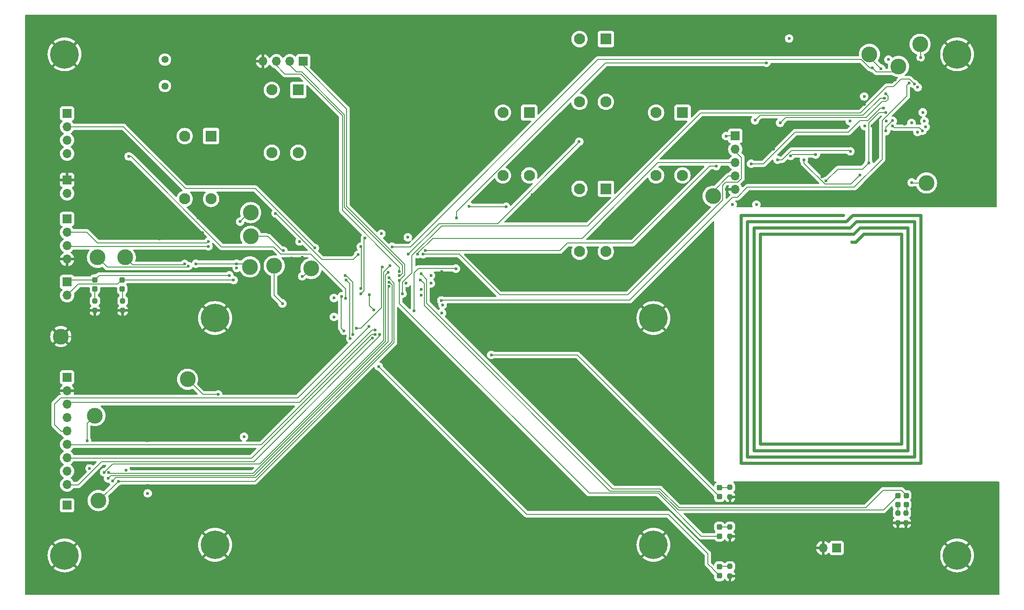
<source format=gbr>
%TF.GenerationSoftware,KiCad,Pcbnew,8.0.2*%
%TF.CreationDate,2025-01-19T23:48:52-05:00*%
%TF.ProjectId,Ecardz-Controller,45636172-647a-42d4-936f-6e74726f6c6c,rev?*%
%TF.SameCoordinates,Original*%
%TF.FileFunction,Copper,L1,Top*%
%TF.FilePolarity,Positive*%
%FSLAX46Y46*%
G04 Gerber Fmt 4.6, Leading zero omitted, Abs format (unit mm)*
G04 Created by KiCad (PCBNEW 8.0.2) date 2025-01-19 23:48:52*
%MOMM*%
%LPD*%
G01*
G04 APERTURE LIST*
G04 Aperture macros list*
%AMRoundRect*
0 Rectangle with rounded corners*
0 $1 Rounding radius*
0 $2 $3 $4 $5 $6 $7 $8 $9 X,Y pos of 4 corners*
0 Add a 4 corners polygon primitive as box body*
4,1,4,$2,$3,$4,$5,$6,$7,$8,$9,$2,$3,0*
0 Add four circle primitives for the rounded corners*
1,1,$1+$1,$2,$3*
1,1,$1+$1,$4,$5*
1,1,$1+$1,$6,$7*
1,1,$1+$1,$8,$9*
0 Add four rect primitives between the rounded corners*
20,1,$1+$1,$2,$3,$4,$5,0*
20,1,$1+$1,$4,$5,$6,$7,0*
20,1,$1+$1,$6,$7,$8,$9,0*
20,1,$1+$1,$8,$9,$2,$3,0*%
G04 Aperture macros list end*
%TA.AperFunction,ComponentPad*%
%ADD10C,3.100000*%
%TD*%
%TA.AperFunction,ConnectorPad*%
%ADD11C,5.400000*%
%TD*%
%TA.AperFunction,SMDPad,CuDef*%
%ADD12C,3.000000*%
%TD*%
%TA.AperFunction,SMDPad,CuDef*%
%ADD13RoundRect,0.237500X-0.237500X0.287500X-0.237500X-0.287500X0.237500X-0.287500X0.237500X0.287500X0*%
%TD*%
%TA.AperFunction,ComponentPad*%
%ADD14R,2.100000X2.100000*%
%TD*%
%TA.AperFunction,ComponentPad*%
%ADD15C,2.100000*%
%TD*%
%TA.AperFunction,SMDPad,CuDef*%
%ADD16RoundRect,0.237500X-0.237500X0.250000X-0.237500X-0.250000X0.237500X-0.250000X0.237500X0.250000X0*%
%TD*%
%TA.AperFunction,SMDPad,CuDef*%
%ADD17RoundRect,0.237500X0.237500X-0.287500X0.237500X0.287500X-0.237500X0.287500X-0.237500X-0.287500X0*%
%TD*%
%TA.AperFunction,ComponentPad*%
%ADD18R,1.700000X1.700000*%
%TD*%
%TA.AperFunction,ComponentPad*%
%ADD19O,1.700000X1.700000*%
%TD*%
%TA.AperFunction,ComponentPad*%
%ADD20C,1.350000*%
%TD*%
%TA.AperFunction,ViaPad*%
%ADD21C,0.600000*%
%TD*%
%TA.AperFunction,Conductor*%
%ADD22C,0.200000*%
%TD*%
%TA.AperFunction,Conductor*%
%ADD23C,0.600000*%
%TD*%
G04 APERTURE END LIST*
D10*
%TO.P,H5,1,1*%
%TO.N,GND*%
X88500000Y-193000000D03*
D11*
X88500000Y-193000000D03*
%TD*%
D10*
%TO.P,H2,1,1*%
%TO.N,GND*%
X60000000Y-100000000D03*
D11*
X60000000Y-100000000D03*
%TD*%
D12*
%TO.P,TAD2,1,1*%
%TO.N,Net-(IC1-TAD2)*%
X222000000Y-98100000D03*
%TD*%
D13*
%TO.P,D4,1,K*%
%TO.N,Net-(D4-K)*%
X184000000Y-182125000D03*
%TO.P,D4,2,A*%
%TO.N,/MCU/LED_DISPLAY_B*%
X184000000Y-183875000D03*
%TD*%
D14*
%TO.P,S5,1,1*%
%TO.N,unconnected-(S5-Pad1)*%
X177000000Y-111050000D03*
D15*
%TO.P,S5,2,2*%
%TO.N,/INTERFACE/BUTTON5*%
X177000000Y-122950000D03*
%TO.P,S5,3,3*%
%TO.N,+3V3*%
X172000000Y-111050000D03*
%TO.P,S5,4,4*%
%TO.N,unconnected-(S5-Pad4)*%
X172000000Y-122950000D03*
%TD*%
D16*
%TO.P,R8,1*%
%TO.N,Net-(D2-K)*%
X217800000Y-186987500D03*
%TO.P,R8,2*%
%TO.N,GND*%
X217800000Y-188812500D03*
%TD*%
D12*
%TO.P,GND,1,1*%
%TO.N,GND*%
X59300000Y-153500000D03*
%TD*%
D16*
%TO.P,R7,1*%
%TO.N,Net-(D3-K)*%
X186000000Y-189587500D03*
%TO.P,R7,2*%
%TO.N,GND*%
X186000000Y-191412500D03*
%TD*%
D12*
%TO.P,SUSPEND\u005C,1,1*%
%TO.N,Net-(U4-~{SUSPEND})*%
X66250000Y-138500000D03*
%TD*%
%TO.P,EINK BUSY,1,1*%
%TO.N,/INTERFACE/BUSY*%
X83300000Y-161600000D03*
%TD*%
D16*
%TO.P,R9,1*%
%TO.N,Net-(D1-K)*%
X219300000Y-186987500D03*
%TO.P,R9,2*%
%TO.N,GND*%
X219300000Y-188812500D03*
%TD*%
D12*
%TO.P,BUSY,1,1*%
%TO.N,/MCU/NFC_A_BUSY*%
X217900000Y-102300000D03*
%TD*%
%TO.P,SUSPEND,1,1*%
%TO.N,Net-(U4-SUSPEND)*%
X71500000Y-138500000D03*
%TD*%
%TO.P,VOS,1,1*%
%TO.N,Net-(U2-VOS)*%
X99700000Y-140100000D03*
%TD*%
D17*
%TO.P,NFC WORKING,1,K*%
%TO.N,Net-(D2-K)*%
X217783270Y-185411252D03*
%TO.P,NFC WORKING,2,A*%
%TO.N,/MCU/LED_NFC_WORKING*%
X217783270Y-183661252D03*
%TD*%
%TO.P,NFC DONE,1,K*%
%TO.N,Net-(D1-K)*%
X219362251Y-185400210D03*
%TO.P,NFC DONE,2,A*%
%TO.N,/MCU/LED_NFC_DONE*%
X219362251Y-183650210D03*
%TD*%
D12*
%TO.P,VPP,1,1*%
%TO.N,/INTERFACE/VPP*%
X65750000Y-168500000D03*
%TD*%
%TO.P,PGOOD,1,1*%
%TO.N,/POWER/POWER_GOOD*%
X95250000Y-134500000D03*
%TD*%
D18*
%TO.P,J10,1,Pin_1*%
%TO.N,+3V3*%
X206175000Y-193600000D03*
D19*
%TO.P,J10,2,Pin_2*%
%TO.N,GND*%
X203635000Y-193600000D03*
%TD*%
D10*
%TO.P,H6,1,1*%
%TO.N,GND*%
X60000000Y-195000000D03*
D11*
X60000000Y-195000000D03*
%TD*%
D10*
%TO.P,H8,1,1*%
%TO.N,GND*%
X229000000Y-195000000D03*
D11*
X229000000Y-195000000D03*
%TD*%
D13*
%TO.P,D3,1,K*%
%TO.N,Net-(D3-K)*%
X184000000Y-189625000D03*
%TO.P,D3,2,A*%
%TO.N,/MCU/LED_DEBUG_B*%
X184000000Y-191375000D03*
%TD*%
D12*
%TO.P,VIN_PROT,1,1*%
%TO.N,/POWER/VIN_PROT*%
X95250000Y-130000000D03*
%TD*%
D10*
%TO.P,H7,1,1*%
%TO.N,GND*%
X171500000Y-193000000D03*
D11*
X171500000Y-193000000D03*
%TD*%
D14*
%TO.P,S6,1,1*%
%TO.N,unconnected-(S6-Pad1)*%
X162500000Y-125500000D03*
D15*
%TO.P,S6,2,2*%
%TO.N,/INTERFACE/BUTTON6*%
X162500000Y-137400000D03*
%TO.P,S6,3,3*%
%TO.N,+3V3*%
X157500000Y-125500000D03*
%TO.P,S6,4,4*%
%TO.N,unconnected-(S6-Pad4)*%
X157500000Y-137400000D03*
%TD*%
D12*
%TO.P,TP13,1,1*%
%TO.N,/INTERFACE/RES#*%
X66400000Y-184600000D03*
%TD*%
D10*
%TO.P,H1,1,1*%
%TO.N,GND*%
X88500000Y-150000000D03*
D11*
X88500000Y-150000000D03*
%TD*%
D12*
%TO.P,BUSY,1,1*%
%TO.N,/MCU/NFC_B_BUSY*%
X182800000Y-126900000D03*
%TD*%
%TO.P,VDD NFC,1,1*%
%TO.N,VDD_NFC*%
X223200000Y-124400000D03*
%TD*%
D20*
%TO.P,LS1,1*%
%TO.N,Net-(Q2-C)*%
X79000000Y-101000000D03*
%TO.P,LS1,2,2*%
%TO.N,+3V3*%
X79000000Y-106000000D03*
%TD*%
D16*
%TO.P,R15,1*%
%TO.N,Net-(D7-K)*%
X71000000Y-146750000D03*
%TO.P,R15,2*%
%TO.N,GND*%
X71000000Y-148575000D03*
%TD*%
%TO.P,R16,1*%
%TO.N,Net-(D8-K)*%
X65750000Y-146750000D03*
%TO.P,R16,2*%
%TO.N,GND*%
X65750000Y-148575000D03*
%TD*%
D14*
%TO.P,S3,1,1*%
%TO.N,unconnected-(S3-Pad1)*%
X162500000Y-97100000D03*
D15*
%TO.P,S3,2,2*%
%TO.N,/INTERFACE/BUTTON3*%
X162500000Y-109000000D03*
%TO.P,S3,3,3*%
%TO.N,+3V3*%
X157500000Y-97100000D03*
%TO.P,S3,4,4*%
%TO.N,unconnected-(S3-Pad4)*%
X157500000Y-109000000D03*
%TD*%
D13*
%TO.P,D5,1,K*%
%TO.N,Net-(D5-K)*%
X184000000Y-197125000D03*
%TO.P,D5,2,A*%
%TO.N,/MCU/LED_DISPLAY_R*%
X184000000Y-198875000D03*
%TD*%
D17*
%TO.P,TX,1,K*%
%TO.N,Net-(D8-K)*%
X65750000Y-144500000D03*
%TO.P,TX,2,A*%
%TO.N,/MCU/USBC_UART_TX*%
X65750000Y-142750000D03*
%TD*%
D14*
%TO.P,S1,1,1*%
%TO.N,unconnected-(S1-Pad1)*%
X104250000Y-106750000D03*
D15*
%TO.P,S1,2,2*%
%TO.N,/INTERFACE/BUTTON1*%
X104250000Y-118650000D03*
%TO.P,S1,3,3*%
%TO.N,+3V3*%
X99250000Y-106750000D03*
%TO.P,S1,4,4*%
%TO.N,unconnected-(S1-Pad4)*%
X99250000Y-118650000D03*
%TD*%
D10*
%TO.P,H3,1,1*%
%TO.N,GND*%
X171500000Y-150000000D03*
D11*
X171500000Y-150000000D03*
%TD*%
D12*
%TO.P,FB,1,1*%
%TO.N,Net-(U2-FB)*%
X106700000Y-140600000D03*
%TD*%
D14*
%TO.P,S2,1,1*%
%TO.N,unconnected-(S2-Pad1)*%
X87750000Y-115500000D03*
D15*
%TO.P,S2,2,2*%
%TO.N,/INTERFACE/BUTTON2*%
X87750000Y-127400000D03*
%TO.P,S2,3,3*%
%TO.N,+3V3*%
X82750000Y-115500000D03*
%TO.P,S2,4,4*%
%TO.N,unconnected-(S2-Pad4)*%
X82750000Y-127400000D03*
%TD*%
D12*
%TO.P,5V_USBC,1,1*%
%TO.N,/POWER/5V_USBC*%
X95100000Y-140300000D03*
%TD*%
%TO.P,TAD1,1,1*%
%TO.N,Net-(IC1-TAD1)*%
X212400000Y-100000000D03*
%TD*%
D18*
%TO.P,J3,1,Pin_1*%
%TO.N,+3V3*%
X187000000Y-115460000D03*
D19*
%TO.P,J3,2,Pin_2*%
%TO.N,/MCU/NFC_B_SDA*%
X187000000Y-118000000D03*
%TO.P,J3,3,Pin_3*%
%TO.N,/MCU/NFC_B_SCL*%
X187000000Y-120540000D03*
%TO.P,J3,4,Pin_4*%
%TO.N,/MCU/NFC_B_BUSY*%
X187000000Y-123080000D03*
%TO.P,J3,5,Pin_5*%
%TO.N,GND*%
X187000000Y-125620000D03*
%TD*%
D16*
%TO.P,R10,1*%
%TO.N,Net-(D4-K)*%
X186000000Y-182087500D03*
%TO.P,R10,2*%
%TO.N,GND*%
X186000000Y-183912500D03*
%TD*%
%TO.P,R11,1*%
%TO.N,Net-(D5-K)*%
X186000000Y-197087500D03*
%TO.P,R11,2*%
%TO.N,GND*%
X186000000Y-198912500D03*
%TD*%
D10*
%TO.P,H4,1,1*%
%TO.N,GND*%
X229000000Y-100000000D03*
D11*
X229000000Y-100000000D03*
%TD*%
D17*
%TO.P,RX,1,K*%
%TO.N,Net-(D7-K)*%
X70910000Y-144500000D03*
%TO.P,RX,2,A*%
%TO.N,/MCU/USBC_UART_RX*%
X70910000Y-142750000D03*
%TD*%
D14*
%TO.P,S4,1,1*%
%TO.N,unconnected-(S4-Pad1)*%
X148000000Y-111050000D03*
D15*
%TO.P,S4,2,2*%
%TO.N,/INTERFACE/BUTTON4*%
X148000000Y-122950000D03*
%TO.P,S4,3,3*%
%TO.N,+3V3*%
X143000000Y-111050000D03*
%TO.P,S4,4,4*%
%TO.N,unconnected-(S4-Pad4)*%
X143000000Y-122950000D03*
%TD*%
D18*
%TO.P,J8,1,Pin_1*%
%TO.N,/POWER/5V_USBC*%
X60500000Y-131220000D03*
D19*
%TO.P,J8,2,Pin_2*%
%TO.N,/USBC_TO_UART/USBC_D+*%
X60500000Y-133760000D03*
%TO.P,J8,3,Pin_3*%
%TO.N,/USBC_TO_UART/USBC_D-*%
X60500000Y-136300000D03*
%TO.P,J8,4,Pin_4*%
%TO.N,GND*%
X60500000Y-138840000D03*
%TD*%
D18*
%TO.P,J2,1,Pin_1*%
%TO.N,/MCU/LED_DEBUG_B*%
X105200000Y-101300000D03*
D19*
%TO.P,J2,2,Pin_2*%
%TO.N,/MCU/LED_NFC_WORKING*%
X102660000Y-101300000D03*
%TO.P,J2,3,Pin_3*%
%TO.N,/MCU/LED_NFC_DONE*%
X100120000Y-101300000D03*
%TO.P,J2,4,Pin_4*%
%TO.N,GND*%
X97580000Y-101300000D03*
%TD*%
D18*
%TO.P,J4,1,Pin_1*%
%TO.N,+3V3*%
X60500000Y-161250000D03*
D19*
%TO.P,J4,2,Pin_2*%
%TO.N,GND*%
X60500000Y-163790000D03*
%TO.P,J4,3,Pin_3*%
%TO.N,/MCU/SPI_LCD_CS*%
X60500000Y-166330000D03*
%TO.P,J4,4,Pin_4*%
%TO.N,unconnected-(J4-Pin_4-Pad4)*%
X60500000Y-168870000D03*
%TO.P,J4,5,Pin_5*%
%TO.N,/MCU/SPI_LCD_DC*%
X60500000Y-171410000D03*
%TO.P,J4,6,Pin_6*%
%TO.N,/MCU/SPI_LCD_MOSI*%
X60500000Y-173950000D03*
%TO.P,J4,7,Pin_7*%
%TO.N,/MCU/SPI_LCD_SCK*%
X60500000Y-176490000D03*
%TO.P,J4,8,Pin_8*%
%TO.N,+3V3*%
X60500000Y-179030000D03*
%TO.P,J4,9,Pin_9*%
%TO.N,/MCU/SPI_LCD_MISO*%
X60500000Y-181570000D03*
%TD*%
D18*
%TO.P,J11,1,Pin_1*%
%TO.N,/MCU/USBC_UART_TX*%
X60500000Y-143160000D03*
D19*
%TO.P,J11,2,Pin_2*%
%TO.N,/MCU/USBC_UART_RX*%
X60500000Y-145700000D03*
%TD*%
D18*
%TO.P,J5,1,Pin_1*%
%TO.N,/INTERFACE/LCD_PWM_BRIGHT*%
X60500000Y-185500000D03*
%TD*%
%TO.P,J7,1,Pin_1*%
%TO.N,GND*%
X60500000Y-123825000D03*
D19*
%TO.P,J7,2,Pin_2*%
%TO.N,/POWER/AUX_POWER*%
X60500000Y-126365000D03*
%TD*%
D18*
%TO.P,J9,1,Pin_1*%
%TO.N,Net-(J9-Pin_1)*%
X60500000Y-111200000D03*
D19*
%TO.P,J9,2,Pin_2*%
%TO.N,/MCU/PWR_INDICATOR*%
X60500000Y-113740000D03*
%TO.P,J9,3,Pin_3*%
%TO.N,/INTERFACE/BUTTON7*%
X60500000Y-116280000D03*
%TO.P,J9,4,Pin_4*%
%TO.N,+3V3*%
X60500000Y-118820000D03*
%TD*%
D21*
%TO.N,GND*%
X211250000Y-106500000D03*
X104309339Y-141081891D03*
X204000000Y-116500000D03*
X148500000Y-126600000D03*
X216000000Y-117500000D03*
X104750000Y-144750000D03*
X227000000Y-112750000D03*
X75750000Y-175500000D03*
X226500000Y-117500000D03*
X199400000Y-108100000D03*
X71087500Y-116500000D03*
X96430287Y-146057523D03*
X221750000Y-101500000D03*
X78000000Y-135000000D03*
X229750000Y-114000000D03*
X61650000Y-153450000D03*
X85250000Y-131000000D03*
X88000000Y-184950000D03*
X169100000Y-125719512D03*
X211500000Y-124500000D03*
X211250000Y-105000000D03*
X211000000Y-103500000D03*
X75500000Y-185750000D03*
X90250000Y-138000000D03*
X66900000Y-119541678D03*
X86100000Y-133800000D03*
X218800000Y-118700000D03*
X145200000Y-127200000D03*
X98700000Y-133800000D03*
X83500000Y-111600000D03*
X224500000Y-102500000D03*
X212900000Y-113600000D03*
X217730000Y-190135188D03*
X180000000Y-125750000D03*
X124863987Y-144420439D03*
X220250000Y-118700000D03*
X227000000Y-110250000D03*
X223025000Y-109500000D03*
X131400000Y-141200000D03*
X131300000Y-144200000D03*
X86500000Y-138600000D03*
X219240000Y-190100000D03*
X102200000Y-124500000D03*
X186000000Y-192400000D03*
X215500000Y-99500000D03*
X190500000Y-96450000D03*
X227000000Y-114250000D03*
X112000000Y-138000000D03*
X162200000Y-142000000D03*
X75750000Y-170500000D03*
X75500000Y-189750000D03*
X230000000Y-105000000D03*
X227000000Y-116000000D03*
X101250000Y-133500000D03*
X219100000Y-113200000D03*
X165500000Y-112000000D03*
X75750000Y-173250000D03*
X226586590Y-105505954D03*
X225250000Y-104500000D03*
X227250000Y-111250000D03*
X218000000Y-98000000D03*
X65750000Y-149500000D03*
X215624265Y-112624265D03*
X76250000Y-131000000D03*
X203500000Y-105000000D03*
X106250000Y-120500000D03*
X190250000Y-122000000D03*
X93000000Y-126800000D03*
X206800000Y-95400000D03*
X221750000Y-118750000D03*
X185250000Y-125620000D03*
X186000000Y-185100000D03*
X64750000Y-177500000D03*
X131300000Y-145700000D03*
X103050000Y-140900000D03*
X218650000Y-99750000D03*
X217295000Y-104887500D03*
X232500000Y-107000000D03*
X87000000Y-144000000D03*
X186000000Y-200000000D03*
X105000000Y-138500000D03*
X103000000Y-138600000D03*
X81100000Y-138700000D03*
X192500000Y-113000000D03*
X208000000Y-109000000D03*
X203400000Y-123200000D03*
X131400000Y-142700000D03*
X201000000Y-116000000D03*
X71000000Y-149500000D03*
X217250000Y-118750000D03*
X75750000Y-184750000D03*
X75750000Y-181750000D03*
X165500000Y-140500000D03*
X223250000Y-118750000D03*
X220250000Y-101750000D03*
X195100000Y-96800000D03*
X81500000Y-133750000D03*
X232500000Y-113500000D03*
X75500000Y-188250000D03*
X71325000Y-111000000D03*
X75500000Y-178500000D03*
X211420226Y-109500000D03*
X224750000Y-118750000D03*
X161200000Y-115000000D03*
X194250000Y-118000000D03*
X75750000Y-172250000D03*
%TO.N,+3V3*%
X104500000Y-135500000D03*
X120000000Y-134000000D03*
X129365403Y-143421348D03*
X131457994Y-149030299D03*
X75750000Y-183250000D03*
X71625000Y-178850000D03*
X131600000Y-147500000D03*
X129389991Y-141957014D03*
X127500000Y-145700000D03*
X64750000Y-178500000D03*
X124700000Y-143400000D03*
X197200000Y-97000000D03*
X186500000Y-128500000D03*
X111000000Y-146200000D03*
X92600000Y-140500000D03*
X111000000Y-149800000D03*
X125000000Y-134700000D03*
X185250000Y-115500000D03*
X94000000Y-172500000D03*
X127500000Y-144600000D03*
%TO.N,/POWER/VIN_PROT*%
X93250000Y-131725000D03*
%TO.N,Net-(U2-VOS)*%
X101250000Y-147250000D03*
%TO.N,/POWER/5V_USBC*%
X84880000Y-139700000D03*
X92600000Y-139700000D03*
%TO.N,Net-(C42-PORT1)*%
X200000000Y-120000000D03*
X210600000Y-122900000D03*
%TO.N,/NFC/ANTENNA/ANTENNA_COIL*%
X207500000Y-130500000D03*
X209100000Y-135600000D03*
%TO.N,/NFC/ANTENNA/AAT_A*%
X215500000Y-111000000D03*
X204200000Y-124000000D03*
X212250000Y-120600000D03*
%TO.N,/NFC/ANTENNA/AAT_B*%
X190000000Y-120750000D03*
X215116724Y-110175432D03*
%TO.N,Net-(C45-Pad2)*%
X208800000Y-118400000D03*
X195000000Y-120000000D03*
%TO.N,Net-(C46-Pad1)*%
X202250000Y-119000000D03*
X197500000Y-119250000D03*
%TO.N,/NFC/ANTENNA/RFI1*%
X190750000Y-112500000D03*
X215291422Y-108298926D03*
%TO.N,/NFC/ANTENNA/RFI2*%
X215500000Y-107500000D03*
X195500000Y-113000000D03*
%TO.N,/MCU/LED_DEBUG_B*%
X123400000Y-142900000D03*
%TO.N,/MCU/LED_DISPLAY_B*%
X114600000Y-153100000D03*
X113167215Y-141957192D03*
X140800000Y-157000000D03*
%TO.N,/MCU/LED_DISPLAY_R*%
X113274265Y-142750000D03*
X114100000Y-153900000D03*
X119500000Y-159200000D03*
%TO.N,/MCU/USBC_UART_RX*%
X92000000Y-142800000D03*
%TO.N,/MCU/USBC_UART_TX*%
X91200000Y-141900000D03*
%TO.N,Net-(IC1-TAD1)*%
X214600000Y-102700000D03*
%TO.N,Net-(IC1-TAD2)*%
X222100000Y-100600000D03*
%TO.N,/NFC/ANTENNA/RFO2*%
X216800000Y-112600000D03*
X215539611Y-114539611D03*
%TO.N,/MCU/SD_MOSI*%
X126200000Y-148600000D03*
X134100000Y-140628859D03*
%TO.N,/MCU/SD_MISO*%
X192900000Y-101600000D03*
X134200000Y-131000000D03*
%TO.N,/INTERFACE/CS#*%
X68250000Y-180400000D03*
X121400000Y-144000001D03*
%TO.N,/INTERFACE/RES#*%
X70200735Y-180950735D03*
X121436397Y-142387868D03*
%TO.N,/INTERFACE/VPP*%
X64250000Y-173250000D03*
%TO.N,/INTERFACE/D{slash}C#*%
X69125000Y-180875000D03*
X121400000Y-143199998D03*
%TO.N,/INTERFACE/SCL*%
X68392228Y-179284456D03*
X121300000Y-141374264D03*
%TO.N,/INTERFACE/SDA*%
X67500000Y-179250000D03*
X121599998Y-140100000D03*
%TO.N,/INTERFACE/BUSY*%
X89100000Y-164500000D03*
X115251473Y-151900000D03*
X120142493Y-140300001D03*
%TO.N,/MCU/NFC_B_SCL*%
X126877970Y-137877970D03*
%TO.N,/MCU/NFC_B_SDA*%
X127900000Y-137900000D03*
%TO.N,/INTERFACE/BUZZER*%
X118600000Y-148500000D03*
X117700000Y-145600000D03*
%TO.N,Net-(U2-FB)*%
X105000000Y-142100000D03*
%TO.N,/POWER/POWER_GOOD*%
X101430538Y-137216564D03*
%TO.N,Net-(U4-SUSPEND)*%
X82749694Y-139736115D03*
%TO.N,Net-(U4-~{SUSPEND})*%
X83434313Y-140150000D03*
%TO.N,/MCU/SD_CARD_DETECT*%
X183400000Y-121200000D03*
X128300000Y-137207178D03*
%TO.N,/USBC_TO_UART/USBC_D+*%
X87250000Y-135500000D03*
%TO.N,/USBC_TO_UART/USBC_D-*%
X87250000Y-136400000D03*
%TO.N,/MCU/SPI_LCD_MISO*%
X119700000Y-153100000D03*
%TO.N,/MCU/SPI_LCD_MOSI*%
X118800000Y-153100000D03*
%TO.N,/MCU/SPI_LCD_SCK*%
X118299265Y-153799265D03*
%TO.N,VDD_NFC*%
X191000000Y-128500000D03*
X223043750Y-113750000D03*
X222500000Y-111000000D03*
X221500000Y-114750000D03*
X211500000Y-113600000D03*
X216000000Y-101000000D03*
X222828898Y-112655369D03*
X211420226Y-108000000D03*
X220400000Y-124300000D03*
X208712500Y-112687500D03*
X221525000Y-106250000D03*
X220375000Y-113000000D03*
%TO.N,/MCU/LED_NFC_DONE*%
X127502970Y-141597030D03*
X123404787Y-141143742D03*
%TO.N,/MCU/LED_NFC_WORKING*%
X127374684Y-142749869D03*
X123404788Y-141943742D03*
%TO.N,/MCU/PWR_INDICATOR*%
X107398529Y-136701471D03*
%TO.N,Net-(IC1-VDD_DR)*%
X216800000Y-113600000D03*
X222443750Y-114500000D03*
%TO.N,/MCU/NFC_A_BUSY*%
X122000000Y-136500000D03*
X213000000Y-102600000D03*
%TO.N,/MCU/NFC_A_SCL*%
X219886027Y-105446185D03*
X131350000Y-146650000D03*
%TO.N,/MCU/NFC_A_SDA*%
X220900000Y-105625000D03*
X124000000Y-145400000D03*
%TO.N,/MCU/SPI_LCD_CS*%
X118775737Y-152275734D03*
%TO.N,/MCU/SPI_LCD_DC*%
X117600000Y-151600000D03*
%TO.N,/MCU/BUTTON_2*%
X115599265Y-138000735D03*
X99967892Y-130132108D03*
%TO.N,/MCU/BUTTON_3*%
X157450000Y-116550000D03*
X125100000Y-137900000D03*
%TO.N,/MCU/BUTTON_4*%
X116100000Y-144400000D03*
X116100000Y-136475735D03*
%TO.N,/MCU/BUTTON_5*%
X143600000Y-128900000D03*
X136600000Y-128800000D03*
X116100000Y-145400000D03*
X116900003Y-134800000D03*
%TO.N,/MCU/BUTTON_6*%
X112500000Y-145900000D03*
X112900001Y-152400000D03*
%TO.N,/MCU/BUTTON_7*%
X72150000Y-119350000D03*
X113252502Y-146248345D03*
%TD*%
D22*
%TO.N,GND*%
X185250000Y-125620000D02*
X187000000Y-125620000D01*
X71000000Y-148575000D02*
X71000000Y-149500000D01*
X59300000Y-153500000D02*
X61600000Y-153500000D01*
X61600000Y-153500000D02*
X61650000Y-153450000D01*
X186000000Y-191312500D02*
X186000000Y-192400000D01*
X61650000Y-153450000D02*
X61800000Y-153300000D01*
X219310000Y-190135188D02*
X219310000Y-189053370D01*
X65750000Y-148575000D02*
X65750000Y-149500000D01*
X186000000Y-198812500D02*
X186000000Y-200000000D01*
X186000000Y-183912500D02*
X186000000Y-185100000D01*
X217800000Y-188925000D02*
X217800000Y-190100000D01*
X206750000Y-95400000D02*
X206800000Y-95400000D01*
%TO.N,+3V3*%
X187000000Y-115460000D02*
X185290000Y-115460000D01*
X185290000Y-115460000D02*
X185250000Y-115500000D01*
%TO.N,/POWER/VIN_PROT*%
X93250000Y-131725000D02*
X94975000Y-130000000D01*
X94975000Y-130000000D02*
X95250000Y-130000000D01*
%TO.N,Net-(U2-VOS)*%
X99700000Y-140100000D02*
X99700000Y-145700000D01*
X99700000Y-145700000D02*
X101250000Y-147250000D01*
%TO.N,/POWER/5V_USBC*%
X94200000Y-139700000D02*
X94200000Y-141200000D01*
X92600000Y-139700000D02*
X94200000Y-139700000D01*
X92600000Y-139700000D02*
X84880000Y-139700000D01*
%TO.N,Net-(C42-PORT1)*%
X208900000Y-124600000D02*
X210600000Y-122900000D01*
X200000000Y-120000000D02*
X200000000Y-120648529D01*
X203951471Y-124600000D02*
X208900000Y-124600000D01*
X200000000Y-120648529D02*
X203951471Y-124600000D01*
D23*
%TO.N,/NFC/ANTENNA/ANTENNA_COIL*%
X189292161Y-176300000D02*
X189292161Y-131700000D01*
X188092161Y-130500000D02*
X207500000Y-130500000D01*
X222092161Y-177500000D02*
X188092161Y-177500000D01*
X222092161Y-130500000D02*
X222092161Y-177500000D01*
X208000000Y-131700000D02*
X209200000Y-130500000D01*
X210600000Y-132900000D02*
X219692161Y-132900000D01*
X191692161Y-134100000D02*
X209400000Y-134100000D01*
X189292161Y-131700000D02*
X208000000Y-131700000D01*
X190492161Y-132900000D02*
X208700000Y-132900000D01*
X209900000Y-131700000D02*
X220892161Y-131700000D01*
X208700000Y-132900000D02*
X209900000Y-131700000D01*
X190492161Y-175100000D02*
X190492161Y-132900000D01*
X209400000Y-134100000D02*
X210600000Y-132900000D01*
X219692161Y-132900000D02*
X219692161Y-175100000D01*
X188092161Y-177500000D02*
X188092161Y-130500000D01*
X220892161Y-131700000D02*
X220892161Y-176300000D01*
X211300000Y-134100000D02*
X218492161Y-134100000D01*
X218492161Y-173900000D02*
X191692161Y-173900000D01*
X220892161Y-176300000D02*
X189292161Y-176300000D01*
X209800000Y-135600000D02*
X211300000Y-134100000D01*
X209200000Y-130500000D02*
X222092161Y-130500000D01*
X218492161Y-134100000D02*
X218492161Y-173900000D01*
X209100000Y-135600000D02*
X209800000Y-135600000D01*
X219692161Y-175100000D02*
X190492161Y-175100000D01*
X191692161Y-173900000D02*
X191692161Y-134100000D01*
D22*
%TO.N,/NFC/ANTENNA/AAT_A*%
X214250000Y-111000000D02*
X215500000Y-111000000D01*
X212250000Y-113000000D02*
X214250000Y-111000000D01*
X204200000Y-124000000D02*
X204300000Y-123900000D01*
X212250000Y-120600000D02*
X212250000Y-113000000D01*
X204200000Y-124000000D02*
X206450000Y-121750000D01*
X206450000Y-121750000D02*
X211100000Y-121750000D01*
X211100000Y-121750000D02*
X212250000Y-120600000D01*
%TO.N,/NFC/ANTENNA/AAT_B*%
X208426471Y-114750000D02*
X210588971Y-112587500D01*
X190000000Y-120750000D02*
X192348529Y-120750000D01*
X214508882Y-110175432D02*
X215116724Y-110175432D01*
X198348529Y-114750000D02*
X208426471Y-114750000D01*
X212096814Y-112587500D02*
X214508882Y-110175432D01*
X210588971Y-112587500D02*
X212096814Y-112587500D01*
X192348529Y-120750000D02*
X198348529Y-114750000D01*
%TO.N,Net-(C45-Pad2)*%
X208800000Y-118400000D02*
X208650000Y-118250000D01*
X197651471Y-118250000D02*
X195901471Y-120000000D01*
X195901471Y-120000000D02*
X195000000Y-120000000D01*
X208650000Y-118250000D02*
X197651471Y-118250000D01*
%TO.N,Net-(C46-Pad1)*%
X197750000Y-119000000D02*
X202250000Y-119000000D01*
X197500000Y-119250000D02*
X197750000Y-119000000D01*
%TO.N,/NFC/ANTENNA/RFI1*%
X215291422Y-108298926D02*
X214451074Y-108298926D01*
X214451074Y-108298926D02*
X211200000Y-111550000D01*
X211200000Y-111550000D02*
X191700000Y-111550000D01*
X191700000Y-111550000D02*
X190750000Y-112500000D01*
%TO.N,/NFC/ANTENNA/RFI2*%
X215891422Y-107891422D02*
X215500000Y-107500000D01*
X215539951Y-108898926D02*
X215891422Y-108547455D01*
X211800000Y-111950000D02*
X214851074Y-108898926D01*
X214851074Y-108898926D02*
X215539951Y-108898926D01*
X215891422Y-108547455D02*
X215891422Y-107891422D01*
X195500000Y-113000000D02*
X196550000Y-111950000D01*
X196550000Y-111950000D02*
X211800000Y-111950000D01*
%TO.N,Net-(D1-K)*%
X219470000Y-187362500D02*
X219470000Y-185452500D01*
X219470000Y-185452500D02*
X219380000Y-185362500D01*
%TO.N,Net-(D2-K)*%
X217783270Y-185411252D02*
X217818752Y-185411252D01*
X217800000Y-185427982D02*
X217783270Y-185411252D01*
X217800000Y-186987500D02*
X217800000Y-185427982D01*
%TO.N,Net-(D3-K)*%
X186000000Y-189587500D02*
X184037500Y-189587500D01*
X184037500Y-189587500D02*
X184000000Y-189625000D01*
X186037500Y-189587500D02*
X186000000Y-189625000D01*
%TO.N,/MCU/LED_DEBUG_B*%
X123400000Y-147248529D02*
X159351471Y-183200000D01*
X123400000Y-142900000D02*
X124404787Y-141895213D01*
X180575000Y-191375000D02*
X184000000Y-191375000D01*
X172400000Y-183200000D02*
X180575000Y-191375000D01*
X124404787Y-139839101D02*
X113400000Y-128834314D01*
X123400000Y-142900000D02*
X123400000Y-147248529D01*
X124404787Y-141895213D02*
X124404787Y-139839101D01*
X113400000Y-110320000D02*
X104830000Y-101750000D01*
X159351471Y-183200000D02*
X172400000Y-183200000D01*
X113400000Y-128834314D02*
X113400000Y-110320000D01*
%TO.N,/MCU/LED_DISPLAY_B*%
X184000000Y-183875000D02*
X157125000Y-157000000D01*
X114600000Y-143227206D02*
X113522794Y-142150000D01*
X114600000Y-153100000D02*
X114600000Y-143227206D01*
X113360023Y-142150000D02*
X113167215Y-141957192D01*
X157125000Y-157000000D02*
X140800000Y-157000000D01*
X113522794Y-142150000D02*
X113360023Y-142150000D01*
%TO.N,Net-(D4-K)*%
X186037500Y-182087500D02*
X186000000Y-182125000D01*
X184000000Y-182125000D02*
X185962500Y-182125000D01*
X185962500Y-182125000D02*
X186000000Y-182087500D01*
%TO.N,/MCU/LED_DISPLAY_R*%
X147500000Y-187200000D02*
X174325000Y-187200000D01*
X181800000Y-196600000D02*
X182700000Y-197500000D01*
X114000000Y-153800000D02*
X114000000Y-143475735D01*
X119500000Y-159200000D02*
X147500000Y-187200000D01*
X114100000Y-153900000D02*
X114000000Y-153800000D01*
X174325000Y-187200000D02*
X181800000Y-194675000D01*
X114000000Y-143475735D02*
X113274265Y-142750000D01*
X181800000Y-194675000D02*
X181800000Y-196600000D01*
X182700000Y-197575000D02*
X184000000Y-198875000D01*
X182700000Y-197500000D02*
X182700000Y-197575000D01*
%TO.N,Net-(D5-K)*%
X184037500Y-197087500D02*
X184000000Y-197125000D01*
X186000000Y-197087500D02*
X184037500Y-197087500D01*
X186037500Y-197087500D02*
X186000000Y-197125000D01*
%TO.N,/MCU/USBC_UART_RX*%
X70085000Y-143575000D02*
X62625000Y-143575000D01*
X92000000Y-142800000D02*
X91950000Y-142750000D01*
X91950000Y-142750000D02*
X70910000Y-142750000D01*
X70910000Y-142750000D02*
X70085000Y-143575000D01*
X62625000Y-143575000D02*
X60500000Y-145700000D01*
%TO.N,Net-(D7-K)*%
X71000000Y-144590000D02*
X70910000Y-144500000D01*
X71000000Y-146750000D02*
X71000000Y-144590000D01*
%TO.N,Net-(D8-K)*%
X65750000Y-146750000D02*
X65750000Y-144500000D01*
%TO.N,/MCU/USBC_UART_TX*%
X66575000Y-141925000D02*
X65750000Y-142750000D01*
X91200000Y-141900000D02*
X91175000Y-141925000D01*
X60910000Y-142750000D02*
X60500000Y-143160000D01*
X65750000Y-142750000D02*
X60910000Y-142750000D01*
X91175000Y-141925000D02*
X66575000Y-141925000D01*
%TO.N,Net-(IC1-TAD1)*%
X212400000Y-100500000D02*
X212400000Y-99350000D01*
X214600000Y-102700000D02*
X212400000Y-100500000D01*
X212400000Y-99350000D02*
X212500000Y-99250000D01*
%TO.N,Net-(IC1-TAD2)*%
X222100000Y-100600000D02*
X222100000Y-97850000D01*
X222100000Y-97850000D02*
X221500000Y-97250000D01*
%TO.N,/NFC/ANTENNA/RFO2*%
X215539611Y-114539611D02*
X215539611Y-113860389D01*
X215539611Y-113860389D02*
X216800000Y-112600000D01*
%TO.N,/MCU/SD_MOSI*%
X126200000Y-141400000D02*
X126200000Y-148600000D01*
X134071141Y-140600000D02*
X127000000Y-140600000D01*
X127000000Y-140600000D02*
X126200000Y-141400000D01*
X134100000Y-140628859D02*
X134071141Y-140600000D01*
%TO.N,/MCU/SD_MISO*%
X162440811Y-101600000D02*
X192900000Y-101600000D01*
X134200000Y-131000000D02*
X134200000Y-129840811D01*
X134200000Y-129840811D02*
X162440811Y-101600000D01*
%TO.N,/INTERFACE/CS#*%
X121400000Y-144000001D02*
X121300000Y-144100001D01*
X121300000Y-144100001D02*
X121300000Y-154450000D01*
X121300000Y-154450000D02*
X95900000Y-179850000D01*
X95900000Y-179850000D02*
X68800000Y-179850000D01*
X68800000Y-179850000D02*
X68250000Y-180400000D01*
%TO.N,/INTERFACE/RES#*%
X121436397Y-142387868D02*
X122400000Y-143351471D01*
X66500000Y-184651470D02*
X70200735Y-180950735D01*
X122400000Y-143351471D02*
X122400000Y-154600000D01*
X122400000Y-154600000D02*
X96049265Y-180950735D01*
X96049265Y-180950735D02*
X70200735Y-180950735D01*
X66500000Y-185400000D02*
X66500000Y-184651470D01*
%TO.N,/INTERFACE/VPP*%
X64250000Y-170000000D02*
X65750000Y-168500000D01*
X64250000Y-173250000D02*
X64250000Y-170000000D01*
%TO.N,/INTERFACE/D{slash}C#*%
X96184314Y-180250000D02*
X69750000Y-180250000D01*
X121499998Y-143199998D02*
X122000000Y-143700000D01*
X122000000Y-154434314D02*
X96184314Y-180250000D01*
X69750000Y-180250000D02*
X69125000Y-180875000D01*
X121400000Y-143199998D02*
X121499998Y-143199998D01*
X122000000Y-143700000D02*
X122000000Y-154434314D01*
%TO.N,/INTERFACE/SCL*%
X121300000Y-141374264D02*
X120800000Y-141874264D01*
X68557772Y-179450000D02*
X68392228Y-179284456D01*
X120800000Y-141874264D02*
X120800000Y-154384314D01*
X95734314Y-179450000D02*
X68557772Y-179450000D01*
X120800000Y-154384314D02*
X95734314Y-179450000D01*
%TO.N,/INTERFACE/SDA*%
X120400000Y-141299998D02*
X120400000Y-154218628D01*
X120400000Y-154218628D02*
X96968628Y-177650000D01*
X96968628Y-177650000D02*
X69100000Y-177650000D01*
X69100000Y-177650000D02*
X67500000Y-179250000D01*
X121599998Y-140100000D02*
X120400000Y-141299998D01*
%TO.N,/INTERFACE/BUSY*%
X86200000Y-164500000D02*
X89100000Y-164500000D01*
X120142493Y-140300001D02*
X120000000Y-140442494D01*
X120000000Y-140442494D02*
X120000000Y-148000000D01*
X120000000Y-148000000D02*
X116100000Y-151900000D01*
X116100000Y-151900000D02*
X115251473Y-151900000D01*
X83300000Y-161600000D02*
X86200000Y-164500000D01*
%TO.N,/MCU/NFC_B_SCL*%
X129700000Y-134900000D02*
X158000000Y-134900000D01*
X158000000Y-134900000D02*
X172360000Y-120540000D01*
X126877970Y-137722030D02*
X129700000Y-134900000D01*
X172360000Y-120540000D02*
X187000000Y-120540000D01*
X126877970Y-137877970D02*
X126877970Y-137722030D01*
%TO.N,/MCU/NFC_B_SDA*%
X166645585Y-145600000D02*
X184600000Y-127645585D01*
X134700000Y-137900000D02*
X142399999Y-145600000D01*
X184600000Y-124806346D02*
X185176346Y-124230000D01*
X187000000Y-118400000D02*
X187000000Y-118000000D01*
X127900000Y-137900000D02*
X134700000Y-137900000D01*
X142399999Y-145600000D02*
X166645585Y-145600000D01*
X188150000Y-119550000D02*
X187000000Y-118400000D01*
X184600000Y-127645585D02*
X184600000Y-124806346D01*
X185176346Y-124230000D02*
X187476346Y-124230000D01*
X188150000Y-123556346D02*
X188150000Y-119550000D01*
X187476346Y-124230000D02*
X188150000Y-123556346D01*
%TO.N,/INTERFACE/BUZZER*%
X117700000Y-147600000D02*
X117700000Y-145600000D01*
X118600000Y-148500000D02*
X117700000Y-147600000D01*
%TO.N,Net-(U2-FB)*%
X105200000Y-142100000D02*
X106700000Y-140600000D01*
X105000000Y-142100000D02*
X105200000Y-142100000D01*
%TO.N,/POWER/POWER_GOOD*%
X98500000Y-134500000D02*
X95250000Y-134500000D01*
X101216564Y-137216564D02*
X98500000Y-134500000D01*
X101430538Y-137216564D02*
X101216564Y-137216564D01*
%TO.N,Net-(U4-SUSPEND)*%
X72950000Y-139950000D02*
X71500000Y-138500000D01*
X82535809Y-139950000D02*
X72950000Y-139950000D01*
X82749694Y-139736115D02*
X82535809Y-139950000D01*
%TO.N,Net-(U4-~{SUSPEND})*%
X68100000Y-140350000D02*
X66250000Y-138500000D01*
X66250000Y-138500000D02*
X67500000Y-138500000D01*
X83234313Y-140350000D02*
X68100000Y-140350000D01*
X83434313Y-140150000D02*
X83234313Y-140350000D01*
%TO.N,/MCU/NFC_B_BUSY*%
X182800000Y-126000000D02*
X185720000Y-123080000D01*
X185720000Y-123080000D02*
X187000000Y-123080000D01*
X182800000Y-126900000D02*
X182800000Y-126000000D01*
%TO.N,/MCU/SD_CARD_DETECT*%
X155200000Y-135800000D02*
X167537868Y-135800000D01*
X128300000Y-137207178D02*
X128307178Y-137200000D01*
X153800000Y-137200000D02*
X155200000Y-135800000D01*
X128307178Y-137200000D02*
X153800000Y-137200000D01*
X182137868Y-121200000D02*
X183400000Y-121200000D01*
X167537868Y-135800000D02*
X182137868Y-121200000D01*
%TO.N,/USBC_TO_UART/USBC_D+*%
X87250000Y-135500000D02*
X87000000Y-135750000D01*
X87000000Y-135750000D02*
X66230000Y-135750000D01*
X64240000Y-133760000D02*
X60500000Y-133760000D01*
X66230000Y-135750000D02*
X64240000Y-133760000D01*
%TO.N,/USBC_TO_UART/USBC_D-*%
X87250000Y-136400000D02*
X60600000Y-136400000D01*
X60600000Y-136400000D02*
X60500000Y-136300000D01*
%TO.N,/MCU/SPI_LCD_MISO*%
X67000000Y-177250000D02*
X62610000Y-181640000D01*
X119700000Y-153400000D02*
X95850000Y-177250000D01*
X62610000Y-181640000D02*
X60500000Y-181640000D01*
X119700000Y-153100000D02*
X119700000Y-153400000D01*
X95850000Y-177250000D02*
X67000000Y-177250000D01*
%TO.N,/MCU/SPI_LCD_MOSI*%
X97230000Y-174020000D02*
X62220000Y-174020000D01*
X62220000Y-174020000D02*
X60500000Y-174020000D01*
X118150000Y-153100000D02*
X97230000Y-174020000D01*
X118800000Y-153100000D02*
X118150000Y-153100000D01*
%TO.N,/MCU/SPI_LCD_SCK*%
X118200735Y-153799265D02*
X95440000Y-176560000D01*
X118299265Y-153799265D02*
X118200735Y-153799265D01*
X95440000Y-176560000D02*
X60500000Y-176560000D01*
%TO.N,VDD_NFC*%
X220500000Y-124400000D02*
X220400000Y-124300000D01*
X223200000Y-124400000D02*
X220500000Y-124400000D01*
%TO.N,/MCU/LED_NFC_DONE*%
X104750000Y-103750000D02*
X101750000Y-103750000D01*
X163800000Y-182400000D02*
X172765686Y-182400000D01*
X215037500Y-182662500D02*
X218450000Y-182662500D01*
X218450000Y-182662500D02*
X219300000Y-183512500D01*
X176365686Y-186000000D02*
X211700000Y-186000000D01*
X219300000Y-183512500D02*
X219300000Y-183712461D01*
X172765686Y-182400000D02*
X176365686Y-186000000D01*
X128585050Y-142679110D02*
X128585050Y-147185050D01*
X211700000Y-186000000D02*
X215037500Y-182662500D01*
X123404787Y-140404787D02*
X112600000Y-129600000D01*
X123404787Y-141143742D02*
X123404787Y-140404787D01*
X112600000Y-129600000D02*
X112600000Y-111600000D01*
X101750000Y-103750000D02*
X99750000Y-101750000D01*
X112600000Y-111600000D02*
X104750000Y-103750000D01*
X127502970Y-141597030D02*
X128585050Y-142679110D01*
X219300000Y-183712461D02*
X219362251Y-183650210D01*
X128585050Y-147185050D02*
X163800000Y-182400000D01*
%TO.N,/MCU/LED_NFC_WORKING*%
X128100000Y-147600000D02*
X163300000Y-182800000D01*
X128100000Y-143425736D02*
X128100000Y-147600000D01*
X127424133Y-142749869D02*
X128100000Y-143425736D01*
X172600000Y-182800000D02*
X176200000Y-186400000D01*
X215044522Y-186400000D02*
X217783270Y-183661252D01*
X124000000Y-140890426D02*
X124000000Y-140000000D01*
X123556258Y-141943742D02*
X124004787Y-141495213D01*
X124000000Y-140000000D02*
X113000000Y-129000000D01*
X113000000Y-111434314D02*
X104915686Y-103350000D01*
X113000000Y-129000000D02*
X113000000Y-111434314D01*
X127374684Y-142749869D02*
X127424133Y-142749869D01*
X123404788Y-141943742D02*
X123556258Y-141943742D01*
X124004787Y-140895213D02*
X124000000Y-140890426D01*
X124004787Y-141495213D02*
X124004787Y-140895213D01*
X176200000Y-186400000D02*
X215044522Y-186400000D01*
X103890000Y-103350000D02*
X102290000Y-101750000D01*
X163300000Y-182800000D02*
X172600000Y-182800000D01*
X104915686Y-103350000D02*
X103890000Y-103350000D01*
%TO.N,/MCU/PWR_INDICATOR*%
X107385785Y-136701471D02*
X96142157Y-125457843D01*
X107398529Y-136701471D02*
X107385785Y-136701471D01*
X96142157Y-125457843D02*
X82897843Y-125457843D01*
X71180000Y-113740000D02*
X60500000Y-113740000D01*
X82897843Y-125457843D02*
X71180000Y-113740000D01*
%TO.N,Net-(IC1-VDD_DR)*%
X216800000Y-113600000D02*
X217087500Y-113887500D01*
X217087500Y-113887500D02*
X221831250Y-113887500D01*
X221831250Y-113887500D02*
X222443750Y-114500000D01*
%TO.N,/MCU/NFC_A_BUSY*%
X210854415Y-101000000D02*
X212454415Y-102600000D01*
X125500000Y-136500000D02*
X161000000Y-101000000D01*
X212454415Y-102600000D02*
X213000000Y-102600000D01*
X122000000Y-136500000D02*
X125500000Y-136500000D01*
X213700000Y-103300000D02*
X216900000Y-103300000D01*
X161000000Y-101000000D02*
X210854415Y-101000000D01*
X213000000Y-102600000D02*
X213700000Y-103300000D01*
X216900000Y-103300000D02*
X217900000Y-102300000D01*
%TO.N,/MCU/NFC_A_SCL*%
X131400000Y-146600000D02*
X167000000Y-146600000D01*
X131350000Y-146650000D02*
X131400000Y-146600000D01*
X214800000Y-119900000D02*
X214800000Y-112600000D01*
X189300000Y-125200000D02*
X209500000Y-125200000D01*
X187400000Y-127100000D02*
X189300000Y-125200000D01*
X209500000Y-125200000D02*
X214800000Y-119900000D01*
X219500000Y-105832212D02*
X219886027Y-105446185D01*
X214800000Y-112600000D02*
X219500000Y-107900000D01*
X186500000Y-127100000D02*
X187400000Y-127100000D01*
X167000000Y-146600000D02*
X186500000Y-127100000D01*
X219500000Y-107900000D02*
X219500000Y-105832212D01*
%TO.N,/MCU/NFC_A_SDA*%
X124000000Y-143251471D02*
X125800000Y-141451471D01*
X131400000Y-132500000D02*
X159065686Y-132500000D01*
X215650000Y-106150000D02*
X216950000Y-106150000D01*
X125800000Y-141451471D02*
X125800000Y-138100000D01*
X159065686Y-132500000D02*
X180415686Y-111150000D01*
X218400000Y-104700000D02*
X219988371Y-104700000D01*
X124000000Y-145400000D02*
X124000000Y-143251471D01*
X125800000Y-138100000D02*
X131400000Y-132500000D01*
X210650000Y-111150000D02*
X215650000Y-106150000D01*
X180415686Y-111150000D02*
X210650000Y-111150000D01*
X216950000Y-106150000D02*
X218400000Y-104700000D01*
X220900000Y-105611629D02*
X220900000Y-105625000D01*
X219988371Y-104700000D02*
X220900000Y-105611629D01*
%TO.N,/MCU/SPI_LCD_CS*%
X60900000Y-166000000D02*
X60500000Y-166400000D01*
X104500000Y-166000000D02*
X60900000Y-166000000D01*
X118775737Y-152275734D02*
X118224266Y-152275734D01*
X118224266Y-152275734D02*
X104500000Y-166000000D01*
%TO.N,/MCU/SPI_LCD_DC*%
X59350000Y-171480000D02*
X60500000Y-171480000D01*
X117600000Y-151600000D02*
X117600000Y-151700000D01*
X59275000Y-165125000D02*
X58100000Y-166300000D01*
X58100000Y-170230000D02*
X59350000Y-171480000D01*
X58100000Y-166300000D02*
X58100000Y-170230000D01*
X117600000Y-151700000D02*
X104175000Y-165125000D01*
X104175000Y-165125000D02*
X59275000Y-165125000D01*
%TO.N,/MCU/BUTTON_2*%
X114700000Y-138900000D02*
X115599265Y-138000735D01*
X99980637Y-130132108D02*
X108748528Y-138899999D01*
X108748528Y-138900000D02*
X114700000Y-138900000D01*
X108748528Y-138899999D02*
X108748528Y-138900000D01*
X99967892Y-130132108D02*
X99980637Y-130132108D01*
%TO.N,/MCU/BUTTON_3*%
X142000000Y-132100000D02*
X157450000Y-116650000D01*
X130900000Y-132100000D02*
X142000000Y-132100000D01*
X125100000Y-137900000D02*
X130900000Y-132100000D01*
X157450000Y-116650000D02*
X157450000Y-116550000D01*
%TO.N,/MCU/BUTTON_4*%
X116199265Y-144300735D02*
X116100000Y-144400000D01*
X116199265Y-136575000D02*
X116199265Y-144300735D01*
X116100000Y-136475735D02*
X116199265Y-136575000D01*
%TO.N,/MCU/BUTTON_5*%
X136700000Y-128900000D02*
X143600000Y-128900000D01*
X116700000Y-144800000D02*
X116100000Y-145400000D01*
X136600000Y-128800000D02*
X136700000Y-128900000D01*
X116900003Y-134800000D02*
X116700000Y-135000003D01*
X116700000Y-135000003D02*
X116700000Y-144800000D01*
%TO.N,/MCU/BUTTON_6*%
X112400000Y-146000000D02*
X112500000Y-145900000D01*
X112900001Y-152400000D02*
X112900000Y-152400000D01*
X112400000Y-151900000D02*
X112400000Y-146000000D01*
X112900000Y-152400000D02*
X112400000Y-151900000D01*
%TO.N,/MCU/BUTTON_7*%
X89725000Y-136500000D02*
X72575000Y-119350000D01*
X99600000Y-136500000D02*
X89725000Y-136500000D01*
X106600000Y-137850000D02*
X100950000Y-137850000D01*
X100950000Y-137850000D02*
X99600000Y-136500000D01*
X113252502Y-144502502D02*
X106600000Y-137850000D01*
X113252502Y-146248345D02*
X113252502Y-144502502D01*
X72575000Y-119350000D02*
X72150000Y-119350000D01*
%TD*%
%TA.AperFunction,Conductor*%
%TO.N,GND*%
G36*
X183000000Y-100399500D02*
G01*
X160920941Y-100399500D01*
X160881651Y-100410027D01*
X160881652Y-100410028D01*
X160768214Y-100440423D01*
X160768209Y-100440426D01*
X160631290Y-100519475D01*
X160631282Y-100519481D01*
X149762180Y-111388584D01*
X149700857Y-111422069D01*
X149631165Y-111417085D01*
X149575232Y-111375213D01*
X149550815Y-111309749D01*
X149550499Y-111300903D01*
X149550499Y-109952129D01*
X149550498Y-109952123D01*
X149550497Y-109952116D01*
X149544091Y-109892517D01*
X149524309Y-109839480D01*
X149493797Y-109757671D01*
X149493793Y-109757664D01*
X149407547Y-109642455D01*
X149407544Y-109642452D01*
X149292335Y-109556206D01*
X149292328Y-109556202D01*
X149157482Y-109505908D01*
X149157483Y-109505908D01*
X149097883Y-109499501D01*
X149097881Y-109499500D01*
X149097873Y-109499500D01*
X149097864Y-109499500D01*
X146902129Y-109499500D01*
X146902123Y-109499501D01*
X146842516Y-109505908D01*
X146707671Y-109556202D01*
X146707664Y-109556206D01*
X146592455Y-109642452D01*
X146592452Y-109642455D01*
X146506206Y-109757664D01*
X146506202Y-109757671D01*
X146455908Y-109892517D01*
X146449590Y-109951286D01*
X146449501Y-109952123D01*
X146449500Y-109952135D01*
X146449500Y-112147870D01*
X146449501Y-112147876D01*
X146455908Y-112207483D01*
X146506202Y-112342328D01*
X146506206Y-112342335D01*
X146592452Y-112457544D01*
X146592455Y-112457547D01*
X146707664Y-112543793D01*
X146707671Y-112543797D01*
X146842517Y-112594091D01*
X146842516Y-112594091D01*
X146849444Y-112594835D01*
X146902127Y-112600500D01*
X148250902Y-112600499D01*
X148317941Y-112620184D01*
X148363696Y-112672987D01*
X148373640Y-112742146D01*
X148344615Y-112805702D01*
X148338583Y-112812180D01*
X125869222Y-135281542D01*
X125807899Y-135315027D01*
X125738207Y-135310043D01*
X125682274Y-135268171D01*
X125657857Y-135202707D01*
X125672709Y-135134434D01*
X125676548Y-135127888D01*
X125677757Y-135125965D01*
X125725789Y-135049522D01*
X125785368Y-134879255D01*
X125785369Y-134879249D01*
X125805565Y-134700003D01*
X125805565Y-134699996D01*
X125785369Y-134520750D01*
X125785368Y-134520745D01*
X125725789Y-134350478D01*
X125725188Y-134349522D01*
X125646106Y-134223663D01*
X125629816Y-134197738D01*
X125502262Y-134070184D01*
X125421569Y-134019481D01*
X125349523Y-133974211D01*
X125179254Y-133914631D01*
X125179249Y-133914630D01*
X125000004Y-133894435D01*
X124999996Y-133894435D01*
X124820750Y-133914630D01*
X124820745Y-133914631D01*
X124650476Y-133974211D01*
X124497737Y-134070184D01*
X124370184Y-134197737D01*
X124274211Y-134350476D01*
X124214631Y-134520745D01*
X124214630Y-134520750D01*
X124194435Y-134699996D01*
X124194435Y-134700003D01*
X124214630Y-134879249D01*
X124214631Y-134879254D01*
X124274211Y-135049523D01*
X124337646Y-135150478D01*
X124370184Y-135202262D01*
X124497738Y-135329816D01*
X124650478Y-135425789D01*
X124740523Y-135457297D01*
X124820745Y-135485368D01*
X124820750Y-135485369D01*
X124999996Y-135505565D01*
X125000000Y-135505565D01*
X125000004Y-135505565D01*
X125179249Y-135485369D01*
X125179252Y-135485368D01*
X125179255Y-135485368D01*
X125349522Y-135425789D01*
X125427888Y-135376547D01*
X125495125Y-135357547D01*
X125561960Y-135377914D01*
X125607174Y-135431182D01*
X125616413Y-135500438D01*
X125586742Y-135563695D01*
X125581542Y-135569222D01*
X125287584Y-135863181D01*
X125226261Y-135896666D01*
X125199903Y-135899500D01*
X122582412Y-135899500D01*
X122515373Y-135879815D01*
X122505097Y-135872445D01*
X122502263Y-135870185D01*
X122502262Y-135870184D01*
X122411883Y-135813395D01*
X122349523Y-135774211D01*
X122179254Y-135714631D01*
X122179249Y-135714630D01*
X122000004Y-135694435D01*
X121999996Y-135694435D01*
X121820750Y-135714630D01*
X121820745Y-135714631D01*
X121650476Y-135774211D01*
X121497736Y-135870185D01*
X121479098Y-135888822D01*
X121417773Y-135922304D01*
X121348082Y-135917317D01*
X121303739Y-135888818D01*
X120331235Y-134916314D01*
X120297750Y-134854991D01*
X120302734Y-134785299D01*
X120344606Y-134729366D01*
X120352944Y-134723639D01*
X120390571Y-134699996D01*
X120502262Y-134629816D01*
X120629816Y-134502262D01*
X120725789Y-134349522D01*
X120785368Y-134179255D01*
X120785369Y-134179249D01*
X120805565Y-134000003D01*
X120805565Y-133999996D01*
X120785369Y-133820750D01*
X120785368Y-133820745D01*
X120744515Y-133703994D01*
X120725789Y-133650478D01*
X120629816Y-133497738D01*
X120502262Y-133370184D01*
X120409951Y-133312181D01*
X120349523Y-133274211D01*
X120179254Y-133214631D01*
X120179249Y-133214630D01*
X120000004Y-133194435D01*
X119999996Y-133194435D01*
X119820750Y-133214630D01*
X119820745Y-133214631D01*
X119650476Y-133274211D01*
X119497737Y-133370184D01*
X119370184Y-133497737D01*
X119370182Y-133497740D01*
X119276359Y-133647056D01*
X119224024Y-133693347D01*
X119154971Y-133703994D01*
X119091122Y-133675619D01*
X119083685Y-133668764D01*
X114036819Y-128621898D01*
X114003334Y-128560575D01*
X114000500Y-128534217D01*
X114000500Y-111050000D01*
X141444706Y-111050000D01*
X141463853Y-111293297D01*
X141463853Y-111293300D01*
X141463854Y-111293302D01*
X141483519Y-111375213D01*
X141520830Y-111530619D01*
X141614222Y-111756089D01*
X141741737Y-111964173D01*
X141741738Y-111964176D01*
X141741741Y-111964179D01*
X141900241Y-112149759D01*
X142043897Y-112272453D01*
X142085823Y-112308261D01*
X142085826Y-112308262D01*
X142293910Y-112435777D01*
X142519381Y-112529169D01*
X142519378Y-112529169D01*
X142519384Y-112529170D01*
X142519388Y-112529172D01*
X142756698Y-112586146D01*
X143000000Y-112605294D01*
X143243302Y-112586146D01*
X143480612Y-112529172D01*
X143706089Y-112435777D01*
X143914179Y-112308259D01*
X144099759Y-112149759D01*
X144258259Y-111964179D01*
X144385777Y-111756089D01*
X144479172Y-111530612D01*
X144536146Y-111293302D01*
X144555294Y-111050000D01*
X144536146Y-110806698D01*
X144479172Y-110569388D01*
X144441804Y-110479172D01*
X144385777Y-110343910D01*
X144258262Y-110135826D01*
X144258261Y-110135823D01*
X144217598Y-110088213D01*
X144099759Y-109950241D01*
X143964992Y-109835139D01*
X143914176Y-109791738D01*
X143914173Y-109791737D01*
X143706089Y-109664222D01*
X143480618Y-109570830D01*
X143480621Y-109570830D01*
X143374992Y-109545470D01*
X143243302Y-109513854D01*
X143243300Y-109513853D01*
X143243297Y-109513853D01*
X143000000Y-109494706D01*
X142756702Y-109513853D01*
X142756698Y-109513854D01*
X142580301Y-109556204D01*
X142519380Y-109570830D01*
X142293910Y-109664222D01*
X142085826Y-109791737D01*
X142085823Y-109791738D01*
X141900241Y-109950241D01*
X141741738Y-110135823D01*
X141741737Y-110135826D01*
X141614222Y-110343910D01*
X141520830Y-110569380D01*
X141463853Y-110806702D01*
X141444706Y-111050000D01*
X114000500Y-111050000D01*
X114000500Y-110240943D01*
X114000499Y-110240939D01*
X113989664Y-110200501D01*
X113972334Y-110135826D01*
X113959577Y-110088215D01*
X113904289Y-109992454D01*
X113904288Y-109992452D01*
X113880522Y-109951287D01*
X113880521Y-109951286D01*
X113880520Y-109951284D01*
X113768716Y-109839480D01*
X113768715Y-109839479D01*
X113764385Y-109835149D01*
X113764374Y-109835139D01*
X106496038Y-102566803D01*
X106462553Y-102505480D01*
X106467537Y-102435788D01*
X106484451Y-102404813D01*
X106493796Y-102392331D01*
X106544091Y-102257483D01*
X106550500Y-102197873D01*
X106550499Y-100402128D01*
X106544091Y-100342517D01*
X106542810Y-100339083D01*
X106493797Y-100207671D01*
X106493793Y-100207664D01*
X106407547Y-100092455D01*
X106407544Y-100092452D01*
X106292335Y-100006206D01*
X106292328Y-100006202D01*
X106157482Y-99955908D01*
X106157483Y-99955908D01*
X106097883Y-99949501D01*
X106097881Y-99949500D01*
X106097873Y-99949500D01*
X106097864Y-99949500D01*
X104302129Y-99949500D01*
X104302123Y-99949501D01*
X104242516Y-99955908D01*
X104107671Y-100006202D01*
X104107664Y-100006206D01*
X103992455Y-100092452D01*
X103992452Y-100092455D01*
X103906206Y-100207664D01*
X103906203Y-100207669D01*
X103857189Y-100339083D01*
X103815317Y-100395016D01*
X103749853Y-100419433D01*
X103681580Y-100404581D01*
X103653326Y-100383430D01*
X103531402Y-100261506D01*
X103531395Y-100261501D01*
X103337834Y-100125967D01*
X103337830Y-100125965D01*
X103295545Y-100106247D01*
X103123663Y-100026097D01*
X103123659Y-100026096D01*
X103123655Y-100026094D01*
X102895413Y-99964938D01*
X102895403Y-99964936D01*
X102660001Y-99944341D01*
X102659999Y-99944341D01*
X102424596Y-99964936D01*
X102424586Y-99964938D01*
X102196344Y-100026094D01*
X102196335Y-100026098D01*
X101982171Y-100125964D01*
X101982169Y-100125965D01*
X101788597Y-100261505D01*
X101621505Y-100428597D01*
X101491575Y-100614158D01*
X101436998Y-100657783D01*
X101367500Y-100664977D01*
X101305145Y-100633454D01*
X101288425Y-100614158D01*
X101158494Y-100428597D01*
X100991402Y-100261506D01*
X100991395Y-100261501D01*
X100797834Y-100125967D01*
X100797830Y-100125965D01*
X100755545Y-100106247D01*
X100583663Y-100026097D01*
X100583659Y-100026096D01*
X100583655Y-100026094D01*
X100355413Y-99964938D01*
X100355403Y-99964936D01*
X100120001Y-99944341D01*
X100119999Y-99944341D01*
X99884596Y-99964936D01*
X99884586Y-99964938D01*
X99656344Y-100026094D01*
X99656335Y-100026098D01*
X99442171Y-100125964D01*
X99442169Y-100125965D01*
X99248597Y-100261505D01*
X99081508Y-100428594D01*
X98951269Y-100614595D01*
X98896692Y-100658219D01*
X98827193Y-100665412D01*
X98764839Y-100633890D01*
X98748119Y-100614594D01*
X98618113Y-100428926D01*
X98618108Y-100428920D01*
X98451082Y-100261894D01*
X98257578Y-100126399D01*
X98043492Y-100026570D01*
X98043486Y-100026567D01*
X97830000Y-99969364D01*
X97830000Y-100866988D01*
X97772993Y-100834075D01*
X97645826Y-100800000D01*
X97514174Y-100800000D01*
X97387007Y-100834075D01*
X97330000Y-100866988D01*
X97330000Y-99969364D01*
X97329999Y-99969364D01*
X97116513Y-100026567D01*
X97116507Y-100026570D01*
X96902422Y-100126399D01*
X96902420Y-100126400D01*
X96708926Y-100261886D01*
X96708920Y-100261891D01*
X96541891Y-100428920D01*
X96541886Y-100428926D01*
X96406400Y-100622420D01*
X96406399Y-100622422D01*
X96306570Y-100836507D01*
X96306567Y-100836513D01*
X96249364Y-101049999D01*
X96249364Y-101050000D01*
X97146988Y-101050000D01*
X97114075Y-101107007D01*
X97080000Y-101234174D01*
X97080000Y-101365826D01*
X97114075Y-101492993D01*
X97146988Y-101550000D01*
X96249364Y-101550000D01*
X96306567Y-101763486D01*
X96306570Y-101763492D01*
X96406399Y-101977578D01*
X96541894Y-102171082D01*
X96708917Y-102338105D01*
X96902421Y-102473600D01*
X97116507Y-102573429D01*
X97116516Y-102573433D01*
X97330000Y-102630634D01*
X97330000Y-101733012D01*
X97387007Y-101765925D01*
X97514174Y-101800000D01*
X97645826Y-101800000D01*
X97772993Y-101765925D01*
X97830000Y-101733012D01*
X97830000Y-102630633D01*
X98043483Y-102573433D01*
X98043492Y-102573429D01*
X98257578Y-102473600D01*
X98451082Y-102338105D01*
X98618105Y-102171082D01*
X98748119Y-101985405D01*
X98802696Y-101941781D01*
X98872195Y-101934588D01*
X98934549Y-101966110D01*
X98951269Y-101985405D01*
X99081505Y-102171401D01*
X99248599Y-102338495D01*
X99325485Y-102392331D01*
X99442165Y-102474032D01*
X99442167Y-102474033D01*
X99442170Y-102474035D01*
X99656337Y-102573903D01*
X99656342Y-102573904D01*
X99656346Y-102573906D01*
X99717584Y-102590314D01*
X99773173Y-102622408D01*
X101265139Y-104114374D01*
X101265149Y-104114385D01*
X101269479Y-104118715D01*
X101269480Y-104118716D01*
X101381284Y-104230520D01*
X101468095Y-104280639D01*
X101468097Y-104280641D01*
X101506151Y-104302611D01*
X101518215Y-104309577D01*
X101670943Y-104350500D01*
X101829057Y-104350500D01*
X104449903Y-104350500D01*
X104516942Y-104370185D01*
X104537584Y-104386819D01*
X105138584Y-104987819D01*
X105172069Y-105049142D01*
X105167085Y-105118834D01*
X105125213Y-105174767D01*
X105059749Y-105199184D01*
X105050903Y-105199500D01*
X103152129Y-105199500D01*
X103152123Y-105199501D01*
X103092516Y-105205908D01*
X102957671Y-105256202D01*
X102957664Y-105256206D01*
X102842455Y-105342452D01*
X102842452Y-105342455D01*
X102756206Y-105457664D01*
X102756202Y-105457671D01*
X102705908Y-105592517D01*
X102699501Y-105652116D01*
X102699500Y-105652135D01*
X102699500Y-107847870D01*
X102699501Y-107847876D01*
X102705908Y-107907483D01*
X102756202Y-108042328D01*
X102756206Y-108042335D01*
X102842452Y-108157544D01*
X102842455Y-108157547D01*
X102957664Y-108243793D01*
X102957671Y-108243797D01*
X103092517Y-108294091D01*
X103092516Y-108294091D01*
X103099444Y-108294835D01*
X103152127Y-108300500D01*
X105347872Y-108300499D01*
X105407483Y-108294091D01*
X105542331Y-108243796D01*
X105657546Y-108157546D01*
X105743796Y-108042331D01*
X105794091Y-107907483D01*
X105800500Y-107847873D01*
X105800499Y-105949095D01*
X105820184Y-105882057D01*
X105872987Y-105836302D01*
X105942146Y-105826358D01*
X106005702Y-105855383D01*
X106012180Y-105861415D01*
X111963181Y-111812416D01*
X111996666Y-111873739D01*
X111999500Y-111900097D01*
X111999500Y-129513330D01*
X111999499Y-129513348D01*
X111999499Y-129679054D01*
X111999498Y-129679054D01*
X112040423Y-129831787D01*
X112040424Y-129831788D01*
X112062197Y-129869500D01*
X112062198Y-129869501D01*
X112119475Y-129968709D01*
X112119481Y-129968717D01*
X112238349Y-130087585D01*
X112238355Y-130087590D01*
X116271664Y-134120899D01*
X116305149Y-134182222D01*
X116300165Y-134251914D01*
X116274319Y-134292128D01*
X116274528Y-134292295D01*
X116272904Y-134294330D01*
X116271664Y-134296261D01*
X116270187Y-134297737D01*
X116174214Y-134450476D01*
X116114634Y-134620745D01*
X116114633Y-134620750D01*
X116094438Y-134799996D01*
X116094438Y-134800002D01*
X116102902Y-134875125D01*
X116100077Y-134912823D01*
X116100560Y-134912887D01*
X116099499Y-134920947D01*
X116099499Y-135089049D01*
X116099500Y-135089062D01*
X116099500Y-135559412D01*
X116079815Y-135626451D01*
X116027011Y-135672206D01*
X115989384Y-135682632D01*
X115920750Y-135690365D01*
X115750478Y-135749945D01*
X115597737Y-135845919D01*
X115470184Y-135973472D01*
X115374211Y-136126211D01*
X115314631Y-136296480D01*
X115314630Y-136296485D01*
X115294435Y-136475731D01*
X115294435Y-136475738D01*
X115314630Y-136654984D01*
X115314631Y-136654989D01*
X115374211Y-136825258D01*
X115470184Y-136977997D01*
X115496364Y-137004177D01*
X115529849Y-137065500D01*
X115524865Y-137135192D01*
X115482993Y-137191125D01*
X115426718Y-137213432D01*
X115426806Y-137213815D01*
X115424327Y-137214380D01*
X115422569Y-137215078D01*
X115420015Y-137215365D01*
X115249743Y-137274945D01*
X115097002Y-137370919D01*
X114969449Y-137498472D01*
X114873475Y-137651213D01*
X114813895Y-137821485D01*
X114804102Y-137908403D01*
X114777035Y-137972817D01*
X114768563Y-137982200D01*
X114487582Y-138263182D01*
X114426262Y-138296666D01*
X114399903Y-138299500D01*
X109048626Y-138299500D01*
X108981587Y-138279815D01*
X108960945Y-138263181D01*
X108049320Y-137351556D01*
X108015835Y-137290233D01*
X108020819Y-137220541D01*
X108032004Y-137197908D01*
X108115471Y-137065073D01*
X108124317Y-137050995D01*
X108124318Y-137050993D01*
X108183897Y-136880726D01*
X108198680Y-136749522D01*
X108204094Y-136701474D01*
X108204094Y-136701467D01*
X108183898Y-136522221D01*
X108183897Y-136522216D01*
X108144980Y-136410999D01*
X108124318Y-136351949D01*
X108106986Y-136324366D01*
X108045046Y-136225789D01*
X108028345Y-136199209D01*
X107900791Y-136071655D01*
X107749353Y-135976500D01*
X107748050Y-135975681D01*
X107577778Y-135916101D01*
X107476497Y-135904690D01*
X107412083Y-135877623D01*
X107402700Y-135869151D01*
X96629747Y-125096198D01*
X96629745Y-125096195D01*
X96510874Y-124977324D01*
X96510873Y-124977323D01*
X96402586Y-124914804D01*
X96402585Y-124914803D01*
X96373940Y-124898265D01*
X96318038Y-124883286D01*
X96221214Y-124857342D01*
X96063100Y-124857342D01*
X96055504Y-124857342D01*
X96055488Y-124857343D01*
X83197940Y-124857343D01*
X83130901Y-124837658D01*
X83110259Y-124821024D01*
X76939235Y-118650000D01*
X97694706Y-118650000D01*
X97713853Y-118893297D01*
X97713853Y-118893300D01*
X97713854Y-118893302D01*
X97734977Y-118981286D01*
X97770830Y-119130619D01*
X97864222Y-119356089D01*
X97991737Y-119564173D01*
X97991738Y-119564176D01*
X97991741Y-119564179D01*
X98150241Y-119749759D01*
X98277555Y-119858495D01*
X98335823Y-119908261D01*
X98335826Y-119908262D01*
X98543910Y-120035777D01*
X98769381Y-120129169D01*
X98769378Y-120129169D01*
X98769384Y-120129170D01*
X98769388Y-120129172D01*
X99006698Y-120186146D01*
X99250000Y-120205294D01*
X99493302Y-120186146D01*
X99730612Y-120129172D01*
X99956089Y-120035777D01*
X100164179Y-119908259D01*
X100349759Y-119749759D01*
X100508259Y-119564179D01*
X100635777Y-119356089D01*
X100729172Y-119130612D01*
X100786146Y-118893302D01*
X100805294Y-118650000D01*
X102694706Y-118650000D01*
X102713853Y-118893297D01*
X102713853Y-118893300D01*
X102713854Y-118893302D01*
X102734977Y-118981286D01*
X102770830Y-119130619D01*
X102864222Y-119356089D01*
X102991737Y-119564173D01*
X102991738Y-119564176D01*
X102991741Y-119564179D01*
X103150241Y-119749759D01*
X103277555Y-119858495D01*
X103335823Y-119908261D01*
X103335826Y-119908262D01*
X103543910Y-120035777D01*
X103769381Y-120129169D01*
X103769378Y-120129169D01*
X103769384Y-120129170D01*
X103769388Y-120129172D01*
X104006698Y-120186146D01*
X104250000Y-120205294D01*
X104493302Y-120186146D01*
X104730612Y-120129172D01*
X104956089Y-120035777D01*
X105164179Y-119908259D01*
X105349759Y-119749759D01*
X105508259Y-119564179D01*
X105635777Y-119356089D01*
X105729172Y-119130612D01*
X105786146Y-118893302D01*
X105805294Y-118650000D01*
X105786146Y-118406698D01*
X105729172Y-118169388D01*
X105729169Y-118169380D01*
X105635777Y-117943910D01*
X105508262Y-117735826D01*
X105508261Y-117735823D01*
X105389693Y-117596998D01*
X105349759Y-117550241D01*
X105227063Y-117445449D01*
X105164176Y-117391738D01*
X105164173Y-117391737D01*
X104956089Y-117264222D01*
X104730618Y-117170830D01*
X104730621Y-117170830D01*
X104624992Y-117145470D01*
X104493302Y-117113854D01*
X104493300Y-117113853D01*
X104493297Y-117113853D01*
X104250000Y-117094706D01*
X104006702Y-117113853D01*
X103769380Y-117170830D01*
X103543910Y-117264222D01*
X103335826Y-117391737D01*
X103335823Y-117391738D01*
X103150241Y-117550241D01*
X102991738Y-117735823D01*
X102991737Y-117735826D01*
X102864222Y-117943910D01*
X102770830Y-118169380D01*
X102713853Y-118406702D01*
X102694706Y-118650000D01*
X100805294Y-118650000D01*
X100786146Y-118406698D01*
X100729172Y-118169388D01*
X100729169Y-118169380D01*
X100635777Y-117943910D01*
X100508262Y-117735826D01*
X100508261Y-117735823D01*
X100389693Y-117596998D01*
X100349759Y-117550241D01*
X100227063Y-117445449D01*
X100164176Y-117391738D01*
X100164173Y-117391737D01*
X99956089Y-117264222D01*
X99730618Y-117170830D01*
X99730621Y-117170830D01*
X99624992Y-117145470D01*
X99493302Y-117113854D01*
X99493300Y-117113853D01*
X99493297Y-117113853D01*
X99250000Y-117094706D01*
X99006702Y-117113853D01*
X98769380Y-117170830D01*
X98543910Y-117264222D01*
X98335826Y-117391737D01*
X98335823Y-117391738D01*
X98150241Y-117550241D01*
X97991738Y-117735823D01*
X97991737Y-117735826D01*
X97864222Y-117943910D01*
X97770830Y-118169380D01*
X97713853Y-118406702D01*
X97694706Y-118650000D01*
X76939235Y-118650000D01*
X73789235Y-115500000D01*
X81194706Y-115500000D01*
X81213853Y-115743297D01*
X81213853Y-115743300D01*
X81213854Y-115743302D01*
X81256320Y-115920184D01*
X81270830Y-115980619D01*
X81364222Y-116206089D01*
X81491737Y-116414173D01*
X81491738Y-116414176D01*
X81491741Y-116414179D01*
X81650241Y-116599759D01*
X81793897Y-116722453D01*
X81835823Y-116758261D01*
X81835826Y-116758262D01*
X82043910Y-116885777D01*
X82269381Y-116979169D01*
X82269378Y-116979169D01*
X82269384Y-116979170D01*
X82269388Y-116979172D01*
X82506698Y-117036146D01*
X82750000Y-117055294D01*
X82993302Y-117036146D01*
X83230612Y-116979172D01*
X83456089Y-116885777D01*
X83664179Y-116758259D01*
X83849759Y-116599759D01*
X84008259Y-116414179D01*
X84135777Y-116206089D01*
X84229172Y-115980612D01*
X84286146Y-115743302D01*
X84305294Y-115500000D01*
X84286146Y-115256698D01*
X84229172Y-115019388D01*
X84229169Y-115019380D01*
X84135777Y-114793910D01*
X84008262Y-114585826D01*
X84008261Y-114585823D01*
X83972453Y-114543897D01*
X83851377Y-114402135D01*
X86199500Y-114402135D01*
X86199500Y-116597870D01*
X86199501Y-116597876D01*
X86205908Y-116657483D01*
X86256202Y-116792328D01*
X86256206Y-116792335D01*
X86342452Y-116907544D01*
X86342455Y-116907547D01*
X86457664Y-116993793D01*
X86457671Y-116993797D01*
X86592517Y-117044091D01*
X86592516Y-117044091D01*
X86599444Y-117044835D01*
X86652127Y-117050500D01*
X88847872Y-117050499D01*
X88907483Y-117044091D01*
X89042331Y-116993796D01*
X89157546Y-116907546D01*
X89243796Y-116792331D01*
X89294091Y-116657483D01*
X89300500Y-116597873D01*
X89300499Y-114402128D01*
X89294091Y-114342517D01*
X89243796Y-114207669D01*
X89243795Y-114207668D01*
X89243793Y-114207664D01*
X89157547Y-114092455D01*
X89157544Y-114092452D01*
X89042335Y-114006206D01*
X89042328Y-114006202D01*
X88907482Y-113955908D01*
X88907483Y-113955908D01*
X88847883Y-113949501D01*
X88847881Y-113949500D01*
X88847873Y-113949500D01*
X88847864Y-113949500D01*
X86652129Y-113949500D01*
X86652123Y-113949501D01*
X86592516Y-113955908D01*
X86457671Y-114006202D01*
X86457664Y-114006206D01*
X86342455Y-114092452D01*
X86342452Y-114092455D01*
X86256206Y-114207664D01*
X86256202Y-114207671D01*
X86205908Y-114342517D01*
X86199703Y-114400241D01*
X86199501Y-114402123D01*
X86199500Y-114402135D01*
X83851377Y-114402135D01*
X83849759Y-114400241D01*
X83727063Y-114295449D01*
X83664176Y-114241738D01*
X83664173Y-114241737D01*
X83456089Y-114114222D01*
X83230618Y-114020830D01*
X83230621Y-114020830D01*
X83124992Y-113995470D01*
X82993302Y-113963854D01*
X82993300Y-113963853D01*
X82993297Y-113963853D01*
X82750000Y-113944706D01*
X82506702Y-113963853D01*
X82506698Y-113963854D01*
X82330301Y-114006204D01*
X82269380Y-114020830D01*
X82043910Y-114114222D01*
X81835826Y-114241737D01*
X81835823Y-114241738D01*
X81650241Y-114400241D01*
X81491738Y-114585823D01*
X81491737Y-114585826D01*
X81364222Y-114793910D01*
X81270830Y-115019380D01*
X81270828Y-115019387D01*
X81270828Y-115019388D01*
X81252710Y-115094855D01*
X81213853Y-115256702D01*
X81194706Y-115500000D01*
X73789235Y-115500000D01*
X71667590Y-113378355D01*
X71667588Y-113378352D01*
X71548717Y-113259481D01*
X71548716Y-113259480D01*
X71461904Y-113209360D01*
X71461904Y-113209359D01*
X71461900Y-113209358D01*
X71411785Y-113180423D01*
X71259057Y-113139499D01*
X71100943Y-113139499D01*
X71093347Y-113139499D01*
X71093331Y-113139500D01*
X61789091Y-113139500D01*
X61722052Y-113119815D01*
X61676711Y-113067909D01*
X61674037Y-113062175D01*
X61674034Y-113062170D01*
X61674033Y-113062169D01*
X61538495Y-112868599D01*
X61416567Y-112746671D01*
X61383084Y-112685351D01*
X61388068Y-112615659D01*
X61429939Y-112559725D01*
X61460915Y-112542810D01*
X61592331Y-112493796D01*
X61707546Y-112407546D01*
X61793796Y-112292331D01*
X61844091Y-112157483D01*
X61850500Y-112097873D01*
X61850499Y-110302128D01*
X61844091Y-110242517D01*
X61843502Y-110240939D01*
X61793797Y-110107671D01*
X61793793Y-110107664D01*
X61707547Y-109992455D01*
X61707544Y-109992452D01*
X61592335Y-109906206D01*
X61592328Y-109906202D01*
X61457482Y-109855908D01*
X61457483Y-109855908D01*
X61397883Y-109849501D01*
X61397881Y-109849500D01*
X61397873Y-109849500D01*
X61397864Y-109849500D01*
X59602129Y-109849500D01*
X59602123Y-109849501D01*
X59542516Y-109855908D01*
X59407671Y-109906202D01*
X59407664Y-109906206D01*
X59292455Y-109992452D01*
X59292452Y-109992455D01*
X59206206Y-110107664D01*
X59206202Y-110107671D01*
X59155908Y-110242517D01*
X59149501Y-110302116D01*
X59149501Y-110302123D01*
X59149500Y-110302135D01*
X59149500Y-112097870D01*
X59149501Y-112097876D01*
X59155908Y-112157483D01*
X59206202Y-112292328D01*
X59206206Y-112292335D01*
X59292452Y-112407544D01*
X59292455Y-112407547D01*
X59407664Y-112493793D01*
X59407671Y-112493797D01*
X59539081Y-112542810D01*
X59595015Y-112584681D01*
X59619432Y-112650145D01*
X59604580Y-112718418D01*
X59583430Y-112746673D01*
X59461503Y-112868600D01*
X59325965Y-113062169D01*
X59325964Y-113062171D01*
X59226098Y-113276335D01*
X59226094Y-113276344D01*
X59164938Y-113504586D01*
X59164936Y-113504596D01*
X59144341Y-113739999D01*
X59144341Y-113740000D01*
X59164936Y-113975403D01*
X59164938Y-113975413D01*
X59226094Y-114203655D01*
X59226096Y-114203659D01*
X59226097Y-114203663D01*
X59318646Y-114402135D01*
X59325965Y-114417830D01*
X59325967Y-114417834D01*
X59461501Y-114611395D01*
X59461506Y-114611402D01*
X59628597Y-114778493D01*
X59628603Y-114778498D01*
X59814158Y-114908425D01*
X59857783Y-114963002D01*
X59864977Y-115032500D01*
X59833454Y-115094855D01*
X59814158Y-115111575D01*
X59628597Y-115241505D01*
X59461505Y-115408597D01*
X59325965Y-115602169D01*
X59325964Y-115602171D01*
X59226098Y-115816335D01*
X59226094Y-115816344D01*
X59164938Y-116044586D01*
X59164936Y-116044596D01*
X59144341Y-116279999D01*
X59144341Y-116280000D01*
X59164936Y-116515403D01*
X59164938Y-116515413D01*
X59226094Y-116743655D01*
X59226096Y-116743659D01*
X59226097Y-116743663D01*
X59298776Y-116899523D01*
X59325965Y-116957830D01*
X59325967Y-116957834D01*
X59461501Y-117151395D01*
X59461506Y-117151402D01*
X59628597Y-117318493D01*
X59628603Y-117318498D01*
X59814158Y-117448425D01*
X59857783Y-117503002D01*
X59864977Y-117572500D01*
X59833454Y-117634855D01*
X59814158Y-117651575D01*
X59628597Y-117781505D01*
X59461505Y-117948597D01*
X59325965Y-118142169D01*
X59325964Y-118142171D01*
X59226098Y-118356335D01*
X59226094Y-118356344D01*
X59164938Y-118584586D01*
X59164936Y-118584596D01*
X59144341Y-118819999D01*
X59144341Y-118820000D01*
X59164936Y-119055403D01*
X59164938Y-119055413D01*
X59226094Y-119283655D01*
X59226096Y-119283659D01*
X59226097Y-119283663D01*
X59257029Y-119349996D01*
X59325965Y-119497830D01*
X59325967Y-119497834D01*
X59372421Y-119564176D01*
X59461505Y-119691401D01*
X59628599Y-119858495D01*
X59699669Y-119908259D01*
X59822165Y-119994032D01*
X59822167Y-119994033D01*
X59822170Y-119994035D01*
X60036337Y-120093903D01*
X60264592Y-120155063D01*
X60449995Y-120171284D01*
X60499999Y-120175659D01*
X60500000Y-120175659D01*
X60500001Y-120175659D01*
X60550005Y-120171284D01*
X60735408Y-120155063D01*
X60963663Y-120093903D01*
X61177830Y-119994035D01*
X61371401Y-119858495D01*
X61538495Y-119691401D01*
X61674035Y-119497830D01*
X61773903Y-119283663D01*
X61835063Y-119055408D01*
X61855659Y-118820000D01*
X61835063Y-118584592D01*
X61773903Y-118356337D01*
X61674035Y-118142171D01*
X61538495Y-117948599D01*
X61538494Y-117948597D01*
X61371402Y-117781506D01*
X61371396Y-117781501D01*
X61185842Y-117651575D01*
X61142217Y-117596998D01*
X61135023Y-117527500D01*
X61166546Y-117465145D01*
X61185842Y-117448425D01*
X61266799Y-117391738D01*
X61371401Y-117318495D01*
X61538495Y-117151401D01*
X61674035Y-116957830D01*
X61773903Y-116743663D01*
X61835063Y-116515408D01*
X61855659Y-116280000D01*
X61835063Y-116044592D01*
X61773903Y-115816337D01*
X61674035Y-115602171D01*
X61602495Y-115500000D01*
X61538494Y-115408597D01*
X61371402Y-115241506D01*
X61371396Y-115241501D01*
X61185842Y-115111575D01*
X61142217Y-115056998D01*
X61135023Y-114987500D01*
X61166546Y-114925145D01*
X61185842Y-114908425D01*
X61208026Y-114892891D01*
X61371401Y-114778495D01*
X61538495Y-114611401D01*
X61674035Y-114417830D01*
X61676707Y-114412097D01*
X61722878Y-114359658D01*
X61789091Y-114340500D01*
X70879903Y-114340500D01*
X70946942Y-114360185D01*
X70967584Y-114376819D01*
X82309428Y-125718663D01*
X82342913Y-125779986D01*
X82337929Y-125849678D01*
X82296057Y-125905611D01*
X82269200Y-125920905D01*
X82043910Y-126014222D01*
X81835826Y-126141737D01*
X81835823Y-126141738D01*
X81650241Y-126300241D01*
X81491738Y-126485823D01*
X81491737Y-126485826D01*
X81364222Y-126693911D01*
X81364220Y-126693914D01*
X81270829Y-126919383D01*
X81270826Y-126919392D01*
X81268848Y-126927633D01*
X81234054Y-126988223D01*
X81172026Y-127020383D01*
X81102458Y-127013904D01*
X81060595Y-126986360D01*
X73062590Y-118988355D01*
X73062588Y-118988352D01*
X72943717Y-118869481D01*
X72943709Y-118869475D01*
X72841936Y-118810717D01*
X72841934Y-118810716D01*
X72806790Y-118790425D01*
X72806781Y-118790421D01*
X72723741Y-118768170D01*
X72668155Y-118736077D01*
X72652262Y-118720184D01*
X72499523Y-118624211D01*
X72329254Y-118564631D01*
X72329249Y-118564630D01*
X72150004Y-118544435D01*
X72149996Y-118544435D01*
X71970750Y-118564630D01*
X71970745Y-118564631D01*
X71800476Y-118624211D01*
X71647737Y-118720184D01*
X71520184Y-118847737D01*
X71424211Y-119000476D01*
X71364631Y-119170745D01*
X71364630Y-119170750D01*
X71344435Y-119349996D01*
X71344435Y-119350003D01*
X71364630Y-119529249D01*
X71364631Y-119529254D01*
X71424211Y-119699523D01*
X71520184Y-119852262D01*
X71647738Y-119979816D01*
X71800478Y-120075789D01*
X71852245Y-120093903D01*
X71970745Y-120135368D01*
X71970750Y-120135369D01*
X72149996Y-120155565D01*
X72150000Y-120155565D01*
X72150004Y-120155565D01*
X72329249Y-120135369D01*
X72329250Y-120135368D01*
X72329255Y-120135368D01*
X72390445Y-120113955D01*
X72460223Y-120110393D01*
X72519081Y-120143316D01*
X86945758Y-134569994D01*
X86979243Y-134631317D01*
X86974259Y-134701009D01*
X86932387Y-134756942D01*
X86906528Y-134770721D01*
X86906753Y-134771188D01*
X86900483Y-134774207D01*
X86747737Y-134870184D01*
X86620184Y-134997737D01*
X86561287Y-135091472D01*
X86508952Y-135137763D01*
X86456293Y-135149500D01*
X66530097Y-135149500D01*
X66463058Y-135129815D01*
X66442416Y-135113181D01*
X64727590Y-133398355D01*
X64727588Y-133398352D01*
X64608717Y-133279481D01*
X64608716Y-133279480D01*
X64496396Y-133214632D01*
X64496396Y-133214631D01*
X64496391Y-133214630D01*
X64487804Y-133209672D01*
X64471786Y-133200423D01*
X64420175Y-133186594D01*
X64319057Y-133159499D01*
X64160943Y-133159499D01*
X64153347Y-133159499D01*
X64153331Y-133159500D01*
X61789091Y-133159500D01*
X61722052Y-133139815D01*
X61676711Y-133087909D01*
X61674037Y-133082175D01*
X61674034Y-133082170D01*
X61674033Y-133082169D01*
X61538495Y-132888599D01*
X61416567Y-132766671D01*
X61383084Y-132705351D01*
X61388068Y-132635659D01*
X61429939Y-132579725D01*
X61460915Y-132562810D01*
X61592331Y-132513796D01*
X61707546Y-132427546D01*
X61793796Y-132312331D01*
X61844091Y-132177483D01*
X61850500Y-132117873D01*
X61850499Y-130322128D01*
X61844091Y-130262517D01*
X61798733Y-130140907D01*
X61793797Y-130127671D01*
X61793793Y-130127664D01*
X61707547Y-130012455D01*
X61707544Y-130012452D01*
X61592335Y-129926206D01*
X61592328Y-129926202D01*
X61457482Y-129875908D01*
X61457483Y-129875908D01*
X61397883Y-129869501D01*
X61397881Y-129869500D01*
X61397873Y-129869500D01*
X61397864Y-129869500D01*
X59602129Y-129869500D01*
X59602123Y-129869501D01*
X59542516Y-129875908D01*
X59407671Y-129926202D01*
X59407664Y-129926206D01*
X59292455Y-130012452D01*
X59292452Y-130012455D01*
X59206206Y-130127664D01*
X59206202Y-130127671D01*
X59155908Y-130262517D01*
X59150658Y-130311357D01*
X59149501Y-130322123D01*
X59149500Y-130322135D01*
X59149500Y-132117870D01*
X59149501Y-132117876D01*
X59155908Y-132177483D01*
X59206202Y-132312328D01*
X59206206Y-132312335D01*
X59292452Y-132427544D01*
X59292455Y-132427547D01*
X59407664Y-132513793D01*
X59407671Y-132513797D01*
X59539081Y-132562810D01*
X59595015Y-132604681D01*
X59619432Y-132670145D01*
X59604580Y-132738418D01*
X59583430Y-132766673D01*
X59461503Y-132888600D01*
X59325965Y-133082169D01*
X59325964Y-133082171D01*
X59226098Y-133296335D01*
X59226094Y-133296344D01*
X59164938Y-133524586D01*
X59164936Y-133524596D01*
X59144341Y-133759999D01*
X59144341Y-133760000D01*
X59164936Y-133995403D01*
X59164938Y-133995413D01*
X59226094Y-134223655D01*
X59226096Y-134223659D01*
X59226097Y-134223663D01*
X59298839Y-134379658D01*
X59325965Y-134437830D01*
X59325967Y-134437834D01*
X59384026Y-134520750D01*
X59460394Y-134629815D01*
X59461501Y-134631395D01*
X59461506Y-134631402D01*
X59628597Y-134798493D01*
X59628603Y-134798498D01*
X59814158Y-134928425D01*
X59857783Y-134983002D01*
X59864977Y-135052500D01*
X59833454Y-135114855D01*
X59814158Y-135131575D01*
X59628597Y-135261505D01*
X59461505Y-135428597D01*
X59325965Y-135622169D01*
X59325964Y-135622171D01*
X59241064Y-135804241D01*
X59226755Y-135834927D01*
X59226098Y-135836335D01*
X59226094Y-135836344D01*
X59164938Y-136064586D01*
X59164936Y-136064596D01*
X59144341Y-136299999D01*
X59144341Y-136300000D01*
X59164936Y-136535403D01*
X59164938Y-136535413D01*
X59226094Y-136763655D01*
X59226096Y-136763659D01*
X59226097Y-136763663D01*
X59274303Y-136867040D01*
X59325965Y-136977830D01*
X59325967Y-136977834D01*
X59461501Y-137171395D01*
X59461506Y-137171402D01*
X59628597Y-137338493D01*
X59628603Y-137338498D01*
X59814594Y-137468730D01*
X59858219Y-137523307D01*
X59865413Y-137592805D01*
X59833890Y-137655160D01*
X59814595Y-137671880D01*
X59628922Y-137801890D01*
X59628920Y-137801891D01*
X59461891Y-137968920D01*
X59461886Y-137968926D01*
X59326400Y-138162420D01*
X59326399Y-138162422D01*
X59226570Y-138376507D01*
X59226567Y-138376513D01*
X59169364Y-138589999D01*
X59169364Y-138590000D01*
X60066988Y-138590000D01*
X60034075Y-138647007D01*
X60000000Y-138774174D01*
X60000000Y-138905826D01*
X60034075Y-139032993D01*
X60066988Y-139090000D01*
X59169364Y-139090000D01*
X59226567Y-139303486D01*
X59226570Y-139303492D01*
X59326399Y-139517578D01*
X59461894Y-139711082D01*
X59628917Y-139878105D01*
X59822421Y-140013600D01*
X60036507Y-140113429D01*
X60036516Y-140113433D01*
X60250000Y-140170634D01*
X60250000Y-139273012D01*
X60307007Y-139305925D01*
X60434174Y-139340000D01*
X60565826Y-139340000D01*
X60692993Y-139305925D01*
X60750000Y-139273012D01*
X60750000Y-140170633D01*
X60963483Y-140113433D01*
X60963492Y-140113429D01*
X61177578Y-140013600D01*
X61371082Y-139878105D01*
X61538105Y-139711082D01*
X61673600Y-139517578D01*
X61773429Y-139303492D01*
X61773432Y-139303486D01*
X61830636Y-139090000D01*
X60933012Y-139090000D01*
X60965925Y-139032993D01*
X61000000Y-138905826D01*
X61000000Y-138774174D01*
X60965925Y-138647007D01*
X60933012Y-138590000D01*
X61830636Y-138590000D01*
X61830635Y-138589999D01*
X61773432Y-138376513D01*
X61773429Y-138376507D01*
X61673600Y-138162422D01*
X61673599Y-138162420D01*
X61538113Y-137968926D01*
X61538108Y-137968920D01*
X61371078Y-137801890D01*
X61185405Y-137671879D01*
X61141780Y-137617302D01*
X61134588Y-137547804D01*
X61166110Y-137485449D01*
X61185406Y-137468730D01*
X61261162Y-137415685D01*
X61371401Y-137338495D01*
X61538495Y-137171401D01*
X61621136Y-137053376D01*
X61675713Y-137009752D01*
X61722711Y-137000500D01*
X64625857Y-137000500D01*
X64692896Y-137020185D01*
X64738651Y-137072989D01*
X64748595Y-137142147D01*
X64725124Y-137198810D01*
X64562775Y-137415682D01*
X64562770Y-137415690D01*
X64425635Y-137666833D01*
X64325628Y-137934962D01*
X64264804Y-138214566D01*
X64244390Y-138499998D01*
X64244390Y-138500001D01*
X64264804Y-138785433D01*
X64325628Y-139065037D01*
X64325629Y-139065039D01*
X64325631Y-139065046D01*
X64418722Y-139314632D01*
X64425635Y-139333166D01*
X64562770Y-139584309D01*
X64562775Y-139584317D01*
X64734254Y-139813387D01*
X64734270Y-139813405D01*
X64936594Y-140015729D01*
X64936612Y-140015745D01*
X65165682Y-140187224D01*
X65165690Y-140187229D01*
X65416833Y-140324364D01*
X65416832Y-140324364D01*
X65416836Y-140324365D01*
X65416839Y-140324367D01*
X65684954Y-140424369D01*
X65684960Y-140424370D01*
X65684962Y-140424371D01*
X65964566Y-140485195D01*
X65964568Y-140485195D01*
X65964572Y-140485196D01*
X66218220Y-140503337D01*
X66249999Y-140505610D01*
X66250000Y-140505610D01*
X66250001Y-140505610D01*
X66278595Y-140503564D01*
X66535428Y-140485196D01*
X66562730Y-140479257D01*
X66815037Y-140424371D01*
X66815037Y-140424370D01*
X66815046Y-140424369D01*
X67083161Y-140324367D01*
X67093519Y-140318710D01*
X67161791Y-140303859D01*
X67227255Y-140328275D01*
X67240627Y-140339862D01*
X67615139Y-140714374D01*
X67615149Y-140714385D01*
X67619479Y-140718715D01*
X67619480Y-140718716D01*
X67731284Y-140830520D01*
X67803134Y-140872002D01*
X67868215Y-140909577D01*
X68020943Y-140950500D01*
X83147644Y-140950500D01*
X83147660Y-140950501D01*
X83155256Y-140950501D01*
X83313375Y-140950501D01*
X83321434Y-140949440D01*
X83321497Y-140949925D01*
X83359182Y-140947099D01*
X83434313Y-140955565D01*
X83434316Y-140955565D01*
X83613562Y-140935369D01*
X83613565Y-140935368D01*
X83613568Y-140935368D01*
X83783835Y-140875789D01*
X83936575Y-140779816D01*
X84064129Y-140652262D01*
X84160102Y-140499522D01*
X84196652Y-140395065D01*
X84237374Y-140338291D01*
X84302326Y-140312543D01*
X84370888Y-140325999D01*
X84379658Y-140331022D01*
X84530478Y-140425789D01*
X84683252Y-140479247D01*
X84700745Y-140485368D01*
X84700750Y-140485369D01*
X84879996Y-140505565D01*
X84880000Y-140505565D01*
X84880004Y-140505565D01*
X85059249Y-140485369D01*
X85059252Y-140485368D01*
X85059255Y-140485368D01*
X85229522Y-140425789D01*
X85382262Y-140329816D01*
X85382267Y-140329810D01*
X85385097Y-140327555D01*
X85387275Y-140326665D01*
X85388158Y-140326111D01*
X85388255Y-140326265D01*
X85449783Y-140301145D01*
X85462412Y-140300500D01*
X91678157Y-140300500D01*
X91745196Y-140320185D01*
X91790951Y-140372989D01*
X91801377Y-140438383D01*
X91794435Y-140499996D01*
X91794435Y-140500003D01*
X91814630Y-140679249D01*
X91814631Y-140679254D01*
X91874211Y-140849523D01*
X91955179Y-140978382D01*
X91970184Y-141002262D01*
X92097738Y-141129816D01*
X92250478Y-141225789D01*
X92344458Y-141258674D01*
X92420745Y-141285368D01*
X92420750Y-141285369D01*
X92599996Y-141305565D01*
X92600000Y-141305565D01*
X92600004Y-141305565D01*
X92779249Y-141285369D01*
X92779252Y-141285368D01*
X92779255Y-141285368D01*
X92949522Y-141225789D01*
X93102262Y-141129816D01*
X93102274Y-141129803D01*
X93106355Y-141126550D01*
X93171040Y-141100137D01*
X93239736Y-141112887D01*
X93290634Y-141160753D01*
X93292490Y-141164032D01*
X93344169Y-141258674D01*
X93412770Y-141384309D01*
X93412775Y-141384317D01*
X93584254Y-141613387D01*
X93584270Y-141613405D01*
X93786594Y-141815729D01*
X93786612Y-141815745D01*
X94015682Y-141987224D01*
X94015690Y-141987229D01*
X94266833Y-142124364D01*
X94266832Y-142124364D01*
X94266836Y-142124365D01*
X94266839Y-142124367D01*
X94534954Y-142224369D01*
X94534960Y-142224370D01*
X94534962Y-142224371D01*
X94814566Y-142285195D01*
X94814568Y-142285195D01*
X94814572Y-142285196D01*
X95068220Y-142303337D01*
X95099999Y-142305610D01*
X95100000Y-142305610D01*
X95100001Y-142305610D01*
X95128595Y-142303564D01*
X95385428Y-142285196D01*
X95412739Y-142279255D01*
X95665037Y-142224371D01*
X95665037Y-142224370D01*
X95665046Y-142224369D01*
X95933161Y-142124367D01*
X96184315Y-141987226D01*
X96413395Y-141815739D01*
X96615739Y-141613395D01*
X96787226Y-141384315D01*
X96924367Y-141133161D01*
X97024369Y-140865046D01*
X97064785Y-140679255D01*
X97085195Y-140585433D01*
X97085195Y-140585432D01*
X97085196Y-140585428D01*
X97105610Y-140300000D01*
X97103766Y-140274224D01*
X97098620Y-140202262D01*
X97085196Y-140014572D01*
X97081917Y-139999500D01*
X97024371Y-139734962D01*
X97024370Y-139734960D01*
X97024369Y-139734954D01*
X96924367Y-139466839D01*
X96903871Y-139429304D01*
X96787229Y-139215690D01*
X96787224Y-139215682D01*
X96615745Y-138986612D01*
X96615729Y-138986594D01*
X96413405Y-138784270D01*
X96413387Y-138784254D01*
X96184317Y-138612775D01*
X96184309Y-138612770D01*
X95933166Y-138475635D01*
X95933167Y-138475635D01*
X95825236Y-138435379D01*
X95665046Y-138375631D01*
X95665043Y-138375630D01*
X95665037Y-138375628D01*
X95385433Y-138314804D01*
X95100001Y-138294390D01*
X95099999Y-138294390D01*
X94814566Y-138314804D01*
X94534962Y-138375628D01*
X94266833Y-138475635D01*
X94015690Y-138612770D01*
X94015682Y-138612775D01*
X93786612Y-138784254D01*
X93786594Y-138784270D01*
X93584270Y-138986594D01*
X93584254Y-138986612D01*
X93536946Y-139049810D01*
X93481013Y-139091682D01*
X93437679Y-139099500D01*
X93182412Y-139099500D01*
X93115373Y-139079815D01*
X93105097Y-139072445D01*
X93102263Y-139070185D01*
X93102262Y-139070184D01*
X93036185Y-139028665D01*
X92949523Y-138974211D01*
X92779254Y-138914631D01*
X92779249Y-138914630D01*
X92600004Y-138894435D01*
X92599996Y-138894435D01*
X92420750Y-138914630D01*
X92420745Y-138914631D01*
X92250476Y-138974211D01*
X92097736Y-139070185D01*
X92094903Y-139072445D01*
X92092724Y-139073334D01*
X92091842Y-139073889D01*
X92091744Y-139073734D01*
X92030217Y-139098855D01*
X92017588Y-139099500D01*
X85462412Y-139099500D01*
X85395373Y-139079815D01*
X85385097Y-139072445D01*
X85382263Y-139070185D01*
X85382262Y-139070184D01*
X85316185Y-139028665D01*
X85229523Y-138974211D01*
X85059254Y-138914631D01*
X85059249Y-138914630D01*
X84880004Y-138894435D01*
X84879996Y-138894435D01*
X84700750Y-138914630D01*
X84700745Y-138914631D01*
X84530476Y-138974211D01*
X84377737Y-139070184D01*
X84250184Y-139197737D01*
X84154209Y-139350480D01*
X84117659Y-139454933D01*
X84076937Y-139511709D01*
X84011985Y-139537456D01*
X83943423Y-139523999D01*
X83934646Y-139518972D01*
X83932427Y-139517578D01*
X83905248Y-139500500D01*
X83783836Y-139424211D01*
X83613567Y-139364631D01*
X83613563Y-139364630D01*
X83509450Y-139352900D01*
X83445036Y-139325833D01*
X83418340Y-139295651D01*
X83379512Y-139233855D01*
X83251956Y-139106299D01*
X83099217Y-139010326D01*
X82928948Y-138950746D01*
X82928943Y-138950745D01*
X82749698Y-138930550D01*
X82749690Y-138930550D01*
X82570444Y-138950745D01*
X82570439Y-138950746D01*
X82400170Y-139010326D01*
X82247431Y-139106299D01*
X82119878Y-139233852D01*
X82104384Y-139258511D01*
X82083672Y-139291473D01*
X82031339Y-139337763D01*
X81978680Y-139349500D01*
X73496867Y-139349500D01*
X73429828Y-139329815D01*
X73384073Y-139277011D01*
X73374129Y-139207853D01*
X73380685Y-139182167D01*
X73387643Y-139163512D01*
X73424369Y-139065046D01*
X73476458Y-138825594D01*
X73485195Y-138785433D01*
X73485195Y-138785432D01*
X73485196Y-138785428D01*
X73505610Y-138500000D01*
X73485196Y-138214572D01*
X73476724Y-138175628D01*
X73424371Y-137934962D01*
X73424370Y-137934960D01*
X73424369Y-137934954D01*
X73324367Y-137666839D01*
X73318262Y-137655659D01*
X73187229Y-137415690D01*
X73187224Y-137415682D01*
X73024876Y-137198810D01*
X73000459Y-137133346D01*
X73015311Y-137065073D01*
X73064716Y-137015668D01*
X73124143Y-137000500D01*
X86667588Y-137000500D01*
X86734627Y-137020185D01*
X86744903Y-137027555D01*
X86747736Y-137029814D01*
X86747738Y-137029816D01*
X86900478Y-137125789D01*
X87035368Y-137172989D01*
X87070745Y-137185368D01*
X87070750Y-137185369D01*
X87249996Y-137205565D01*
X87250000Y-137205565D01*
X87250004Y-137205565D01*
X87429249Y-137185369D01*
X87429252Y-137185368D01*
X87429255Y-137185368D01*
X87599522Y-137125789D01*
X87752262Y-137029816D01*
X87879816Y-136902262D01*
X87975789Y-136749522D01*
X88035368Y-136579255D01*
X88040308Y-136535413D01*
X88055565Y-136400003D01*
X88055565Y-136399996D01*
X88035369Y-136220750D01*
X88035368Y-136220745D01*
X87975788Y-136050475D01*
X87954108Y-136015973D01*
X87935107Y-135948737D01*
X87954108Y-135884027D01*
X87975788Y-135849523D01*
X87975789Y-135849522D01*
X87975789Y-135849520D01*
X87975791Y-135849518D01*
X87978812Y-135843247D01*
X87980310Y-135843968D01*
X88015981Y-135794209D01*
X88080928Y-135768447D01*
X88149492Y-135781887D01*
X88180005Y-135804241D01*
X89356284Y-136980520D01*
X89356286Y-136980521D01*
X89356290Y-136980524D01*
X89478348Y-137050993D01*
X89493216Y-137059577D01*
X89645943Y-137100501D01*
X89645945Y-137100501D01*
X89811654Y-137100501D01*
X89811670Y-137100500D01*
X99299903Y-137100500D01*
X99366942Y-137120185D01*
X99387584Y-137136819D01*
X100172638Y-137921873D01*
X100206123Y-137983196D01*
X100201139Y-138052888D01*
X100159267Y-138108821D01*
X100093803Y-138133238D01*
X100058600Y-138130720D01*
X99985437Y-138114805D01*
X99985433Y-138114804D01*
X99700001Y-138094390D01*
X99699999Y-138094390D01*
X99414566Y-138114804D01*
X99134962Y-138175628D01*
X98866833Y-138275635D01*
X98615690Y-138412770D01*
X98615682Y-138412775D01*
X98386612Y-138584254D01*
X98386594Y-138584270D01*
X98184270Y-138786594D01*
X98184254Y-138786612D01*
X98012775Y-139015682D01*
X98012770Y-139015690D01*
X97875635Y-139266833D01*
X97775628Y-139534962D01*
X97714804Y-139814566D01*
X97694390Y-140099998D01*
X97694390Y-140100001D01*
X97714804Y-140385433D01*
X97775628Y-140665037D01*
X97775630Y-140665043D01*
X97775631Y-140665046D01*
X97857857Y-140885502D01*
X97875635Y-140933166D01*
X98012770Y-141184309D01*
X98012775Y-141184317D01*
X98184254Y-141413387D01*
X98184270Y-141413405D01*
X98386594Y-141615729D01*
X98386612Y-141615745D01*
X98615682Y-141787224D01*
X98615690Y-141787229D01*
X98866833Y-141924364D01*
X98866837Y-141924366D01*
X98866839Y-141924367D01*
X99018835Y-141981058D01*
X99074767Y-142022928D01*
X99099184Y-142088392D01*
X99099500Y-142097239D01*
X99099500Y-145613330D01*
X99099499Y-145613348D01*
X99099499Y-145779054D01*
X99099498Y-145779054D01*
X99140423Y-145931786D01*
X99140424Y-145931787D01*
X99167716Y-145979058D01*
X99219481Y-146068717D01*
X99338349Y-146187585D01*
X99338355Y-146187590D01*
X100419298Y-147268533D01*
X100452783Y-147329856D01*
X100454837Y-147342330D01*
X100464630Y-147429249D01*
X100524210Y-147599521D01*
X100580566Y-147689211D01*
X100620184Y-147752262D01*
X100747738Y-147879816D01*
X100900478Y-147975789D01*
X101001643Y-148011188D01*
X101070745Y-148035368D01*
X101070750Y-148035369D01*
X101249996Y-148055565D01*
X101250000Y-148055565D01*
X101250004Y-148055565D01*
X101429249Y-148035369D01*
X101429252Y-148035368D01*
X101429255Y-148035368D01*
X101599522Y-147975789D01*
X101752262Y-147879816D01*
X101879816Y-147752262D01*
X101975789Y-147599522D01*
X102035368Y-147429255D01*
X102040063Y-147387584D01*
X102055565Y-147250003D01*
X102055565Y-147249996D01*
X102035369Y-147070750D01*
X102035368Y-147070745D01*
X102028626Y-147051478D01*
X101975789Y-146900478D01*
X101959977Y-146875314D01*
X101909486Y-146794958D01*
X101879816Y-146747738D01*
X101752262Y-146620184D01*
X101674626Y-146571402D01*
X101599521Y-146524210D01*
X101429249Y-146464630D01*
X101342330Y-146454837D01*
X101277916Y-146427770D01*
X101268533Y-146419298D01*
X100336819Y-145487584D01*
X100303334Y-145426261D01*
X100300500Y-145399903D01*
X100300500Y-142097239D01*
X100320185Y-142030200D01*
X100372989Y-141984445D01*
X100381147Y-141981064D01*
X100533161Y-141924367D01*
X100784315Y-141787226D01*
X101013395Y-141615739D01*
X101215739Y-141413395D01*
X101387226Y-141184315D01*
X101524367Y-140933161D01*
X101624369Y-140665046D01*
X101627150Y-140652262D01*
X101685195Y-140385433D01*
X101685195Y-140385432D01*
X101685196Y-140385428D01*
X101705610Y-140100000D01*
X101685196Y-139814572D01*
X101684938Y-139813387D01*
X101624371Y-139534962D01*
X101624370Y-139534960D01*
X101624369Y-139534954D01*
X101524367Y-139266839D01*
X101506356Y-139233855D01*
X101387229Y-139015690D01*
X101387224Y-139015682D01*
X101215745Y-138786612D01*
X101215729Y-138786594D01*
X101091316Y-138662181D01*
X101057831Y-138600858D01*
X101062815Y-138531166D01*
X101104687Y-138475233D01*
X101170151Y-138450816D01*
X101178997Y-138450500D01*
X106051269Y-138450500D01*
X106118308Y-138470185D01*
X106164063Y-138522989D01*
X106174007Y-138592147D01*
X106144982Y-138655703D01*
X106094605Y-138690680D01*
X105918359Y-138756416D01*
X105866833Y-138775635D01*
X105615690Y-138912770D01*
X105615682Y-138912775D01*
X105386612Y-139084254D01*
X105386594Y-139084270D01*
X105184270Y-139286594D01*
X105184254Y-139286612D01*
X105012775Y-139515682D01*
X105012770Y-139515690D01*
X104875635Y-139766833D01*
X104775628Y-140034962D01*
X104714804Y-140314566D01*
X104694390Y-140599998D01*
X104694390Y-140600001D01*
X104714804Y-140885433D01*
X104775629Y-141165040D01*
X104775630Y-141165044D01*
X104785964Y-141192751D01*
X104790948Y-141262443D01*
X104757462Y-141323766D01*
X104710737Y-141353124D01*
X104650480Y-141374208D01*
X104497737Y-141470184D01*
X104370184Y-141597737D01*
X104274211Y-141750476D01*
X104214631Y-141920745D01*
X104214630Y-141920750D01*
X104194435Y-142099996D01*
X104194435Y-142100003D01*
X104214630Y-142279249D01*
X104214631Y-142279254D01*
X104274211Y-142449523D01*
X104355833Y-142579422D01*
X104370184Y-142602262D01*
X104497738Y-142729816D01*
X104529861Y-142750000D01*
X104649064Y-142824901D01*
X104650478Y-142825789D01*
X104820745Y-142885368D01*
X104820750Y-142885369D01*
X104999996Y-142905565D01*
X105000000Y-142905565D01*
X105000004Y-142905565D01*
X105179249Y-142885369D01*
X105179252Y-142885368D01*
X105179255Y-142885368D01*
X105349522Y-142825789D01*
X105502262Y-142729816D01*
X105629816Y-142602262D01*
X105711764Y-142471841D01*
X105764097Y-142425551D01*
X105833151Y-142414902D01*
X105862489Y-142423355D01*
X105862690Y-142422819D01*
X105866836Y-142424365D01*
X105866839Y-142424367D01*
X106134954Y-142524369D01*
X106134960Y-142524370D01*
X106134962Y-142524371D01*
X106414566Y-142585195D01*
X106414568Y-142585195D01*
X106414572Y-142585196D01*
X106668220Y-142603337D01*
X106699999Y-142605610D01*
X106700000Y-142605610D01*
X106700001Y-142605610D01*
X106728595Y-142603564D01*
X106985428Y-142585196D01*
X107051859Y-142570745D01*
X107265037Y-142524371D01*
X107265037Y-142524370D01*
X107265046Y-142524369D01*
X107533161Y-142424367D01*
X107784315Y-142287226D01*
X108013395Y-142115739D01*
X108215739Y-141913395D01*
X108387226Y-141684315D01*
X108524367Y-141433161D01*
X108624369Y-141165046D01*
X108654970Y-141024374D01*
X108688454Y-140963052D01*
X108749777Y-140929567D01*
X108819469Y-140934551D01*
X108863817Y-140963052D01*
X112615683Y-144714918D01*
X112649168Y-144776241D01*
X112652002Y-144802599D01*
X112652002Y-144972805D01*
X112632317Y-145039844D01*
X112579513Y-145085599D01*
X112514121Y-145096026D01*
X112500000Y-145094435D01*
X112499998Y-145094435D01*
X112499997Y-145094435D01*
X112499996Y-145094435D01*
X112320750Y-145114630D01*
X112320745Y-145114631D01*
X112150476Y-145174211D01*
X111997737Y-145270184D01*
X111870184Y-145397737D01*
X111774209Y-145550480D01*
X111763788Y-145580262D01*
X111723067Y-145637038D01*
X111658114Y-145662785D01*
X111589552Y-145649329D01*
X111559066Y-145626988D01*
X111502262Y-145570184D01*
X111349523Y-145474211D01*
X111179254Y-145414631D01*
X111179249Y-145414630D01*
X111000004Y-145394435D01*
X110999996Y-145394435D01*
X110820750Y-145414630D01*
X110820745Y-145414631D01*
X110650476Y-145474211D01*
X110497737Y-145570184D01*
X110370184Y-145697737D01*
X110274211Y-145850476D01*
X110214631Y-146020745D01*
X110214630Y-146020750D01*
X110194435Y-146199996D01*
X110194435Y-146200003D01*
X110214630Y-146379249D01*
X110214631Y-146379254D01*
X110274211Y-146549523D01*
X110337347Y-146650003D01*
X110370184Y-146702262D01*
X110497738Y-146829816D01*
X110568112Y-146874035D01*
X110610192Y-146900476D01*
X110650478Y-146925789D01*
X110787974Y-146973901D01*
X110820745Y-146985368D01*
X110820750Y-146985369D01*
X110999996Y-147005565D01*
X111000000Y-147005565D01*
X111000004Y-147005565D01*
X111179249Y-146985369D01*
X111179252Y-146985368D01*
X111179255Y-146985368D01*
X111349522Y-146925789D01*
X111502262Y-146829816D01*
X111587819Y-146744259D01*
X111649142Y-146710774D01*
X111718834Y-146715758D01*
X111774767Y-146757630D01*
X111799184Y-146823094D01*
X111799500Y-146831940D01*
X111799500Y-149168060D01*
X111779815Y-149235099D01*
X111727011Y-149280854D01*
X111657853Y-149290798D01*
X111594297Y-149261773D01*
X111587819Y-149255741D01*
X111502262Y-149170184D01*
X111349523Y-149074211D01*
X111179254Y-149014631D01*
X111179249Y-149014630D01*
X111000004Y-148994435D01*
X110999996Y-148994435D01*
X110820750Y-149014630D01*
X110820745Y-149014631D01*
X110650476Y-149074211D01*
X110497737Y-149170184D01*
X110370184Y-149297737D01*
X110274211Y-149450476D01*
X110214631Y-149620745D01*
X110214630Y-149620750D01*
X110194435Y-149799996D01*
X110194435Y-149800003D01*
X110214630Y-149979249D01*
X110214631Y-149979254D01*
X110274211Y-150149523D01*
X110370184Y-150302262D01*
X110497738Y-150429816D01*
X110650478Y-150525789D01*
X110820745Y-150585368D01*
X110820750Y-150585369D01*
X110999996Y-150605565D01*
X111000000Y-150605565D01*
X111000004Y-150605565D01*
X111179249Y-150585369D01*
X111179252Y-150585368D01*
X111179255Y-150585368D01*
X111349522Y-150525789D01*
X111502262Y-150429816D01*
X111587819Y-150344259D01*
X111649142Y-150310774D01*
X111718834Y-150315758D01*
X111774767Y-150357630D01*
X111799184Y-150423094D01*
X111799500Y-150431940D01*
X111799500Y-151813330D01*
X111799499Y-151813348D01*
X111799499Y-151979054D01*
X111799498Y-151979054D01*
X111826440Y-152079601D01*
X111840423Y-152131785D01*
X111861457Y-152168216D01*
X111900139Y-152235216D01*
X111919479Y-152268715D01*
X112031284Y-152380520D01*
X112031285Y-152380522D01*
X112069299Y-152418536D01*
X112102784Y-152479859D01*
X112104838Y-152492333D01*
X112114631Y-152579249D01*
X112174211Y-152749521D01*
X112261000Y-152887644D01*
X112270185Y-152902262D01*
X112397739Y-153029816D01*
X112400502Y-153031552D01*
X112548718Y-153124683D01*
X112550479Y-153125789D01*
X112654530Y-153162198D01*
X112720746Y-153185368D01*
X112720751Y-153185369D01*
X112899997Y-153205565D01*
X112900001Y-153205565D01*
X112900005Y-153205565D01*
X113079250Y-153185369D01*
X113079253Y-153185368D01*
X113079256Y-153185368D01*
X113234545Y-153131029D01*
X113304324Y-153127469D01*
X113364952Y-153162198D01*
X113397179Y-153224191D01*
X113399500Y-153248072D01*
X113399500Y-153474507D01*
X113380494Y-153540478D01*
X113374209Y-153550479D01*
X113314633Y-153720737D01*
X113314630Y-153720750D01*
X113294435Y-153899996D01*
X113294435Y-153900003D01*
X113314630Y-154079249D01*
X113314631Y-154079254D01*
X113374211Y-154249523D01*
X113426637Y-154332958D01*
X113470184Y-154402262D01*
X113597738Y-154529816D01*
X113664570Y-154571809D01*
X113710861Y-154624144D01*
X113721509Y-154693197D01*
X113693134Y-154757046D01*
X113686279Y-154764484D01*
X103962584Y-164488181D01*
X103901261Y-164521666D01*
X103874903Y-164524500D01*
X90019139Y-164524500D01*
X89952100Y-164504815D01*
X89906345Y-164452011D01*
X89895919Y-164414383D01*
X89885369Y-164320750D01*
X89885368Y-164320745D01*
X89874610Y-164290000D01*
X89825789Y-164150478D01*
X89729816Y-163997738D01*
X89602262Y-163870184D01*
X89591117Y-163863181D01*
X89449523Y-163774211D01*
X89279254Y-163714631D01*
X89279249Y-163714630D01*
X89100004Y-163694435D01*
X89099996Y-163694435D01*
X88920750Y-163714630D01*
X88920745Y-163714631D01*
X88750476Y-163774211D01*
X88597736Y-163870185D01*
X88594903Y-163872445D01*
X88592724Y-163873334D01*
X88591842Y-163873889D01*
X88591744Y-163873734D01*
X88530217Y-163898855D01*
X88517588Y-163899500D01*
X86500097Y-163899500D01*
X86433058Y-163879815D01*
X86412416Y-163863181D01*
X85139862Y-162590627D01*
X85106377Y-162529304D01*
X85111361Y-162459612D01*
X85118708Y-162443523D01*
X85124367Y-162433161D01*
X85224369Y-162165046D01*
X85285196Y-161885428D01*
X85305610Y-161600000D01*
X85285196Y-161314572D01*
X85224369Y-161034954D01*
X85124367Y-160766839D01*
X84987226Y-160515685D01*
X84987224Y-160515682D01*
X84815745Y-160286612D01*
X84815729Y-160286594D01*
X84613405Y-160084270D01*
X84613387Y-160084254D01*
X84384317Y-159912775D01*
X84384309Y-159912770D01*
X84133166Y-159775635D01*
X84133167Y-159775635D01*
X83936446Y-159702262D01*
X83865046Y-159675631D01*
X83865043Y-159675630D01*
X83865037Y-159675628D01*
X83585433Y-159614804D01*
X83300001Y-159594390D01*
X83299999Y-159594390D01*
X83014566Y-159614804D01*
X82734962Y-159675628D01*
X82466833Y-159775635D01*
X82215690Y-159912770D01*
X82215682Y-159912775D01*
X81986612Y-160084254D01*
X81986594Y-160084270D01*
X81784270Y-160286594D01*
X81784254Y-160286612D01*
X81612775Y-160515682D01*
X81612770Y-160515690D01*
X81475635Y-160766833D01*
X81375628Y-161034962D01*
X81314804Y-161314566D01*
X81294390Y-161599998D01*
X81294390Y-161600001D01*
X81314804Y-161885433D01*
X81375628Y-162165037D01*
X81375630Y-162165043D01*
X81375631Y-162165046D01*
X81441754Y-162342328D01*
X81475635Y-162433166D01*
X81612770Y-162684309D01*
X81612775Y-162684317D01*
X81784254Y-162913387D01*
X81784270Y-162913405D01*
X81986594Y-163115729D01*
X81986612Y-163115745D01*
X82215682Y-163287224D01*
X82215690Y-163287229D01*
X82466833Y-163424364D01*
X82466832Y-163424364D01*
X82466836Y-163424365D01*
X82466839Y-163424367D01*
X82734954Y-163524369D01*
X82734960Y-163524370D01*
X82734962Y-163524371D01*
X83014566Y-163585195D01*
X83014568Y-163585195D01*
X83014572Y-163585196D01*
X83268220Y-163603337D01*
X83299999Y-163605610D01*
X83300000Y-163605610D01*
X83300001Y-163605610D01*
X83328595Y-163603564D01*
X83585428Y-163585196D01*
X83865046Y-163524369D01*
X84133161Y-163424367D01*
X84143519Y-163418710D01*
X84211791Y-163403859D01*
X84277255Y-163428275D01*
X84290627Y-163439862D01*
X85163584Y-164312819D01*
X85197069Y-164374142D01*
X85192085Y-164443834D01*
X85150213Y-164499767D01*
X85084749Y-164524184D01*
X85075903Y-164524500D01*
X61841698Y-164524500D01*
X61774659Y-164504815D01*
X61728904Y-164452011D01*
X61718960Y-164382853D01*
X61729316Y-164348095D01*
X61773429Y-164253492D01*
X61773432Y-164253486D01*
X61830636Y-164040000D01*
X60933012Y-164040000D01*
X60965925Y-163982993D01*
X61000000Y-163855826D01*
X61000000Y-163724174D01*
X60965925Y-163597007D01*
X60933012Y-163540000D01*
X61830636Y-163540000D01*
X61830635Y-163539999D01*
X61773432Y-163326513D01*
X61773429Y-163326507D01*
X61673600Y-163112422D01*
X61673599Y-163112420D01*
X61538113Y-162918926D01*
X61538108Y-162918920D01*
X61416053Y-162796865D01*
X61382568Y-162735542D01*
X61387552Y-162665850D01*
X61429424Y-162609917D01*
X61460400Y-162593002D01*
X61592331Y-162543796D01*
X61707546Y-162457546D01*
X61793796Y-162342331D01*
X61844091Y-162207483D01*
X61850500Y-162147873D01*
X61850499Y-160352128D01*
X61844091Y-160292517D01*
X61793796Y-160157669D01*
X61793795Y-160157668D01*
X61793793Y-160157664D01*
X61707547Y-160042455D01*
X61707544Y-160042452D01*
X61592335Y-159956206D01*
X61592328Y-159956202D01*
X61457482Y-159905908D01*
X61457483Y-159905908D01*
X61397883Y-159899501D01*
X61397881Y-159899500D01*
X61397873Y-159899500D01*
X61397864Y-159899500D01*
X59602129Y-159899500D01*
X59602123Y-159899501D01*
X59542516Y-159905908D01*
X59407671Y-159956202D01*
X59407664Y-159956206D01*
X59292455Y-160042452D01*
X59292452Y-160042455D01*
X59206206Y-160157664D01*
X59206202Y-160157671D01*
X59155908Y-160292517D01*
X59149501Y-160352116D01*
X59149501Y-160352123D01*
X59149500Y-160352135D01*
X59149500Y-162147870D01*
X59149501Y-162147876D01*
X59155908Y-162207483D01*
X59206202Y-162342328D01*
X59206206Y-162342335D01*
X59292452Y-162457544D01*
X59292455Y-162457547D01*
X59407664Y-162543793D01*
X59407671Y-162543797D01*
X59407674Y-162543798D01*
X59539598Y-162593002D01*
X59595531Y-162634873D01*
X59619949Y-162700337D01*
X59605098Y-162768610D01*
X59583947Y-162796865D01*
X59461886Y-162918926D01*
X59326400Y-163112420D01*
X59326399Y-163112422D01*
X59226570Y-163326507D01*
X59226567Y-163326513D01*
X59169364Y-163539999D01*
X59169364Y-163540000D01*
X60066988Y-163540000D01*
X60034075Y-163597007D01*
X60000000Y-163724174D01*
X60000000Y-163855826D01*
X60034075Y-163982993D01*
X60066988Y-164040000D01*
X59169364Y-164040000D01*
X59226567Y-164253486D01*
X59226571Y-164253497D01*
X59273050Y-164353172D01*
X59283542Y-164422249D01*
X59255022Y-164486033D01*
X59196545Y-164524272D01*
X59192763Y-164525350D01*
X59043215Y-164565422D01*
X59043209Y-164565425D01*
X58993096Y-164594359D01*
X58993095Y-164594360D01*
X58949689Y-164619420D01*
X58906285Y-164644479D01*
X58906282Y-164644481D01*
X57619481Y-165931282D01*
X57619479Y-165931285D01*
X57569361Y-166018094D01*
X57569359Y-166018096D01*
X57540425Y-166068209D01*
X57540424Y-166068210D01*
X57540423Y-166068215D01*
X57499499Y-166220943D01*
X57499499Y-166220945D01*
X57499499Y-166389046D01*
X57499500Y-166389059D01*
X57499500Y-170143330D01*
X57499499Y-170143348D01*
X57499499Y-170309054D01*
X57499498Y-170309054D01*
X57526863Y-170411178D01*
X57540423Y-170461785D01*
X57565725Y-170505608D01*
X57565726Y-170505612D01*
X57619475Y-170598709D01*
X57619481Y-170598717D01*
X57738349Y-170717585D01*
X57738355Y-170717590D01*
X58865139Y-171844374D01*
X58865149Y-171844385D01*
X58869479Y-171848715D01*
X58869480Y-171848716D01*
X58981284Y-171960520D01*
X59045749Y-171997738D01*
X59068095Y-172010639D01*
X59068097Y-172010641D01*
X59106151Y-172032611D01*
X59118215Y-172039577D01*
X59270943Y-172080501D01*
X59270956Y-172080501D01*
X59271801Y-172080613D01*
X59272473Y-172080910D01*
X59278794Y-172082604D01*
X59278529Y-172083589D01*
X59335699Y-172108879D01*
X59357194Y-172132430D01*
X59461501Y-172281395D01*
X59461506Y-172281402D01*
X59628597Y-172448493D01*
X59628603Y-172448498D01*
X59814158Y-172578425D01*
X59857783Y-172633002D01*
X59864977Y-172702500D01*
X59833454Y-172764855D01*
X59814158Y-172781575D01*
X59628597Y-172911505D01*
X59461505Y-173078597D01*
X59325965Y-173272169D01*
X59325964Y-173272171D01*
X59226098Y-173486335D01*
X59226094Y-173486344D01*
X59164938Y-173714586D01*
X59164936Y-173714596D01*
X59144341Y-173949999D01*
X59144341Y-173950000D01*
X59164936Y-174185403D01*
X59164938Y-174185413D01*
X59226094Y-174413655D01*
X59226096Y-174413659D01*
X59226097Y-174413663D01*
X59322547Y-174620500D01*
X59325965Y-174627830D01*
X59325967Y-174627834D01*
X59461501Y-174821395D01*
X59461506Y-174821402D01*
X59628597Y-174988493D01*
X59628603Y-174988498D01*
X59814158Y-175118425D01*
X59857783Y-175173002D01*
X59864977Y-175242500D01*
X59833454Y-175304855D01*
X59814158Y-175321575D01*
X59628597Y-175451505D01*
X59461505Y-175618597D01*
X59325965Y-175812169D01*
X59325964Y-175812171D01*
X59226098Y-176026335D01*
X59226094Y-176026344D01*
X59164938Y-176254586D01*
X59164936Y-176254596D01*
X59144341Y-176489999D01*
X59144341Y-176490000D01*
X59164936Y-176725403D01*
X59164938Y-176725413D01*
X59226094Y-176953655D01*
X59226096Y-176953659D01*
X59226097Y-176953663D01*
X59322547Y-177160500D01*
X59325965Y-177167830D01*
X59325967Y-177167834D01*
X59461501Y-177361395D01*
X59461506Y-177361402D01*
X59628597Y-177528493D01*
X59628603Y-177528498D01*
X59814158Y-177658425D01*
X59857783Y-177713002D01*
X59864977Y-177782500D01*
X59833454Y-177844855D01*
X59814158Y-177861575D01*
X59628597Y-177991505D01*
X59461505Y-178158597D01*
X59325965Y-178352169D01*
X59325964Y-178352171D01*
X59226098Y-178566335D01*
X59226094Y-178566344D01*
X59164938Y-178794586D01*
X59164936Y-178794596D01*
X59144341Y-179029999D01*
X59144341Y-179030000D01*
X59164936Y-179265403D01*
X59164938Y-179265413D01*
X59226094Y-179493655D01*
X59226096Y-179493659D01*
X59226097Y-179493663D01*
X59325965Y-179707830D01*
X59325967Y-179707834D01*
X59461501Y-179901395D01*
X59461506Y-179901402D01*
X59628597Y-180068493D01*
X59628603Y-180068498D01*
X59814158Y-180198425D01*
X59857783Y-180253002D01*
X59864977Y-180322500D01*
X59833454Y-180384855D01*
X59814158Y-180401575D01*
X59628597Y-180531505D01*
X59461505Y-180698597D01*
X59325965Y-180892169D01*
X59325964Y-180892171D01*
X59226098Y-181106335D01*
X59226094Y-181106344D01*
X59164938Y-181334586D01*
X59164936Y-181334596D01*
X59144341Y-181569999D01*
X59144341Y-181570000D01*
X59164936Y-181805403D01*
X59164938Y-181805413D01*
X59226094Y-182033655D01*
X59226096Y-182033659D01*
X59226097Y-182033663D01*
X59288840Y-182168215D01*
X59325965Y-182247830D01*
X59325967Y-182247834D01*
X59423986Y-182387819D01*
X59461505Y-182441401D01*
X59628599Y-182608495D01*
X59645293Y-182620184D01*
X59822165Y-182744032D01*
X59822167Y-182744033D01*
X59822170Y-182744035D01*
X60036337Y-182843903D01*
X60264592Y-182905063D01*
X60452918Y-182921539D01*
X60499999Y-182925659D01*
X60500000Y-182925659D01*
X60500001Y-182925659D01*
X60539234Y-182922226D01*
X60735408Y-182905063D01*
X60963663Y-182843903D01*
X61177830Y-182744035D01*
X61371401Y-182608495D01*
X61538495Y-182441401D01*
X61642143Y-182293375D01*
X61696720Y-182249752D01*
X61743718Y-182240500D01*
X62523331Y-182240500D01*
X62523347Y-182240501D01*
X62530943Y-182240501D01*
X62689054Y-182240501D01*
X62689057Y-182240501D01*
X62841785Y-182199577D01*
X62853265Y-182192948D01*
X62896104Y-182168216D01*
X62896105Y-182168215D01*
X62978716Y-182120520D01*
X63090520Y-182008716D01*
X63090520Y-182008714D01*
X63100724Y-181998511D01*
X63100727Y-181998506D01*
X67212417Y-177886819D01*
X67273740Y-177853334D01*
X67300098Y-177850500D01*
X67750902Y-177850500D01*
X67817941Y-177870185D01*
X67863696Y-177922989D01*
X67873640Y-177992147D01*
X67844615Y-178055703D01*
X67838583Y-178062181D01*
X67481465Y-178419298D01*
X67420142Y-178452783D01*
X67407668Y-178454837D01*
X67320750Y-178464630D01*
X67150478Y-178524210D01*
X66997737Y-178620184D01*
X66870184Y-178747737D01*
X66774211Y-178900476D01*
X66714631Y-179070745D01*
X66714630Y-179070750D01*
X66694435Y-179249996D01*
X66694435Y-179250003D01*
X66714630Y-179429249D01*
X66714631Y-179429254D01*
X66774211Y-179599523D01*
X66842265Y-179707830D01*
X66870184Y-179752262D01*
X66997738Y-179879816D01*
X67150478Y-179975789D01*
X67320745Y-180035368D01*
X67320750Y-180035369D01*
X67367064Y-180040587D01*
X67431478Y-180067652D01*
X67471034Y-180125247D01*
X67473173Y-180195084D01*
X67470225Y-180204757D01*
X67464631Y-180220743D01*
X67464631Y-180220746D01*
X67444435Y-180399996D01*
X67444435Y-180400003D01*
X67464630Y-180579249D01*
X67464631Y-180579254D01*
X67524211Y-180749523D01*
X67613840Y-180892166D01*
X67620184Y-180902262D01*
X67747738Y-181029816D01*
X67900478Y-181125789D01*
X68070745Y-181185368D01*
X68070750Y-181185369D01*
X68249997Y-181205565D01*
X68250000Y-181205565D01*
X68300796Y-181199841D01*
X68369616Y-181211895D01*
X68419674Y-181257089D01*
X68495184Y-181377262D01*
X68622396Y-181504474D01*
X68655881Y-181565797D01*
X68650897Y-181635489D01*
X68622396Y-181679836D01*
X67488599Y-182813634D01*
X67427276Y-182847119D01*
X67357584Y-182842135D01*
X67341491Y-182834785D01*
X67233166Y-182775635D01*
X67233167Y-182775635D01*
X67125915Y-182735632D01*
X66965046Y-182675631D01*
X66965043Y-182675630D01*
X66965037Y-182675628D01*
X66685433Y-182614804D01*
X66400001Y-182594390D01*
X66399999Y-182594390D01*
X66114566Y-182614804D01*
X65834962Y-182675628D01*
X65566833Y-182775635D01*
X65315690Y-182912770D01*
X65315682Y-182912775D01*
X65086612Y-183084254D01*
X65086594Y-183084270D01*
X64884270Y-183286594D01*
X64884254Y-183286612D01*
X64712775Y-183515682D01*
X64712770Y-183515690D01*
X64575635Y-183766833D01*
X64475628Y-184034962D01*
X64414804Y-184314566D01*
X64394390Y-184599998D01*
X64394390Y-184600001D01*
X64414804Y-184885433D01*
X64475628Y-185165037D01*
X64575635Y-185433166D01*
X64712770Y-185684309D01*
X64712775Y-185684317D01*
X64884254Y-185913387D01*
X64884270Y-185913405D01*
X65086594Y-186115729D01*
X65086612Y-186115745D01*
X65315682Y-186287224D01*
X65315690Y-186287229D01*
X65566833Y-186424364D01*
X65566832Y-186424364D01*
X65566836Y-186424365D01*
X65566839Y-186424367D01*
X65834954Y-186524369D01*
X65834960Y-186524370D01*
X65834962Y-186524371D01*
X66114566Y-186585195D01*
X66114568Y-186585195D01*
X66114572Y-186585196D01*
X66368220Y-186603337D01*
X66399999Y-186605610D01*
X66400000Y-186605610D01*
X66400001Y-186605610D01*
X66428595Y-186603564D01*
X66685428Y-186585196D01*
X66710165Y-186579815D01*
X66965037Y-186524371D01*
X66965037Y-186524370D01*
X66965046Y-186524369D01*
X67233161Y-186424367D01*
X67484315Y-186287226D01*
X67713395Y-186115739D01*
X67915739Y-185913395D01*
X68087226Y-185684315D01*
X68224367Y-185433161D01*
X68324369Y-185165046D01*
X68385196Y-184885428D01*
X68405610Y-184600000D01*
X68385196Y-184314572D01*
X68369782Y-184243716D01*
X68324371Y-184034962D01*
X68324370Y-184034960D01*
X68324369Y-184034954D01*
X68254794Y-183848419D01*
X68249811Y-183778730D01*
X68283294Y-183717409D01*
X68750707Y-183249996D01*
X74944435Y-183249996D01*
X74944435Y-183250003D01*
X74964630Y-183429249D01*
X74964631Y-183429254D01*
X75024211Y-183599523D01*
X75051665Y-183643215D01*
X75120184Y-183752262D01*
X75247738Y-183879816D01*
X75400478Y-183975789D01*
X75569562Y-184034954D01*
X75570745Y-184035368D01*
X75570750Y-184035369D01*
X75749996Y-184055565D01*
X75750000Y-184055565D01*
X75750004Y-184055565D01*
X75929249Y-184035369D01*
X75929252Y-184035368D01*
X75929255Y-184035368D01*
X76099522Y-183975789D01*
X76252262Y-183879816D01*
X76379816Y-183752262D01*
X76475789Y-183599522D01*
X76535368Y-183429255D01*
X76555565Y-183250000D01*
X76536890Y-183084254D01*
X76535369Y-183070750D01*
X76535368Y-183070745D01*
X76480092Y-182912775D01*
X76475789Y-182900478D01*
X76462464Y-182879272D01*
X76397345Y-182775635D01*
X76379816Y-182747738D01*
X76252262Y-182620184D01*
X76211211Y-182594390D01*
X76099523Y-182524211D01*
X75929254Y-182464631D01*
X75929249Y-182464630D01*
X75750004Y-182444435D01*
X75749996Y-182444435D01*
X75570750Y-182464630D01*
X75570745Y-182464631D01*
X75400476Y-182524211D01*
X75247737Y-182620184D01*
X75120184Y-182747737D01*
X75024211Y-182900476D01*
X74964631Y-183070745D01*
X74964630Y-183070750D01*
X74944435Y-183249996D01*
X68750707Y-183249996D01*
X70219271Y-181781433D01*
X70280592Y-181747950D01*
X70293045Y-181745898D01*
X70379990Y-181736103D01*
X70550257Y-181676524D01*
X70702997Y-181580551D01*
X70703002Y-181580545D01*
X70705832Y-181578290D01*
X70708010Y-181577400D01*
X70708893Y-181576846D01*
X70708990Y-181577000D01*
X70770518Y-181551880D01*
X70783147Y-181551235D01*
X95962596Y-181551235D01*
X95962612Y-181551236D01*
X95970208Y-181551236D01*
X96128319Y-181551236D01*
X96128322Y-181551236D01*
X96281050Y-181510312D01*
X96348345Y-181471459D01*
X96417981Y-181431255D01*
X96529785Y-181319451D01*
X96529785Y-181319449D01*
X96539989Y-181309246D01*
X96539993Y-181309241D01*
X118511672Y-159337561D01*
X118572993Y-159304078D01*
X118642685Y-159309062D01*
X118698618Y-159350934D01*
X118716392Y-159384289D01*
X118774209Y-159549519D01*
X118774211Y-159549522D01*
X118870184Y-159702262D01*
X118997738Y-159829816D01*
X119150478Y-159925789D01*
X119320745Y-159985368D01*
X119407669Y-159995161D01*
X119472080Y-160022226D01*
X119481464Y-160030699D01*
X147131284Y-187680520D01*
X147131286Y-187680521D01*
X147131290Y-187680524D01*
X147268209Y-187759573D01*
X147268216Y-187759577D01*
X147420943Y-187800501D01*
X147420945Y-187800501D01*
X147586654Y-187800501D01*
X147586670Y-187800500D01*
X174024903Y-187800500D01*
X174091942Y-187820185D01*
X174112584Y-187836819D01*
X181163181Y-194887416D01*
X181196666Y-194948739D01*
X181199500Y-194975097D01*
X181199500Y-196513330D01*
X181199499Y-196513348D01*
X181199499Y-196679054D01*
X181199498Y-196679054D01*
X181240423Y-196831785D01*
X181269358Y-196881900D01*
X181269359Y-196881904D01*
X181269360Y-196881904D01*
X181319479Y-196968714D01*
X181319481Y-196968717D01*
X181438349Y-197087585D01*
X181438355Y-197087590D01*
X182110871Y-197760106D01*
X182137751Y-197800333D01*
X182140424Y-197806787D01*
X182169358Y-197856900D01*
X182169359Y-197856904D01*
X182169360Y-197856904D01*
X182219479Y-197943714D01*
X182219481Y-197943717D01*
X182338349Y-198062585D01*
X182338354Y-198062589D01*
X183000000Y-198724235D01*
X183000000Y-202500000D01*
X52624000Y-202500000D01*
X52556961Y-202480315D01*
X52511206Y-202427511D01*
X52500000Y-202376000D01*
X52500000Y-195000000D01*
X56794958Y-195000000D01*
X56815110Y-195358846D01*
X56815112Y-195358858D01*
X56875314Y-195713185D01*
X56875316Y-195713194D01*
X56974812Y-196058552D01*
X57112353Y-196390609D01*
X57112355Y-196390613D01*
X57286215Y-196705189D01*
X57286218Y-196705194D01*
X57494193Y-196998306D01*
X57566844Y-197079601D01*
X58884728Y-195761717D01*
X58970278Y-195879466D01*
X59120534Y-196029722D01*
X59238281Y-196115270D01*
X57920397Y-197433154D01*
X58001693Y-197505806D01*
X58294805Y-197713781D01*
X58294810Y-197713784D01*
X58609386Y-197887644D01*
X58609390Y-197887646D01*
X58941447Y-198025187D01*
X59286805Y-198124683D01*
X59286814Y-198124685D01*
X59641141Y-198184887D01*
X59641153Y-198184889D01*
X60000000Y-198205041D01*
X60358846Y-198184889D01*
X60358858Y-198184887D01*
X60713185Y-198124685D01*
X60713194Y-198124683D01*
X61058552Y-198025187D01*
X61390609Y-197887646D01*
X61390613Y-197887644D01*
X61705189Y-197713784D01*
X61705194Y-197713781D01*
X61998299Y-197505811D01*
X61998322Y-197505793D01*
X62079602Y-197433155D01*
X62079602Y-197433154D01*
X60761718Y-196115270D01*
X60879466Y-196029722D01*
X61029722Y-195879466D01*
X61115270Y-195761718D01*
X62433154Y-197079602D01*
X62433155Y-197079602D01*
X62505793Y-196998322D01*
X62505811Y-196998299D01*
X62713781Y-196705194D01*
X62713784Y-196705189D01*
X62887644Y-196390613D01*
X62887646Y-196390609D01*
X63025187Y-196058552D01*
X63124683Y-195713194D01*
X63124685Y-195713185D01*
X63184887Y-195358858D01*
X63184889Y-195358846D01*
X63205041Y-195000000D01*
X63184889Y-194641153D01*
X63184887Y-194641141D01*
X63124685Y-194286814D01*
X63124683Y-194286805D01*
X63025187Y-193941447D01*
X62887646Y-193609390D01*
X62887644Y-193609386D01*
X62713784Y-193294810D01*
X62713781Y-193294805D01*
X62505806Y-193001693D01*
X62504293Y-193000000D01*
X85294958Y-193000000D01*
X85315110Y-193358846D01*
X85315112Y-193358858D01*
X85375314Y-193713185D01*
X85375316Y-193713194D01*
X85474812Y-194058552D01*
X85612353Y-194390609D01*
X85612355Y-194390613D01*
X85786215Y-194705189D01*
X85786218Y-194705194D01*
X85994193Y-194998306D01*
X86066844Y-195079601D01*
X87384728Y-193761717D01*
X87470278Y-193879466D01*
X87620534Y-194029722D01*
X87738281Y-194115270D01*
X86420397Y-195433154D01*
X86501693Y-195505806D01*
X86794805Y-195713781D01*
X86794810Y-195713784D01*
X87109386Y-195887644D01*
X87109390Y-195887646D01*
X87441447Y-196025187D01*
X87786805Y-196124683D01*
X87786814Y-196124685D01*
X88141141Y-196184887D01*
X88141153Y-196184889D01*
X88500000Y-196205041D01*
X88858846Y-196184889D01*
X88858858Y-196184887D01*
X89213185Y-196124685D01*
X89213194Y-196124683D01*
X89558552Y-196025187D01*
X89890609Y-195887646D01*
X89890613Y-195887644D01*
X90205189Y-195713784D01*
X90205194Y-195713781D01*
X90498299Y-195505811D01*
X90498322Y-195505793D01*
X90579602Y-195433155D01*
X90579602Y-195433154D01*
X89261718Y-194115270D01*
X89379466Y-194029722D01*
X89529722Y-193879466D01*
X89615270Y-193761718D01*
X90933154Y-195079602D01*
X90933155Y-195079602D01*
X91005793Y-194998322D01*
X91005811Y-194998299D01*
X91213781Y-194705194D01*
X91213784Y-194705189D01*
X91387644Y-194390613D01*
X91387646Y-194390609D01*
X91525187Y-194058552D01*
X91624683Y-193713194D01*
X91624685Y-193713185D01*
X91684887Y-193358858D01*
X91684889Y-193358846D01*
X91705041Y-193000000D01*
X168294958Y-193000000D01*
X168315110Y-193358846D01*
X168315112Y-193358858D01*
X168375314Y-193713185D01*
X168375316Y-193713194D01*
X168474812Y-194058552D01*
X168612353Y-194390609D01*
X168612355Y-194390613D01*
X168786215Y-194705189D01*
X168786218Y-194705194D01*
X168994193Y-194998306D01*
X169066844Y-195079601D01*
X170384728Y-193761717D01*
X170470278Y-193879466D01*
X170620534Y-194029722D01*
X170738281Y-194115270D01*
X169420397Y-195433154D01*
X169501693Y-195505806D01*
X169794805Y-195713781D01*
X169794810Y-195713784D01*
X170109386Y-195887644D01*
X170109390Y-195887646D01*
X170441447Y-196025187D01*
X170786805Y-196124683D01*
X170786814Y-196124685D01*
X171141141Y-196184887D01*
X171141153Y-196184889D01*
X171500000Y-196205041D01*
X171858846Y-196184889D01*
X171858858Y-196184887D01*
X172213185Y-196124685D01*
X172213194Y-196124683D01*
X172558552Y-196025187D01*
X172890609Y-195887646D01*
X172890613Y-195887644D01*
X173205189Y-195713784D01*
X173205194Y-195713781D01*
X173498299Y-195505811D01*
X173498322Y-195505793D01*
X173579602Y-195433155D01*
X173579602Y-195433154D01*
X172261718Y-194115270D01*
X172379466Y-194029722D01*
X172529722Y-193879466D01*
X172615270Y-193761718D01*
X173933154Y-195079602D01*
X173933155Y-195079602D01*
X174005793Y-194998322D01*
X174005811Y-194998299D01*
X174213781Y-194705194D01*
X174213784Y-194705189D01*
X174387644Y-194390613D01*
X174387646Y-194390609D01*
X174525187Y-194058552D01*
X174624683Y-193713194D01*
X174624685Y-193713185D01*
X174684887Y-193358858D01*
X174684889Y-193358846D01*
X174705041Y-193000000D01*
X174684889Y-192641153D01*
X174684887Y-192641141D01*
X174624685Y-192286814D01*
X174624683Y-192286805D01*
X174525187Y-191941447D01*
X174387646Y-191609390D01*
X174387644Y-191609386D01*
X174213784Y-191294810D01*
X174213781Y-191294805D01*
X174005806Y-191001693D01*
X173933154Y-190920397D01*
X172615270Y-192238281D01*
X172529722Y-192120534D01*
X172379466Y-191970278D01*
X172261717Y-191884729D01*
X173579601Y-190566844D01*
X173579602Y-190566844D01*
X173498306Y-190494193D01*
X173205194Y-190286218D01*
X173205189Y-190286215D01*
X172890613Y-190112355D01*
X172890609Y-190112353D01*
X172558552Y-189974812D01*
X172213194Y-189875316D01*
X172213185Y-189875314D01*
X171858858Y-189815112D01*
X171858846Y-189815110D01*
X171500000Y-189794958D01*
X171141153Y-189815110D01*
X171141141Y-189815112D01*
X170786814Y-189875314D01*
X170786805Y-189875316D01*
X170441447Y-189974812D01*
X170109390Y-190112353D01*
X170109386Y-190112355D01*
X169794810Y-190286215D01*
X169794805Y-190286218D01*
X169501693Y-190494193D01*
X169420397Y-190566844D01*
X170738282Y-191884729D01*
X170620534Y-191970278D01*
X170470278Y-192120534D01*
X170384729Y-192238282D01*
X169066844Y-190920397D01*
X168994193Y-191001693D01*
X168786218Y-191294805D01*
X168786215Y-191294810D01*
X168612355Y-191609386D01*
X168612353Y-191609390D01*
X168474812Y-191941447D01*
X168375316Y-192286805D01*
X168375314Y-192286814D01*
X168315112Y-192641141D01*
X168315110Y-192641153D01*
X168294958Y-193000000D01*
X91705041Y-193000000D01*
X91684889Y-192641153D01*
X91684887Y-192641141D01*
X91624685Y-192286814D01*
X91624683Y-192286805D01*
X91525187Y-191941447D01*
X91387646Y-191609390D01*
X91387644Y-191609386D01*
X91213784Y-191294810D01*
X91213781Y-191294805D01*
X91005806Y-191001693D01*
X90933154Y-190920397D01*
X89615270Y-192238281D01*
X89529722Y-192120534D01*
X89379466Y-191970278D01*
X89261717Y-191884729D01*
X90579601Y-190566844D01*
X90579602Y-190566844D01*
X90498306Y-190494193D01*
X90205194Y-190286218D01*
X90205189Y-190286215D01*
X89890613Y-190112355D01*
X89890609Y-190112353D01*
X89558552Y-189974812D01*
X89213194Y-189875316D01*
X89213185Y-189875314D01*
X88858858Y-189815112D01*
X88858846Y-189815110D01*
X88500000Y-189794958D01*
X88141153Y-189815110D01*
X88141141Y-189815112D01*
X87786814Y-189875314D01*
X87786805Y-189875316D01*
X87441447Y-189974812D01*
X87109390Y-190112353D01*
X87109386Y-190112355D01*
X86794810Y-190286215D01*
X86794805Y-190286218D01*
X86501693Y-190494193D01*
X86420397Y-190566844D01*
X87738282Y-191884729D01*
X87620534Y-191970278D01*
X87470278Y-192120534D01*
X87384729Y-192238282D01*
X86066844Y-190920397D01*
X85994193Y-191001693D01*
X85786218Y-191294805D01*
X85786215Y-191294810D01*
X85612355Y-191609386D01*
X85612353Y-191609390D01*
X85474812Y-191941447D01*
X85375316Y-192286805D01*
X85375314Y-192286814D01*
X85315112Y-192641141D01*
X85315110Y-192641153D01*
X85294958Y-193000000D01*
X62504293Y-193000000D01*
X62433154Y-192920397D01*
X61115270Y-194238281D01*
X61029722Y-194120534D01*
X60879466Y-193970278D01*
X60761717Y-193884729D01*
X62079601Y-192566844D01*
X62079602Y-192566844D01*
X61998306Y-192494193D01*
X61705194Y-192286218D01*
X61705189Y-192286215D01*
X61390613Y-192112355D01*
X61390609Y-192112353D01*
X61058552Y-191974812D01*
X60713194Y-191875316D01*
X60713185Y-191875314D01*
X60358858Y-191815112D01*
X60358846Y-191815110D01*
X60000000Y-191794958D01*
X59641153Y-191815110D01*
X59641141Y-191815112D01*
X59286814Y-191875314D01*
X59286805Y-191875316D01*
X58941447Y-191974812D01*
X58609390Y-192112353D01*
X58609386Y-192112355D01*
X58294810Y-192286215D01*
X58294805Y-192286218D01*
X58001693Y-192494193D01*
X57920397Y-192566844D01*
X59238282Y-193884729D01*
X59120534Y-193970278D01*
X58970278Y-194120534D01*
X58884729Y-194238282D01*
X57566844Y-192920397D01*
X57494193Y-193001693D01*
X57286218Y-193294805D01*
X57286215Y-193294810D01*
X57112355Y-193609386D01*
X57112353Y-193609390D01*
X56974812Y-193941447D01*
X56875316Y-194286805D01*
X56875314Y-194286814D01*
X56815112Y-194641141D01*
X56815110Y-194641153D01*
X56794958Y-195000000D01*
X52500000Y-195000000D01*
X52500000Y-184602135D01*
X59149500Y-184602135D01*
X59149500Y-186397870D01*
X59149501Y-186397876D01*
X59155908Y-186457483D01*
X59206202Y-186592328D01*
X59206206Y-186592335D01*
X59292452Y-186707544D01*
X59292455Y-186707547D01*
X59407664Y-186793793D01*
X59407671Y-186793797D01*
X59542517Y-186844091D01*
X59542516Y-186844091D01*
X59549444Y-186844835D01*
X59602127Y-186850500D01*
X61397872Y-186850499D01*
X61457483Y-186844091D01*
X61592331Y-186793796D01*
X61707546Y-186707546D01*
X61793796Y-186592331D01*
X61844091Y-186457483D01*
X61850500Y-186397873D01*
X61850499Y-184602128D01*
X61844091Y-184542517D01*
X61819095Y-184475500D01*
X61793797Y-184407671D01*
X61793793Y-184407664D01*
X61707547Y-184292455D01*
X61707544Y-184292452D01*
X61592335Y-184206206D01*
X61592328Y-184206202D01*
X61457482Y-184155908D01*
X61457483Y-184155908D01*
X61397883Y-184149501D01*
X61397881Y-184149500D01*
X61397873Y-184149500D01*
X61397864Y-184149500D01*
X59602129Y-184149500D01*
X59602123Y-184149501D01*
X59542516Y-184155908D01*
X59407671Y-184206202D01*
X59407664Y-184206206D01*
X59292455Y-184292452D01*
X59292452Y-184292455D01*
X59206206Y-184407664D01*
X59206202Y-184407671D01*
X59155908Y-184542517D01*
X59149501Y-184602116D01*
X59149501Y-184602123D01*
X59149500Y-184602135D01*
X52500000Y-184602135D01*
X52500000Y-155080115D01*
X58073436Y-155080115D01*
X58215960Y-155186807D01*
X58215961Y-155186808D01*
X58467042Y-155323908D01*
X58467041Y-155323908D01*
X58735104Y-155423890D01*
X59014637Y-155484699D01*
X59299999Y-155505109D01*
X59300001Y-155505109D01*
X59585362Y-155484699D01*
X59864895Y-155423890D01*
X60132958Y-155323908D01*
X60384047Y-155186803D01*
X60526561Y-155080116D01*
X60526562Y-155080115D01*
X59300001Y-153853553D01*
X59300000Y-153853553D01*
X58073436Y-155080115D01*
X52500000Y-155080115D01*
X52500000Y-153499998D01*
X57294891Y-153499998D01*
X57294891Y-153500001D01*
X57315300Y-153785362D01*
X57376109Y-154064895D01*
X57476091Y-154332958D01*
X57613191Y-154584038D01*
X57613196Y-154584046D01*
X57719882Y-154726561D01*
X57719883Y-154726562D01*
X58946446Y-153500000D01*
X58946446Y-153499999D01*
X59653553Y-153499999D01*
X59653553Y-153500000D01*
X60880115Y-154726562D01*
X60880116Y-154726561D01*
X60986803Y-154584047D01*
X61123908Y-154332958D01*
X61223890Y-154064895D01*
X61284699Y-153785362D01*
X61305109Y-153500001D01*
X61305109Y-153499998D01*
X61284699Y-153214637D01*
X61223890Y-152935104D01*
X61123908Y-152667041D01*
X60986808Y-152415961D01*
X60986807Y-152415960D01*
X60880115Y-152273436D01*
X59653553Y-153499999D01*
X58946446Y-153499999D01*
X57719883Y-152273436D01*
X57719882Y-152273437D01*
X57613196Y-152415953D01*
X57613191Y-152415961D01*
X57476091Y-152667041D01*
X57376109Y-152935104D01*
X57315300Y-153214637D01*
X57294891Y-153499998D01*
X52500000Y-153499998D01*
X52500000Y-151919883D01*
X58073436Y-151919883D01*
X59300000Y-153146446D01*
X59300001Y-153146446D01*
X60526562Y-151919883D01*
X60526561Y-151919882D01*
X60384046Y-151813196D01*
X60384038Y-151813191D01*
X60132957Y-151676091D01*
X60132958Y-151676091D01*
X59864895Y-151576109D01*
X59585362Y-151515300D01*
X59300001Y-151494891D01*
X59299999Y-151494891D01*
X59014637Y-151515300D01*
X58735104Y-151576109D01*
X58467041Y-151676091D01*
X58215961Y-151813191D01*
X58215953Y-151813196D01*
X58073437Y-151919882D01*
X58073436Y-151919883D01*
X52500000Y-151919883D01*
X52500000Y-150000000D01*
X85294958Y-150000000D01*
X85315110Y-150358846D01*
X85315112Y-150358858D01*
X85375314Y-150713185D01*
X85375316Y-150713194D01*
X85474812Y-151058552D01*
X85612353Y-151390609D01*
X85612355Y-151390613D01*
X85786215Y-151705189D01*
X85786218Y-151705194D01*
X85994193Y-151998306D01*
X86066844Y-152079601D01*
X87384728Y-150761717D01*
X87470278Y-150879466D01*
X87620534Y-151029722D01*
X87738281Y-151115270D01*
X86420397Y-152433154D01*
X86501693Y-152505806D01*
X86794805Y-152713781D01*
X86794810Y-152713784D01*
X87109386Y-152887644D01*
X87109390Y-152887646D01*
X87441447Y-153025187D01*
X87786805Y-153124683D01*
X87786814Y-153124685D01*
X88141141Y-153184887D01*
X88141153Y-153184889D01*
X88500000Y-153205041D01*
X88858846Y-153184889D01*
X88858858Y-153184887D01*
X89213185Y-153124685D01*
X89213194Y-153124683D01*
X89558552Y-153025187D01*
X89890609Y-152887646D01*
X89890613Y-152887644D01*
X90205189Y-152713784D01*
X90205194Y-152713781D01*
X90498299Y-152505811D01*
X90498322Y-152505793D01*
X90579602Y-152433155D01*
X90579602Y-152433154D01*
X89261718Y-151115270D01*
X89379466Y-151029722D01*
X89529722Y-150879466D01*
X89615270Y-150761718D01*
X90933154Y-152079602D01*
X90933155Y-152079602D01*
X91005793Y-151998322D01*
X91005811Y-151998299D01*
X91213781Y-151705194D01*
X91213784Y-151705189D01*
X91387644Y-151390613D01*
X91387646Y-151390609D01*
X91525187Y-151058552D01*
X91624683Y-150713194D01*
X91624685Y-150713185D01*
X91684887Y-150358858D01*
X91684889Y-150358846D01*
X91705041Y-150000000D01*
X91684889Y-149641153D01*
X91684887Y-149641141D01*
X91624685Y-149286814D01*
X91624683Y-149286805D01*
X91525187Y-148941447D01*
X91387646Y-148609390D01*
X91387644Y-148609386D01*
X91213784Y-148294810D01*
X91213781Y-148294805D01*
X91005806Y-148001693D01*
X90933154Y-147920397D01*
X89615270Y-149238281D01*
X89529722Y-149120534D01*
X89379466Y-148970278D01*
X89261717Y-148884729D01*
X90579601Y-147566844D01*
X90579602Y-147566844D01*
X90498306Y-147494193D01*
X90205194Y-147286218D01*
X90205189Y-147286215D01*
X89890613Y-147112355D01*
X89890609Y-147112353D01*
X89558552Y-146974812D01*
X89213194Y-146875316D01*
X89213185Y-146875314D01*
X88858858Y-146815112D01*
X88858846Y-146815110D01*
X88500000Y-146794958D01*
X88141153Y-146815110D01*
X88141141Y-146815112D01*
X87786814Y-146875314D01*
X87786805Y-146875316D01*
X87441447Y-146974812D01*
X87109390Y-147112353D01*
X87109386Y-147112355D01*
X86794810Y-147286215D01*
X86794805Y-147286218D01*
X86501693Y-147494193D01*
X86420397Y-147566844D01*
X87738282Y-148884729D01*
X87620534Y-148970278D01*
X87470278Y-149120534D01*
X87384729Y-149238282D01*
X86066844Y-147920397D01*
X85994193Y-148001693D01*
X85786218Y-148294805D01*
X85786215Y-148294810D01*
X85612355Y-148609386D01*
X85612353Y-148609390D01*
X85474812Y-148941447D01*
X85375316Y-149286805D01*
X85375314Y-149286814D01*
X85315112Y-149641141D01*
X85315110Y-149641153D01*
X85294958Y-150000000D01*
X52500000Y-150000000D01*
X52500000Y-148874154D01*
X64775001Y-148874154D01*
X64785319Y-148975152D01*
X64839546Y-149138800D01*
X64839551Y-149138811D01*
X64930052Y-149285534D01*
X64930055Y-149285538D01*
X65051961Y-149407444D01*
X65051965Y-149407447D01*
X65198688Y-149497948D01*
X65198699Y-149497953D01*
X65362347Y-149552180D01*
X65463352Y-149562499D01*
X65500000Y-149562499D01*
X66000000Y-149562499D01*
X66036640Y-149562499D01*
X66036654Y-149562498D01*
X66137652Y-149552180D01*
X66301300Y-149497953D01*
X66301311Y-149497948D01*
X66448034Y-149407447D01*
X66448038Y-149407444D01*
X66569944Y-149285538D01*
X66569947Y-149285534D01*
X66660448Y-149138811D01*
X66660453Y-149138800D01*
X66714680Y-148975152D01*
X66724999Y-148874154D01*
X70025001Y-148874154D01*
X70035319Y-148975152D01*
X70089546Y-149138800D01*
X70089551Y-149138811D01*
X70180052Y-149285534D01*
X70180055Y-149285538D01*
X70301961Y-149407444D01*
X70301965Y-149407447D01*
X70448688Y-149497948D01*
X70448699Y-149497953D01*
X70612347Y-149552180D01*
X70713352Y-149562499D01*
X70750000Y-149562499D01*
X71250000Y-149562499D01*
X71286640Y-149562499D01*
X71286654Y-149562498D01*
X71387652Y-149552180D01*
X71551300Y-149497953D01*
X71551311Y-149497948D01*
X71698034Y-149407447D01*
X71698038Y-149407444D01*
X71819944Y-149285538D01*
X71819947Y-149285534D01*
X71910448Y-149138811D01*
X71910453Y-149138800D01*
X71964680Y-148975152D01*
X71974999Y-148874154D01*
X71975000Y-148874141D01*
X71975000Y-148825000D01*
X71250000Y-148825000D01*
X71250000Y-149562499D01*
X70750000Y-149562499D01*
X70750000Y-148825000D01*
X70025001Y-148825000D01*
X70025001Y-148874154D01*
X66724999Y-148874154D01*
X66725000Y-148874141D01*
X66725000Y-148825000D01*
X66000000Y-148825000D01*
X66000000Y-149562499D01*
X65500000Y-149562499D01*
X65500000Y-148825000D01*
X64775001Y-148825000D01*
X64775001Y-148874154D01*
X52500000Y-148874154D01*
X52500000Y-145699999D01*
X59144341Y-145699999D01*
X59144341Y-145700000D01*
X59164936Y-145935403D01*
X59164938Y-145935413D01*
X59226094Y-146163655D01*
X59226096Y-146163659D01*
X59226097Y-146163663D01*
X59289894Y-146300476D01*
X59325965Y-146377830D01*
X59325967Y-146377834D01*
X59377075Y-146450823D01*
X59461505Y-146571401D01*
X59628599Y-146738495D01*
X59725384Y-146806265D01*
X59822165Y-146874032D01*
X59822167Y-146874033D01*
X59822170Y-146874035D01*
X60036337Y-146973903D01*
X60264592Y-147035063D01*
X60452212Y-147051478D01*
X60499999Y-147055659D01*
X60500000Y-147055659D01*
X60500001Y-147055659D01*
X60547788Y-147051478D01*
X60735408Y-147035063D01*
X60963663Y-146973903D01*
X61177830Y-146874035D01*
X61371401Y-146738495D01*
X61538495Y-146571401D01*
X61674035Y-146377830D01*
X61773903Y-146163663D01*
X61835063Y-145935408D01*
X61855659Y-145700000D01*
X61835063Y-145464592D01*
X61800671Y-145336239D01*
X61802334Y-145266393D01*
X61832763Y-145216470D01*
X62837416Y-144211819D01*
X62898739Y-144178334D01*
X62925097Y-144175500D01*
X64650500Y-144175500D01*
X64717539Y-144195185D01*
X64763294Y-144247989D01*
X64774500Y-144299500D01*
X64774500Y-144836669D01*
X64774501Y-144836687D01*
X64784825Y-144937752D01*
X64818656Y-145039844D01*
X64839092Y-145101516D01*
X64929660Y-145248350D01*
X65051650Y-145370340D01*
X65090597Y-145394362D01*
X65137320Y-145446307D01*
X65149500Y-145499900D01*
X65149500Y-145787598D01*
X65129815Y-145854637D01*
X65090598Y-145893136D01*
X65051650Y-145917159D01*
X64929661Y-146039148D01*
X64839093Y-146185981D01*
X64839091Y-146185986D01*
X64833698Y-146202262D01*
X64784826Y-146349747D01*
X64784826Y-146349748D01*
X64784825Y-146349748D01*
X64774500Y-146450815D01*
X64774500Y-147049169D01*
X64774501Y-147049187D01*
X64784825Y-147150252D01*
X64817878Y-147249996D01*
X64839092Y-147314016D01*
X64910171Y-147429254D01*
X64929661Y-147460851D01*
X65043982Y-147575172D01*
X65077467Y-147636495D01*
X65072483Y-147706187D01*
X65043983Y-147750534D01*
X64930052Y-147864465D01*
X64839551Y-148011188D01*
X64839546Y-148011199D01*
X64785319Y-148174847D01*
X64775000Y-148275845D01*
X64775000Y-148325000D01*
X66724999Y-148325000D01*
X66724999Y-148275860D01*
X66724998Y-148275845D01*
X66714680Y-148174847D01*
X66660453Y-148011199D01*
X66660448Y-148011188D01*
X66569947Y-147864465D01*
X66569944Y-147864461D01*
X66456017Y-147750534D01*
X66422532Y-147689211D01*
X66427516Y-147619519D01*
X66456013Y-147575176D01*
X66570340Y-147460850D01*
X66660908Y-147314016D01*
X66715174Y-147150253D01*
X66725500Y-147049177D01*
X66725499Y-146450824D01*
X66715174Y-146349747D01*
X66660908Y-146185984D01*
X66570340Y-146039150D01*
X66448350Y-145917160D01*
X66448349Y-145917159D01*
X66409402Y-145893136D01*
X66362678Y-145841187D01*
X66350500Y-145787598D01*
X66350500Y-145499900D01*
X66370185Y-145432861D01*
X66409401Y-145394363D01*
X66448350Y-145370340D01*
X66570340Y-145248350D01*
X66660908Y-145101516D01*
X66715174Y-144937753D01*
X66725500Y-144836677D01*
X66725499Y-144299499D01*
X66745183Y-144232461D01*
X66797987Y-144186706D01*
X66849499Y-144175500D01*
X69810500Y-144175500D01*
X69877539Y-144195185D01*
X69923294Y-144247989D01*
X69934500Y-144299500D01*
X69934500Y-144836669D01*
X69934501Y-144836687D01*
X69944825Y-144937752D01*
X69978656Y-145039844D01*
X69999092Y-145101516D01*
X70089660Y-145248350D01*
X70211650Y-145370340D01*
X70340597Y-145449875D01*
X70387321Y-145501822D01*
X70399500Y-145555413D01*
X70399500Y-145787598D01*
X70379815Y-145854637D01*
X70340598Y-145893136D01*
X70301650Y-145917159D01*
X70179661Y-146039148D01*
X70089093Y-146185981D01*
X70089091Y-146185986D01*
X70083698Y-146202262D01*
X70034826Y-146349747D01*
X70034826Y-146349748D01*
X70034825Y-146349748D01*
X70024500Y-146450815D01*
X70024500Y-147049169D01*
X70024501Y-147049187D01*
X70034825Y-147150252D01*
X70067878Y-147249996D01*
X70089092Y-147314016D01*
X70160171Y-147429254D01*
X70179661Y-147460851D01*
X70293982Y-147575172D01*
X70327467Y-147636495D01*
X70322483Y-147706187D01*
X70293983Y-147750534D01*
X70180052Y-147864465D01*
X70089551Y-148011188D01*
X70089546Y-148011199D01*
X70035319Y-148174847D01*
X70025000Y-148275845D01*
X70025000Y-148325000D01*
X71974999Y-148325000D01*
X71974999Y-148275860D01*
X71974998Y-148275845D01*
X71964680Y-148174847D01*
X71910453Y-148011199D01*
X71910448Y-148011188D01*
X71819947Y-147864465D01*
X71819944Y-147864461D01*
X71706017Y-147750534D01*
X71672532Y-147689211D01*
X71677516Y-147619519D01*
X71706013Y-147575176D01*
X71820340Y-147460850D01*
X71910908Y-147314016D01*
X71965174Y-147150253D01*
X71975500Y-147049177D01*
X71975499Y-146450824D01*
X71965174Y-146349747D01*
X71910908Y-146185984D01*
X71820340Y-146039150D01*
X71698350Y-145917160D01*
X71698349Y-145917159D01*
X71659402Y-145893136D01*
X71612678Y-145841187D01*
X71600500Y-145787598D01*
X71600500Y-145429552D01*
X71620185Y-145362513D01*
X71636819Y-145341871D01*
X71670051Y-145308639D01*
X71730340Y-145248350D01*
X71820908Y-145101516D01*
X71875174Y-144937753D01*
X71885500Y-144836677D01*
X71885499Y-144163324D01*
X71883845Y-144147136D01*
X71875174Y-144062247D01*
X71851584Y-143991059D01*
X71820908Y-143898484D01*
X71730340Y-143751650D01*
X71691371Y-143712681D01*
X71657886Y-143651358D01*
X71662870Y-143581666D01*
X71691371Y-143537319D01*
X71702902Y-143525788D01*
X71730340Y-143498350D01*
X71785202Y-143409403D01*
X71837150Y-143362679D01*
X71890741Y-143350500D01*
X91367060Y-143350500D01*
X91434099Y-143370185D01*
X91454741Y-143386819D01*
X91497738Y-143429816D01*
X91536007Y-143453862D01*
X91606807Y-143498349D01*
X91650478Y-143525789D01*
X91800763Y-143578376D01*
X91820745Y-143585368D01*
X91820750Y-143585369D01*
X91999996Y-143605565D01*
X92000000Y-143605565D01*
X92000004Y-143605565D01*
X92179249Y-143585369D01*
X92179252Y-143585368D01*
X92179255Y-143585368D01*
X92349522Y-143525789D01*
X92502262Y-143429816D01*
X92629816Y-143302262D01*
X92725789Y-143149522D01*
X92785368Y-142979255D01*
X92789996Y-142938180D01*
X92805565Y-142800003D01*
X92805565Y-142799996D01*
X92785369Y-142620750D01*
X92785368Y-142620745D01*
X92780072Y-142605610D01*
X92725789Y-142450478D01*
X92725188Y-142449522D01*
X92635453Y-142306710D01*
X92629816Y-142297738D01*
X92502262Y-142170184D01*
X92448570Y-142136447D01*
X92349523Y-142074211D01*
X92179254Y-142014631D01*
X92179250Y-142014630D01*
X92114678Y-142007355D01*
X92050264Y-141980288D01*
X92010709Y-141922693D01*
X92005342Y-141898018D01*
X91985369Y-141720750D01*
X91985368Y-141720745D01*
X91947808Y-141613405D01*
X91925789Y-141550478D01*
X91921556Y-141543742D01*
X91865752Y-141454930D01*
X91829816Y-141397738D01*
X91702262Y-141270184D01*
X91683944Y-141258674D01*
X91549523Y-141174211D01*
X91379254Y-141114631D01*
X91379249Y-141114630D01*
X91200004Y-141094435D01*
X91199996Y-141094435D01*
X91020750Y-141114630D01*
X91020745Y-141114631D01*
X90850476Y-141174211D01*
X90697737Y-141270184D01*
X90679741Y-141288181D01*
X90618418Y-141321666D01*
X90592060Y-141324500D01*
X66654057Y-141324500D01*
X66495942Y-141324500D01*
X66343215Y-141365423D01*
X66343214Y-141365423D01*
X66343212Y-141365424D01*
X66343209Y-141365425D01*
X66294163Y-141393743D01*
X66294162Y-141393744D01*
X66252546Y-141417771D01*
X66206285Y-141444479D01*
X66206282Y-141444481D01*
X66150178Y-141500586D01*
X66094480Y-141556284D01*
X66094478Y-141556286D01*
X66006169Y-141644595D01*
X65962582Y-141688182D01*
X65901259Y-141721666D01*
X65874901Y-141724500D01*
X65463330Y-141724500D01*
X65463312Y-141724501D01*
X65362247Y-141734825D01*
X65198484Y-141789092D01*
X65198481Y-141789093D01*
X65051648Y-141879661D01*
X64929659Y-142001650D01*
X64874798Y-142090596D01*
X64822850Y-142137321D01*
X64769259Y-142149500D01*
X61910413Y-142149500D01*
X61843374Y-142129815D01*
X61797619Y-142077011D01*
X61794233Y-142068838D01*
X61793799Y-142067674D01*
X61793793Y-142067664D01*
X61707547Y-141952455D01*
X61707544Y-141952452D01*
X61592335Y-141866206D01*
X61592328Y-141866202D01*
X61457482Y-141815908D01*
X61457483Y-141815908D01*
X61397883Y-141809501D01*
X61397881Y-141809500D01*
X61397873Y-141809500D01*
X61397864Y-141809500D01*
X59602129Y-141809500D01*
X59602123Y-141809501D01*
X59542516Y-141815908D01*
X59407671Y-141866202D01*
X59407664Y-141866206D01*
X59292455Y-141952452D01*
X59292452Y-141952455D01*
X59206206Y-142067664D01*
X59206202Y-142067671D01*
X59155908Y-142202517D01*
X59149501Y-142262116D01*
X59149500Y-142262135D01*
X59149500Y-144057870D01*
X59149501Y-144057876D01*
X59155908Y-144117483D01*
X59206202Y-144252328D01*
X59206206Y-144252335D01*
X59292452Y-144367544D01*
X59292455Y-144367547D01*
X59407664Y-144453793D01*
X59407671Y-144453797D01*
X59539081Y-144502810D01*
X59595015Y-144544681D01*
X59619432Y-144610145D01*
X59604580Y-144678418D01*
X59583430Y-144706673D01*
X59461503Y-144828600D01*
X59325965Y-145022169D01*
X59325964Y-145022171D01*
X59226098Y-145236335D01*
X59226094Y-145236344D01*
X59164938Y-145464586D01*
X59164936Y-145464596D01*
X59144341Y-145699999D01*
X52500000Y-145699999D01*
X52500000Y-126364999D01*
X59144341Y-126364999D01*
X59144341Y-126365000D01*
X59164936Y-126600403D01*
X59164938Y-126600413D01*
X59226094Y-126828655D01*
X59226096Y-126828659D01*
X59226097Y-126828663D01*
X59312477Y-127013904D01*
X59325965Y-127042830D01*
X59325967Y-127042834D01*
X59421353Y-127179058D01*
X59461505Y-127236401D01*
X59628599Y-127403495D01*
X59716490Y-127465037D01*
X59822165Y-127539032D01*
X59822167Y-127539033D01*
X59822170Y-127539035D01*
X60036337Y-127638903D01*
X60264592Y-127700063D01*
X60452918Y-127716539D01*
X60499999Y-127720659D01*
X60500000Y-127720659D01*
X60500001Y-127720659D01*
X60539234Y-127717226D01*
X60735408Y-127700063D01*
X60963663Y-127638903D01*
X61177830Y-127539035D01*
X61371401Y-127403495D01*
X61538495Y-127236401D01*
X61674035Y-127042830D01*
X61773903Y-126828663D01*
X61835063Y-126600408D01*
X61855659Y-126365000D01*
X61835063Y-126129592D01*
X61773903Y-125901337D01*
X61674035Y-125687171D01*
X61603618Y-125586605D01*
X61538496Y-125493600D01*
X61504946Y-125460050D01*
X61416179Y-125371283D01*
X61382696Y-125309963D01*
X61387680Y-125240271D01*
X61429551Y-125184337D01*
X61460529Y-125167422D01*
X61592086Y-125118354D01*
X61592093Y-125118350D01*
X61707187Y-125032190D01*
X61707190Y-125032187D01*
X61793350Y-124917093D01*
X61793354Y-124917086D01*
X61843596Y-124782379D01*
X61843598Y-124782372D01*
X61849999Y-124722844D01*
X61850000Y-124722827D01*
X61850000Y-124075000D01*
X60933012Y-124075000D01*
X60965925Y-124017993D01*
X61000000Y-123890826D01*
X61000000Y-123759174D01*
X60965925Y-123632007D01*
X60933012Y-123575000D01*
X61850000Y-123575000D01*
X61850000Y-122927172D01*
X61849999Y-122927155D01*
X61843598Y-122867627D01*
X61843596Y-122867620D01*
X61793354Y-122732913D01*
X61793350Y-122732906D01*
X61707190Y-122617812D01*
X61707187Y-122617809D01*
X61592093Y-122531649D01*
X61592086Y-122531645D01*
X61457379Y-122481403D01*
X61457372Y-122481401D01*
X61397844Y-122475000D01*
X60750000Y-122475000D01*
X60750000Y-123391988D01*
X60692993Y-123359075D01*
X60565826Y-123325000D01*
X60434174Y-123325000D01*
X60307007Y-123359075D01*
X60250000Y-123391988D01*
X60250000Y-122475000D01*
X59602155Y-122475000D01*
X59542627Y-122481401D01*
X59542620Y-122481403D01*
X59407913Y-122531645D01*
X59407906Y-122531649D01*
X59292812Y-122617809D01*
X59292809Y-122617812D01*
X59206649Y-122732906D01*
X59206645Y-122732913D01*
X59156403Y-122867620D01*
X59156401Y-122867627D01*
X59150000Y-122927155D01*
X59150000Y-123575000D01*
X60066988Y-123575000D01*
X60034075Y-123632007D01*
X60000000Y-123759174D01*
X60000000Y-123890826D01*
X60034075Y-124017993D01*
X60066988Y-124075000D01*
X59150000Y-124075000D01*
X59150000Y-124722844D01*
X59156401Y-124782372D01*
X59156403Y-124782379D01*
X59206645Y-124917086D01*
X59206649Y-124917093D01*
X59292809Y-125032187D01*
X59292812Y-125032190D01*
X59407906Y-125118350D01*
X59407913Y-125118354D01*
X59539470Y-125167421D01*
X59595403Y-125209292D01*
X59619821Y-125274756D01*
X59604970Y-125343029D01*
X59583819Y-125371284D01*
X59461503Y-125493600D01*
X59325965Y-125687169D01*
X59325964Y-125687171D01*
X59226098Y-125901335D01*
X59226094Y-125901344D01*
X59164938Y-126129586D01*
X59164936Y-126129596D01*
X59144341Y-126364999D01*
X52500000Y-126364999D01*
X52500000Y-105999999D01*
X77819464Y-105999999D01*
X77819464Y-106000000D01*
X77839564Y-106216918D01*
X77839564Y-106216920D01*
X77839565Y-106216923D01*
X77899183Y-106426459D01*
X77996288Y-106621472D01*
X78127573Y-106795322D01*
X78288568Y-106942088D01*
X78288575Y-106942092D01*
X78288576Y-106942093D01*
X78473786Y-107056770D01*
X78473792Y-107056773D01*
X78496664Y-107065633D01*
X78676931Y-107135470D01*
X78891074Y-107175500D01*
X78891076Y-107175500D01*
X79108924Y-107175500D01*
X79108926Y-107175500D01*
X79323069Y-107135470D01*
X79526210Y-107056772D01*
X79711432Y-106942088D01*
X79872427Y-106795322D01*
X79906652Y-106750000D01*
X97694706Y-106750000D01*
X97713853Y-106993297D01*
X97713853Y-106993300D01*
X97713854Y-106993302D01*
X97729092Y-107056773D01*
X97770830Y-107230619D01*
X97864222Y-107456089D01*
X97991737Y-107664173D01*
X97991738Y-107664176D01*
X97991741Y-107664179D01*
X98150241Y-107849759D01*
X98293897Y-107972453D01*
X98335823Y-108008261D01*
X98335826Y-108008262D01*
X98543910Y-108135777D01*
X98769381Y-108229169D01*
X98769378Y-108229169D01*
X98769384Y-108229170D01*
X98769388Y-108229172D01*
X99006698Y-108286146D01*
X99250000Y-108305294D01*
X99493302Y-108286146D01*
X99730612Y-108229172D01*
X99956089Y-108135777D01*
X100164179Y-108008259D01*
X100349759Y-107849759D01*
X100508259Y-107664179D01*
X100635777Y-107456089D01*
X100729172Y-107230612D01*
X100786146Y-106993302D01*
X100805294Y-106750000D01*
X100786146Y-106506698D01*
X100729172Y-106269388D01*
X100729169Y-106269380D01*
X100635777Y-106043910D01*
X100508262Y-105835826D01*
X100508261Y-105835823D01*
X100463211Y-105783077D01*
X100349759Y-105650241D01*
X100227063Y-105545449D01*
X100164176Y-105491738D01*
X100164173Y-105491737D01*
X99956089Y-105364222D01*
X99730618Y-105270830D01*
X99730621Y-105270830D01*
X99624992Y-105245470D01*
X99493302Y-105213854D01*
X99493300Y-105213853D01*
X99493297Y-105213853D01*
X99250000Y-105194706D01*
X99006702Y-105213853D01*
X99006698Y-105213854D01*
X98830301Y-105256204D01*
X98769380Y-105270830D01*
X98543910Y-105364222D01*
X98335826Y-105491737D01*
X98335823Y-105491738D01*
X98150241Y-105650241D01*
X97991738Y-105835823D01*
X97991737Y-105835826D01*
X97864222Y-106043910D01*
X97770830Y-106269380D01*
X97713853Y-106506702D01*
X97694706Y-106750000D01*
X79906652Y-106750000D01*
X80003712Y-106621472D01*
X80100817Y-106426459D01*
X80160435Y-106216923D01*
X80180536Y-106000000D01*
X80160435Y-105783077D01*
X80100817Y-105573541D01*
X80003712Y-105378528D01*
X79872427Y-105204678D01*
X79866400Y-105199184D01*
X79711433Y-105057913D01*
X79711423Y-105057906D01*
X79526213Y-104943229D01*
X79526207Y-104943226D01*
X79441113Y-104910260D01*
X79323069Y-104864530D01*
X79108926Y-104824500D01*
X78891074Y-104824500D01*
X78676931Y-104864530D01*
X78628130Y-104883435D01*
X78473792Y-104943226D01*
X78473786Y-104943229D01*
X78288576Y-105057906D01*
X78288566Y-105057913D01*
X78127574Y-105204676D01*
X77996288Y-105378527D01*
X77899184Y-105573537D01*
X77839564Y-105783081D01*
X77819464Y-105999999D01*
X52500000Y-105999999D01*
X52500000Y-100000000D01*
X56794958Y-100000000D01*
X56815110Y-100358846D01*
X56815112Y-100358858D01*
X56875314Y-100713185D01*
X56875316Y-100713194D01*
X56974812Y-101058552D01*
X57112353Y-101390609D01*
X57112355Y-101390613D01*
X57286215Y-101705189D01*
X57286218Y-101705194D01*
X57494193Y-101998306D01*
X57566844Y-102079601D01*
X58884728Y-100761717D01*
X58970278Y-100879466D01*
X59120534Y-101029722D01*
X59238281Y-101115270D01*
X57920397Y-102433154D01*
X58001693Y-102505806D01*
X58294805Y-102713781D01*
X58294810Y-102713784D01*
X58609386Y-102887644D01*
X58609390Y-102887646D01*
X58941447Y-103025187D01*
X59286805Y-103124683D01*
X59286814Y-103124685D01*
X59641141Y-103184887D01*
X59641153Y-103184889D01*
X60000000Y-103205041D01*
X60358846Y-103184889D01*
X60358858Y-103184887D01*
X60713185Y-103124685D01*
X60713194Y-103124683D01*
X61058552Y-103025187D01*
X61390609Y-102887646D01*
X61390613Y-102887644D01*
X61705189Y-102713784D01*
X61705194Y-102713781D01*
X61998299Y-102505811D01*
X61998322Y-102505793D01*
X62079602Y-102433155D01*
X62079602Y-102433154D01*
X60761718Y-101115270D01*
X60879466Y-101029722D01*
X61029722Y-100879466D01*
X61115270Y-100761718D01*
X62433154Y-102079602D01*
X62433155Y-102079602D01*
X62505793Y-101998322D01*
X62505811Y-101998299D01*
X62713781Y-101705194D01*
X62713784Y-101705189D01*
X62887644Y-101390613D01*
X62887646Y-101390609D01*
X63025187Y-101058552D01*
X63042056Y-100999999D01*
X77819464Y-100999999D01*
X77819464Y-101000000D01*
X77839564Y-101216918D01*
X77839564Y-101216920D01*
X77839565Y-101216923D01*
X77899183Y-101426459D01*
X77996288Y-101621472D01*
X78105373Y-101765925D01*
X78127574Y-101795323D01*
X78167570Y-101831784D01*
X78288568Y-101942088D01*
X78288575Y-101942092D01*
X78288576Y-101942093D01*
X78473786Y-102056770D01*
X78473792Y-102056773D01*
X78496664Y-102065633D01*
X78676931Y-102135470D01*
X78891074Y-102175500D01*
X78891076Y-102175500D01*
X79108924Y-102175500D01*
X79108926Y-102175500D01*
X79323069Y-102135470D01*
X79526210Y-102056772D01*
X79711432Y-101942088D01*
X79872427Y-101795322D01*
X80003712Y-101621472D01*
X80100817Y-101426459D01*
X80160435Y-101216923D01*
X80180536Y-101000000D01*
X80160435Y-100783077D01*
X80100817Y-100573541D01*
X80003712Y-100378528D01*
X79872427Y-100204678D01*
X79711432Y-100057912D01*
X79711428Y-100057909D01*
X79711423Y-100057906D01*
X79526213Y-99943229D01*
X79526207Y-99943226D01*
X79441113Y-99910260D01*
X79323069Y-99864530D01*
X79108926Y-99824500D01*
X78891074Y-99824500D01*
X78676931Y-99864530D01*
X78628130Y-99883435D01*
X78473792Y-99943226D01*
X78473786Y-99943229D01*
X78288576Y-100057906D01*
X78288566Y-100057913D01*
X78127574Y-100204676D01*
X77996288Y-100378527D01*
X77899184Y-100573537D01*
X77839564Y-100783081D01*
X77819464Y-100999999D01*
X63042056Y-100999999D01*
X63124683Y-100713194D01*
X63124685Y-100713185D01*
X63184887Y-100358858D01*
X63184889Y-100358846D01*
X63205041Y-100000000D01*
X63184889Y-99641153D01*
X63184887Y-99641141D01*
X63124685Y-99286814D01*
X63124683Y-99286805D01*
X63025187Y-98941447D01*
X62887646Y-98609390D01*
X62887644Y-98609386D01*
X62713784Y-98294810D01*
X62713781Y-98294805D01*
X62505806Y-98001693D01*
X62433154Y-97920397D01*
X61115270Y-99238281D01*
X61029722Y-99120534D01*
X60879466Y-98970278D01*
X60761717Y-98884729D01*
X62079601Y-97566844D01*
X62079602Y-97566844D01*
X61998306Y-97494193D01*
X61705194Y-97286218D01*
X61705189Y-97286215D01*
X61390613Y-97112355D01*
X61390609Y-97112353D01*
X61360786Y-97100000D01*
X155944706Y-97100000D01*
X155963853Y-97343297D01*
X155963853Y-97343300D01*
X155963854Y-97343302D01*
X156000080Y-97494193D01*
X156020830Y-97580619D01*
X156114222Y-97806089D01*
X156241737Y-98014173D01*
X156241738Y-98014176D01*
X156241741Y-98014179D01*
X156400241Y-98199759D01*
X156511526Y-98294805D01*
X156585823Y-98358261D01*
X156585826Y-98358262D01*
X156793910Y-98485777D01*
X157019381Y-98579169D01*
X157019378Y-98579169D01*
X157019384Y-98579170D01*
X157019388Y-98579172D01*
X157256698Y-98636146D01*
X157500000Y-98655294D01*
X157743302Y-98636146D01*
X157980612Y-98579172D01*
X158206089Y-98485777D01*
X158414179Y-98358259D01*
X158599759Y-98199759D01*
X158758259Y-98014179D01*
X158885777Y-97806089D01*
X158979172Y-97580612D01*
X159036146Y-97343302D01*
X159055294Y-97100000D01*
X159036146Y-96856698D01*
X158979172Y-96619388D01*
X158885777Y-96393911D01*
X158885777Y-96393910D01*
X158758262Y-96185826D01*
X158758261Y-96185823D01*
X158722453Y-96143897D01*
X158601377Y-96002135D01*
X160949500Y-96002135D01*
X160949500Y-98197870D01*
X160949501Y-98197876D01*
X160955908Y-98257483D01*
X161006202Y-98392328D01*
X161006206Y-98392335D01*
X161092452Y-98507544D01*
X161092455Y-98507547D01*
X161207664Y-98593793D01*
X161207671Y-98593797D01*
X161342517Y-98644091D01*
X161342516Y-98644091D01*
X161349444Y-98644835D01*
X161402127Y-98650500D01*
X163597872Y-98650499D01*
X163657483Y-98644091D01*
X163792331Y-98593796D01*
X163907546Y-98507546D01*
X163993796Y-98392331D01*
X164044091Y-98257483D01*
X164050500Y-98197873D01*
X164050499Y-96002128D01*
X164044091Y-95942517D01*
X163993796Y-95807669D01*
X163993795Y-95807668D01*
X163993793Y-95807664D01*
X163907547Y-95692455D01*
X163907544Y-95692452D01*
X163792335Y-95606206D01*
X163792328Y-95606202D01*
X163657482Y-95555908D01*
X163657483Y-95555908D01*
X163597883Y-95549501D01*
X163597881Y-95549500D01*
X163597873Y-95549500D01*
X163597864Y-95549500D01*
X161402129Y-95549500D01*
X161402123Y-95549501D01*
X161342516Y-95555908D01*
X161207671Y-95606202D01*
X161207664Y-95606206D01*
X161092455Y-95692452D01*
X161092452Y-95692455D01*
X161006206Y-95807664D01*
X161006202Y-95807671D01*
X160955908Y-95942517D01*
X160949703Y-96000241D01*
X160949501Y-96002123D01*
X160949500Y-96002135D01*
X158601377Y-96002135D01*
X158599759Y-96000241D01*
X158477063Y-95895449D01*
X158414176Y-95841738D01*
X158414173Y-95841737D01*
X158206089Y-95714222D01*
X157980618Y-95620830D01*
X157980621Y-95620830D01*
X157874992Y-95595470D01*
X157743302Y-95563854D01*
X157743300Y-95563853D01*
X157743297Y-95563853D01*
X157500000Y-95544706D01*
X157256702Y-95563853D01*
X157256698Y-95563854D01*
X157080301Y-95606204D01*
X157019380Y-95620830D01*
X156793910Y-95714222D01*
X156585826Y-95841737D01*
X156585823Y-95841738D01*
X156400241Y-96000241D01*
X156241738Y-96185823D01*
X156241737Y-96185826D01*
X156114222Y-96393910D01*
X156020830Y-96619380D01*
X155963853Y-96856702D01*
X155944706Y-97100000D01*
X61360786Y-97100000D01*
X61058552Y-96974812D01*
X60713194Y-96875316D01*
X60713185Y-96875314D01*
X60358858Y-96815112D01*
X60358846Y-96815110D01*
X60000000Y-96794958D01*
X59641153Y-96815110D01*
X59641141Y-96815112D01*
X59286814Y-96875314D01*
X59286805Y-96875316D01*
X58941447Y-96974812D01*
X58609390Y-97112353D01*
X58609386Y-97112355D01*
X58294810Y-97286215D01*
X58294805Y-97286218D01*
X58001693Y-97494193D01*
X57920397Y-97566844D01*
X59238282Y-98884729D01*
X59120534Y-98970278D01*
X58970278Y-99120534D01*
X58884729Y-99238282D01*
X57566844Y-97920397D01*
X57494193Y-98001693D01*
X57286218Y-98294805D01*
X57286215Y-98294810D01*
X57112355Y-98609386D01*
X57112353Y-98609390D01*
X56974812Y-98941447D01*
X56875316Y-99286805D01*
X56875314Y-99286814D01*
X56815112Y-99641141D01*
X56815110Y-99641153D01*
X56794958Y-100000000D01*
X52500000Y-100000000D01*
X52500000Y-92624000D01*
X52519685Y-92556961D01*
X52572489Y-92511206D01*
X52624000Y-92500000D01*
X183000000Y-92500000D01*
X183000000Y-100399500D01*
G37*
%TD.AperFunction*%
%TA.AperFunction,Conductor*%
G36*
X123205703Y-147903913D02*
G01*
X123212181Y-147909945D01*
X158866610Y-183564374D01*
X158866620Y-183564385D01*
X158870950Y-183568715D01*
X158870951Y-183568716D01*
X158982755Y-183680520D01*
X159046647Y-183717407D01*
X159069566Y-183730639D01*
X159069568Y-183730641D01*
X159107017Y-183752262D01*
X159119686Y-183759577D01*
X159272414Y-183800501D01*
X159272417Y-183800501D01*
X159438124Y-183800501D01*
X159438140Y-183800500D01*
X172099903Y-183800500D01*
X172166942Y-183820185D01*
X172187584Y-183836819D01*
X180090139Y-191739374D01*
X180090149Y-191739385D01*
X180094479Y-191743715D01*
X180094480Y-191743716D01*
X180206284Y-191855520D01*
X180240573Y-191875316D01*
X180293095Y-191905639D01*
X180293097Y-191905641D01*
X180331151Y-191927611D01*
X180343215Y-191934577D01*
X180495943Y-191975501D01*
X180495946Y-191975501D01*
X180661653Y-191975501D01*
X180661669Y-191975500D01*
X183000000Y-191975500D01*
X183000000Y-196950765D01*
X182436819Y-196387584D01*
X182403334Y-196326261D01*
X182400500Y-196299903D01*
X182400500Y-194595945D01*
X182400500Y-194595943D01*
X182359577Y-194443216D01*
X182329205Y-194390609D01*
X182280524Y-194306290D01*
X182280521Y-194306286D01*
X182280520Y-194306284D01*
X182168716Y-194194480D01*
X182168715Y-194194479D01*
X182164385Y-194190149D01*
X182164374Y-194190139D01*
X174812590Y-186838355D01*
X174812588Y-186838352D01*
X174693717Y-186719481D01*
X174693716Y-186719480D01*
X174606904Y-186669360D01*
X174606904Y-186669359D01*
X174606900Y-186669358D01*
X174556785Y-186640423D01*
X174404057Y-186599499D01*
X174245943Y-186599499D01*
X174238347Y-186599499D01*
X174238331Y-186599500D01*
X147800098Y-186599500D01*
X147733059Y-186579815D01*
X147712417Y-186563181D01*
X120330700Y-159181465D01*
X120297215Y-159120142D01*
X120295163Y-159107686D01*
X120285368Y-159020745D01*
X120225789Y-158850478D01*
X120129816Y-158697738D01*
X120002262Y-158570184D01*
X119849522Y-158474211D01*
X119849519Y-158474209D01*
X119684289Y-158416392D01*
X119627513Y-158375671D01*
X119601766Y-158310718D01*
X119615222Y-158242156D01*
X119637560Y-158211673D01*
X122758506Y-155090728D01*
X122758511Y-155090724D01*
X122768714Y-155080520D01*
X122768716Y-155080520D01*
X122880520Y-154968716D01*
X122884539Y-154961753D01*
X122940496Y-154864835D01*
X122940497Y-154864832D01*
X122959577Y-154831785D01*
X123000501Y-154679057D01*
X123000501Y-154520943D01*
X123000501Y-154513348D01*
X123000500Y-154513330D01*
X123000500Y-147997626D01*
X123020185Y-147930587D01*
X123072989Y-147884832D01*
X123142147Y-147874888D01*
X123205703Y-147903913D01*
G37*
%TD.AperFunction*%
%TA.AperFunction,Conductor*%
G36*
X183000000Y-190774500D02*
G01*
X180875097Y-190774500D01*
X180808058Y-190754815D01*
X180787416Y-190738181D01*
X177261416Y-187212181D01*
X177227931Y-187150858D01*
X177232915Y-187081166D01*
X177274787Y-187025233D01*
X177340251Y-187000816D01*
X177349097Y-187000500D01*
X183000000Y-187000500D01*
X183000000Y-190774500D01*
G37*
%TD.AperFunction*%
%TA.AperFunction,Conductor*%
G36*
X182919334Y-131632414D02*
G01*
X182975267Y-131674286D01*
X182999684Y-131739750D01*
X183000000Y-131748596D01*
X183000000Y-182025765D01*
X157612590Y-156638355D01*
X157612588Y-156638352D01*
X157493717Y-156519481D01*
X157493709Y-156519475D01*
X157391936Y-156460717D01*
X157391934Y-156460716D01*
X157356790Y-156440425D01*
X157356789Y-156440424D01*
X157344263Y-156437067D01*
X157204057Y-156399499D01*
X157045943Y-156399499D01*
X157038347Y-156399499D01*
X157038331Y-156399500D01*
X141382412Y-156399500D01*
X141315373Y-156379815D01*
X141305097Y-156372445D01*
X141302263Y-156370185D01*
X141302262Y-156370184D01*
X141245496Y-156334515D01*
X141149523Y-156274211D01*
X140979254Y-156214631D01*
X140979249Y-156214630D01*
X140800004Y-156194435D01*
X140799996Y-156194435D01*
X140620750Y-156214630D01*
X140620745Y-156214631D01*
X140450476Y-156274211D01*
X140297737Y-156370184D01*
X140170184Y-156497737D01*
X140074211Y-156650476D01*
X140014631Y-156820745D01*
X140014630Y-156820750D01*
X139994435Y-156999996D01*
X139994435Y-157000003D01*
X140014630Y-157179249D01*
X140014631Y-157179254D01*
X140074211Y-157349523D01*
X140170184Y-157502262D01*
X140297738Y-157629816D01*
X140450478Y-157725789D01*
X140620745Y-157785368D01*
X140620750Y-157785369D01*
X140799996Y-157805565D01*
X140800000Y-157805565D01*
X140800004Y-157805565D01*
X140979249Y-157785369D01*
X140979252Y-157785368D01*
X140979255Y-157785368D01*
X141149522Y-157725789D01*
X141302262Y-157629816D01*
X141302267Y-157629810D01*
X141305097Y-157627555D01*
X141307275Y-157626665D01*
X141308158Y-157626111D01*
X141308255Y-157626265D01*
X141369783Y-157601145D01*
X141382412Y-157600500D01*
X156824903Y-157600500D01*
X156891942Y-157620185D01*
X156912584Y-157636819D01*
X183000000Y-183724235D01*
X183000000Y-185399500D01*
X176665783Y-185399500D01*
X176598744Y-185379815D01*
X176578102Y-185363181D01*
X173253276Y-182038355D01*
X173253274Y-182038352D01*
X173134403Y-181919481D01*
X173134402Y-181919480D01*
X173034557Y-181861835D01*
X173034556Y-181861834D01*
X172997469Y-181840422D01*
X172941567Y-181825443D01*
X172844743Y-181799499D01*
X172686629Y-181799499D01*
X172679033Y-181799499D01*
X172679017Y-181799500D01*
X164100097Y-181799500D01*
X164033058Y-181779815D01*
X164012416Y-181763181D01*
X132249235Y-150000000D01*
X168294958Y-150000000D01*
X168315110Y-150358846D01*
X168315112Y-150358858D01*
X168375314Y-150713185D01*
X168375316Y-150713194D01*
X168474812Y-151058552D01*
X168612353Y-151390609D01*
X168612355Y-151390613D01*
X168786215Y-151705189D01*
X168786218Y-151705194D01*
X168994193Y-151998306D01*
X169066844Y-152079601D01*
X170384728Y-150761717D01*
X170470278Y-150879466D01*
X170620534Y-151029722D01*
X170738281Y-151115270D01*
X169420397Y-152433154D01*
X169501693Y-152505806D01*
X169794805Y-152713781D01*
X169794810Y-152713784D01*
X170109386Y-152887644D01*
X170109390Y-152887646D01*
X170441447Y-153025187D01*
X170786805Y-153124683D01*
X170786814Y-153124685D01*
X171141141Y-153184887D01*
X171141153Y-153184889D01*
X171500000Y-153205041D01*
X171858846Y-153184889D01*
X171858858Y-153184887D01*
X172213185Y-153124685D01*
X172213194Y-153124683D01*
X172558552Y-153025187D01*
X172890609Y-152887646D01*
X172890613Y-152887644D01*
X173205189Y-152713784D01*
X173205194Y-152713781D01*
X173498299Y-152505811D01*
X173498322Y-152505793D01*
X173579602Y-152433155D01*
X173579602Y-152433154D01*
X172261718Y-151115270D01*
X172379466Y-151029722D01*
X172529722Y-150879466D01*
X172615270Y-150761718D01*
X173933154Y-152079602D01*
X173933155Y-152079602D01*
X174005793Y-151998322D01*
X174005811Y-151998299D01*
X174213781Y-151705194D01*
X174213784Y-151705189D01*
X174387644Y-151390613D01*
X174387646Y-151390609D01*
X174525187Y-151058552D01*
X174624683Y-150713194D01*
X174624685Y-150713185D01*
X174684887Y-150358858D01*
X174684889Y-150358846D01*
X174705041Y-150000000D01*
X174684889Y-149641153D01*
X174684887Y-149641141D01*
X174624685Y-149286814D01*
X174624683Y-149286805D01*
X174525187Y-148941447D01*
X174387646Y-148609390D01*
X174387644Y-148609386D01*
X174213784Y-148294810D01*
X174213781Y-148294805D01*
X174005806Y-148001693D01*
X173933154Y-147920397D01*
X172615270Y-149238281D01*
X172529722Y-149120534D01*
X172379466Y-148970278D01*
X172261717Y-148884729D01*
X173579601Y-147566844D01*
X173579602Y-147566844D01*
X173498306Y-147494193D01*
X173205194Y-147286218D01*
X173205189Y-147286215D01*
X172890613Y-147112355D01*
X172890609Y-147112353D01*
X172558552Y-146974812D01*
X172213194Y-146875316D01*
X172213185Y-146875314D01*
X171858858Y-146815112D01*
X171858846Y-146815110D01*
X171500000Y-146794958D01*
X171141153Y-146815110D01*
X171141141Y-146815112D01*
X170786814Y-146875314D01*
X170786805Y-146875316D01*
X170441447Y-146974812D01*
X170109390Y-147112353D01*
X170109386Y-147112355D01*
X169794810Y-147286215D01*
X169794805Y-147286218D01*
X169501693Y-147494193D01*
X169420397Y-147566844D01*
X170738282Y-148884729D01*
X170620534Y-148970278D01*
X170470278Y-149120534D01*
X170384729Y-149238282D01*
X169066844Y-147920397D01*
X168994193Y-148001693D01*
X168786218Y-148294805D01*
X168786215Y-148294810D01*
X168612355Y-148609386D01*
X168612353Y-148609390D01*
X168474812Y-148941447D01*
X168375316Y-149286805D01*
X168375314Y-149286814D01*
X168315112Y-149641141D01*
X168315110Y-149641153D01*
X168294958Y-150000000D01*
X132249235Y-150000000D01*
X132022484Y-149773249D01*
X131988999Y-149711926D01*
X131993983Y-149642234D01*
X132022484Y-149597887D01*
X132087810Y-149532561D01*
X132183783Y-149379821D01*
X132243362Y-149209554D01*
X132247798Y-149170184D01*
X132263559Y-149030302D01*
X132263559Y-149030295D01*
X132243363Y-148851049D01*
X132243362Y-148851044D01*
X132218242Y-148779255D01*
X132183783Y-148680777D01*
X132087810Y-148528037D01*
X131960256Y-148400483D01*
X131958779Y-148399006D01*
X131925294Y-148337683D01*
X131930278Y-148267991D01*
X131972150Y-148212058D01*
X131980475Y-148206339D01*
X132102262Y-148129816D01*
X132229816Y-148002262D01*
X132325789Y-147849522D01*
X132385368Y-147679255D01*
X132385369Y-147679249D01*
X132405565Y-147500003D01*
X132405565Y-147499996D01*
X132387356Y-147338383D01*
X132399411Y-147269561D01*
X132446760Y-147218182D01*
X132510576Y-147200500D01*
X166913331Y-147200500D01*
X166913347Y-147200501D01*
X166920943Y-147200501D01*
X167079054Y-147200501D01*
X167079057Y-147200501D01*
X167231785Y-147159577D01*
X167302558Y-147118716D01*
X167368716Y-147080520D01*
X167480520Y-146968716D01*
X167480520Y-146968714D01*
X167490724Y-146958511D01*
X167490727Y-146958506D01*
X182788320Y-131660914D01*
X182849642Y-131627430D01*
X182919334Y-131632414D01*
G37*
%TD.AperFunction*%
%TA.AperFunction,Conductor*%
G36*
X66007941Y-177180185D02*
G01*
X66053696Y-177232989D01*
X66063640Y-177302147D01*
X66034615Y-177365703D01*
X66028583Y-177372181D01*
X65479101Y-177921661D01*
X65417778Y-177955146D01*
X65348086Y-177950162D01*
X65303739Y-177921661D01*
X65252262Y-177870184D01*
X65099523Y-177774211D01*
X64929254Y-177714631D01*
X64929249Y-177714630D01*
X64750004Y-177694435D01*
X64749996Y-177694435D01*
X64570750Y-177714630D01*
X64570745Y-177714631D01*
X64400476Y-177774211D01*
X64247737Y-177870184D01*
X64120184Y-177997737D01*
X64024211Y-178150476D01*
X63964631Y-178320745D01*
X63964630Y-178320750D01*
X63944435Y-178499996D01*
X63944435Y-178500003D01*
X63964630Y-178679249D01*
X63964631Y-178679254D01*
X64024211Y-178849523D01*
X64120184Y-179002262D01*
X64120185Y-179002263D01*
X64171662Y-179053741D01*
X64205146Y-179115064D01*
X64200161Y-179184756D01*
X64171661Y-179229102D01*
X62397584Y-181003181D01*
X62336261Y-181036666D01*
X62309903Y-181039500D01*
X61821732Y-181039500D01*
X61754693Y-181019815D01*
X61709351Y-180967906D01*
X61674035Y-180892171D01*
X61674033Y-180892168D01*
X61674032Y-180892166D01*
X61538494Y-180698597D01*
X61371402Y-180531506D01*
X61371396Y-180531501D01*
X61185842Y-180401575D01*
X61142217Y-180346998D01*
X61135023Y-180277500D01*
X61166546Y-180215145D01*
X61185842Y-180198425D01*
X61208026Y-180182891D01*
X61371401Y-180068495D01*
X61538495Y-179901401D01*
X61674035Y-179707830D01*
X61773903Y-179493663D01*
X61835063Y-179265408D01*
X61855659Y-179030000D01*
X61835063Y-178794592D01*
X61773903Y-178566337D01*
X61674035Y-178352171D01*
X61652031Y-178320745D01*
X61538494Y-178158597D01*
X61371402Y-177991506D01*
X61371396Y-177991501D01*
X61185842Y-177861575D01*
X61142217Y-177806998D01*
X61135023Y-177737500D01*
X61166546Y-177675145D01*
X61185842Y-177658425D01*
X61208026Y-177642891D01*
X61371401Y-177528495D01*
X61538495Y-177361401D01*
X61642143Y-177213375D01*
X61696720Y-177169752D01*
X61743718Y-177160500D01*
X65940902Y-177160500D01*
X66007941Y-177180185D01*
G37*
%TD.AperFunction*%
%TA.AperFunction,Conductor*%
G36*
X95852256Y-178270185D02*
G01*
X95898011Y-178322989D01*
X95907955Y-178392147D01*
X95878930Y-178455703D01*
X95872898Y-178462181D01*
X95521898Y-178813181D01*
X95460575Y-178846666D01*
X95434217Y-178849500D01*
X72541322Y-178849500D01*
X72474283Y-178829815D01*
X72428528Y-178777011D01*
X72418102Y-178739383D01*
X72410369Y-178670750D01*
X72410368Y-178670748D01*
X72410368Y-178670745D01*
X72350789Y-178500478D01*
X72350486Y-178499996D01*
X72313085Y-178440472D01*
X72294085Y-178373235D01*
X72314453Y-178306400D01*
X72367721Y-178261186D01*
X72418079Y-178250500D01*
X95785217Y-178250500D01*
X95852256Y-178270185D01*
G37*
%TD.AperFunction*%
%TA.AperFunction,Conductor*%
G36*
X96297942Y-174640185D02*
G01*
X96343697Y-174692989D01*
X96353641Y-174762147D01*
X96324616Y-174825703D01*
X96318584Y-174832181D01*
X95227584Y-175923181D01*
X95166261Y-175956666D01*
X95139903Y-175959500D01*
X61821732Y-175959500D01*
X61754693Y-175939815D01*
X61709351Y-175887906D01*
X61674035Y-175812171D01*
X61674033Y-175812168D01*
X61674032Y-175812166D01*
X61538494Y-175618597D01*
X61371402Y-175451506D01*
X61371396Y-175451501D01*
X61185842Y-175321575D01*
X61142217Y-175266998D01*
X61135023Y-175197500D01*
X61166546Y-175135145D01*
X61185842Y-175118425D01*
X61208026Y-175102891D01*
X61371401Y-174988495D01*
X61538495Y-174821401D01*
X61642143Y-174673375D01*
X61696720Y-174629752D01*
X61743718Y-174620500D01*
X62140943Y-174620500D01*
X96230903Y-174620500D01*
X96297942Y-174640185D01*
G37*
%TD.AperFunction*%
%TA.AperFunction,Conductor*%
G36*
X103567942Y-166620185D02*
G01*
X103613697Y-166672989D01*
X103623641Y-166742147D01*
X103594616Y-166805703D01*
X103588584Y-166812181D01*
X97017584Y-173383181D01*
X96956261Y-173416666D01*
X96929903Y-173419500D01*
X94471647Y-173419500D01*
X94404608Y-173399815D01*
X94358853Y-173347011D01*
X94348909Y-173277853D01*
X94377934Y-173214297D01*
X94405675Y-173190507D01*
X94502256Y-173129820D01*
X94502257Y-173129819D01*
X94502262Y-173129816D01*
X94629816Y-173002262D01*
X94725789Y-172849522D01*
X94785368Y-172679255D01*
X94786683Y-172667587D01*
X94805565Y-172500003D01*
X94805565Y-172499996D01*
X94785369Y-172320750D01*
X94785368Y-172320745D01*
X94725788Y-172150476D01*
X94656104Y-172039575D01*
X94629816Y-171997738D01*
X94502262Y-171870184D01*
X94461186Y-171844374D01*
X94349523Y-171774211D01*
X94179254Y-171714631D01*
X94179249Y-171714630D01*
X94000004Y-171694435D01*
X93999996Y-171694435D01*
X93820750Y-171714630D01*
X93820745Y-171714631D01*
X93650476Y-171774211D01*
X93497737Y-171870184D01*
X93370184Y-171997737D01*
X93274211Y-172150476D01*
X93214631Y-172320745D01*
X93214630Y-172320750D01*
X93194435Y-172499996D01*
X93194435Y-172500003D01*
X93214630Y-172679249D01*
X93214631Y-172679254D01*
X93274211Y-172849523D01*
X93370184Y-173002262D01*
X93497737Y-173129815D01*
X93497743Y-173129820D01*
X93594325Y-173190507D01*
X93640616Y-173242841D01*
X93651264Y-173311895D01*
X93622889Y-173375743D01*
X93564499Y-173414115D01*
X93528353Y-173419500D01*
X65175223Y-173419500D01*
X65108184Y-173399815D01*
X65062429Y-173347011D01*
X65052003Y-173281616D01*
X65055565Y-173250002D01*
X65055565Y-173249996D01*
X65035369Y-173070750D01*
X65035368Y-173070745D01*
X64979648Y-172911506D01*
X64975789Y-172900478D01*
X64879816Y-172747738D01*
X64879814Y-172747736D01*
X64879813Y-172747734D01*
X64877550Y-172744896D01*
X64876659Y-172742715D01*
X64876111Y-172741842D01*
X64876264Y-172741745D01*
X64851144Y-172680209D01*
X64850500Y-172667587D01*
X64850500Y-170478217D01*
X64870185Y-170411178D01*
X64922989Y-170365423D01*
X64992147Y-170355479D01*
X65017823Y-170362032D01*
X65184954Y-170424369D01*
X65184960Y-170424370D01*
X65184962Y-170424371D01*
X65464566Y-170485195D01*
X65464568Y-170485195D01*
X65464572Y-170485196D01*
X65718220Y-170503337D01*
X65749999Y-170505610D01*
X65750000Y-170505610D01*
X65750001Y-170505610D01*
X65778595Y-170503564D01*
X66035428Y-170485196D01*
X66315046Y-170424369D01*
X66583161Y-170324367D01*
X66834315Y-170187226D01*
X67063395Y-170015739D01*
X67265739Y-169813395D01*
X67437226Y-169584315D01*
X67574367Y-169333161D01*
X67674369Y-169065046D01*
X67735196Y-168785428D01*
X67755610Y-168500000D01*
X67735196Y-168214572D01*
X67674369Y-167934954D01*
X67574367Y-167666839D01*
X67491535Y-167515145D01*
X67437229Y-167415690D01*
X67437224Y-167415682D01*
X67265745Y-167186612D01*
X67265729Y-167186594D01*
X67063405Y-166984270D01*
X67063387Y-166984254D01*
X66849000Y-166823767D01*
X66807128Y-166767834D01*
X66802144Y-166698142D01*
X66835629Y-166636819D01*
X66896952Y-166603334D01*
X66923310Y-166600500D01*
X103500903Y-166600500D01*
X103567942Y-166620185D01*
G37*
%TD.AperFunction*%
%TA.AperFunction,Conductor*%
G36*
X134466942Y-138520185D02*
G01*
X134487584Y-138536819D01*
X141738582Y-145787819D01*
X141772067Y-145849142D01*
X141767083Y-145918834D01*
X141725211Y-145974767D01*
X141659747Y-145999184D01*
X141650901Y-145999500D01*
X131855068Y-145999500D01*
X131789096Y-145980494D01*
X131699522Y-145924210D01*
X131699518Y-145924209D01*
X131529262Y-145864633D01*
X131529249Y-145864630D01*
X131350004Y-145844435D01*
X131349996Y-145844435D01*
X131170750Y-145864630D01*
X131170745Y-145864631D01*
X131000476Y-145924211D01*
X130847737Y-146020184D01*
X130720184Y-146147737D01*
X130624211Y-146300476D01*
X130564631Y-146470745D01*
X130564630Y-146470750D01*
X130544435Y-146649996D01*
X130544435Y-146650003D01*
X130564630Y-146829249D01*
X130564631Y-146829254D01*
X130624211Y-146999523D01*
X130720184Y-147152262D01*
X130779929Y-147212007D01*
X130813414Y-147273330D01*
X130813282Y-147313585D01*
X130815411Y-147313825D01*
X130794435Y-147499996D01*
X130794435Y-147500003D01*
X130814630Y-147679249D01*
X130814631Y-147679254D01*
X130874211Y-147849523D01*
X130970184Y-148002262D01*
X131099214Y-148131292D01*
X131132699Y-148192615D01*
X131127715Y-148262307D01*
X131085843Y-148318240D01*
X131077506Y-148323966D01*
X130955733Y-148400481D01*
X130955730Y-148400484D01*
X130890404Y-148465809D01*
X130829080Y-148499294D01*
X130759389Y-148494308D01*
X130715043Y-148465808D01*
X129221869Y-146972634D01*
X129188384Y-146911311D01*
X129185550Y-146884953D01*
X129185550Y-144345404D01*
X129205235Y-144278365D01*
X129258039Y-144232610D01*
X129323433Y-144222184D01*
X129355920Y-144225844D01*
X129365402Y-144226913D01*
X129365403Y-144226913D01*
X129365407Y-144226913D01*
X129544652Y-144206717D01*
X129544655Y-144206716D01*
X129544658Y-144206716D01*
X129714925Y-144147137D01*
X129867665Y-144051164D01*
X129995219Y-143923610D01*
X130091192Y-143770870D01*
X130150771Y-143600603D01*
X130152321Y-143586849D01*
X130170968Y-143421351D01*
X130170968Y-143421344D01*
X130150772Y-143242098D01*
X130150771Y-143242093D01*
X130117899Y-143148150D01*
X130091192Y-143071826D01*
X129995219Y-142919086D01*
X129867665Y-142791532D01*
X129862741Y-142786608D01*
X129864614Y-142784734D01*
X129831430Y-142737469D01*
X129828571Y-142667657D01*
X129863910Y-142607383D01*
X129882905Y-142592703D01*
X129892253Y-142586830D01*
X130019807Y-142459276D01*
X130115780Y-142306536D01*
X130175359Y-142136269D01*
X130175360Y-142136263D01*
X130195556Y-141957017D01*
X130195556Y-141957010D01*
X130175360Y-141777764D01*
X130175359Y-141777759D01*
X130157639Y-141727118D01*
X130115780Y-141607492D01*
X130081866Y-141553519D01*
X130044006Y-141493264D01*
X130019807Y-141454752D01*
X129977236Y-141412181D01*
X129943751Y-141350858D01*
X129948735Y-141281166D01*
X129990607Y-141225233D01*
X130056071Y-141200816D01*
X130064917Y-141200500D01*
X133488201Y-141200500D01*
X133555240Y-141220185D01*
X133575882Y-141236819D01*
X133597738Y-141258675D01*
X133656625Y-141295676D01*
X133748052Y-141353124D01*
X133750478Y-141354648D01*
X133873622Y-141397738D01*
X133920745Y-141414227D01*
X133920750Y-141414228D01*
X134099996Y-141434424D01*
X134100000Y-141434424D01*
X134100004Y-141434424D01*
X134279249Y-141414228D01*
X134279252Y-141414227D01*
X134279255Y-141414227D01*
X134449522Y-141354648D01*
X134602262Y-141258675D01*
X134729816Y-141131121D01*
X134825789Y-140978381D01*
X134885368Y-140808114D01*
X134885369Y-140808108D01*
X134905565Y-140628862D01*
X134905565Y-140628855D01*
X134885369Y-140449609D01*
X134885368Y-140449604D01*
X134881442Y-140438383D01*
X134825789Y-140279337D01*
X134825737Y-140279255D01*
X134786582Y-140216939D01*
X134729816Y-140126597D01*
X134602262Y-139999043D01*
X134449523Y-139903070D01*
X134279254Y-139843490D01*
X134279249Y-139843489D01*
X134100004Y-139823294D01*
X134099996Y-139823294D01*
X133920750Y-139843489D01*
X133920745Y-139843490D01*
X133750477Y-139903070D01*
X133627259Y-139980494D01*
X133561287Y-139999500D01*
X127086669Y-139999500D01*
X127086653Y-139999499D01*
X127079057Y-139999499D01*
X126920943Y-139999499D01*
X126806397Y-140030192D01*
X126768214Y-140040423D01*
X126724833Y-140065470D01*
X126724832Y-140065470D01*
X126631287Y-140119477D01*
X126631282Y-140119481D01*
X126612181Y-140138583D01*
X126550858Y-140172068D01*
X126481166Y-140167084D01*
X126425233Y-140125212D01*
X126400816Y-140059748D01*
X126400500Y-140050902D01*
X126400500Y-138733750D01*
X126420185Y-138666711D01*
X126472989Y-138620956D01*
X126542147Y-138611012D01*
X126565455Y-138616709D01*
X126698707Y-138663336D01*
X126698713Y-138663337D01*
X126698715Y-138663338D01*
X126698716Y-138663338D01*
X126698720Y-138663339D01*
X126877966Y-138683535D01*
X126877970Y-138683535D01*
X126877974Y-138683535D01*
X127057219Y-138663339D01*
X127057222Y-138663338D01*
X127057225Y-138663338D01*
X127227492Y-138603759D01*
X127305483Y-138554752D01*
X127372716Y-138535753D01*
X127437425Y-138554753D01*
X127529764Y-138612774D01*
X127550478Y-138625789D01*
X127692918Y-138675631D01*
X127720745Y-138685368D01*
X127720750Y-138685369D01*
X127899996Y-138705565D01*
X127900000Y-138705565D01*
X127900004Y-138705565D01*
X128079249Y-138685369D01*
X128079252Y-138685368D01*
X128079255Y-138685368D01*
X128249522Y-138625789D01*
X128402262Y-138529816D01*
X128402267Y-138529810D01*
X128405097Y-138527555D01*
X128407275Y-138526665D01*
X128408158Y-138526111D01*
X128408255Y-138526265D01*
X128469783Y-138501145D01*
X128482412Y-138500500D01*
X134399903Y-138500500D01*
X134466942Y-138520185D01*
G37*
%TD.AperFunction*%
%TA.AperFunction,Conductor*%
G36*
X125555743Y-143808940D02*
G01*
X125594115Y-143867330D01*
X125599500Y-143903476D01*
X125599500Y-148017587D01*
X125579815Y-148084626D01*
X125572450Y-148094896D01*
X125570184Y-148097737D01*
X125470874Y-148255786D01*
X125418539Y-148302077D01*
X125349486Y-148312724D01*
X125285638Y-148284349D01*
X125278200Y-148277494D01*
X124036819Y-147036113D01*
X124003334Y-146974790D01*
X124000500Y-146948432D01*
X124000500Y-146316321D01*
X124020185Y-146249282D01*
X124072989Y-146203527D01*
X124110612Y-146193101D01*
X124179255Y-146185368D01*
X124349522Y-146125789D01*
X124502262Y-146029816D01*
X124629816Y-145902262D01*
X124725789Y-145749522D01*
X124785368Y-145579255D01*
X124786390Y-145570184D01*
X124805565Y-145400003D01*
X124805565Y-145399996D01*
X124785369Y-145220750D01*
X124785368Y-145220745D01*
X124783871Y-145216468D01*
X124725789Y-145050478D01*
X124629816Y-144897738D01*
X124629814Y-144897736D01*
X124629813Y-144897734D01*
X124627550Y-144894896D01*
X124626659Y-144892715D01*
X124626111Y-144891842D01*
X124626264Y-144891745D01*
X124601144Y-144830209D01*
X124600500Y-144817587D01*
X124600500Y-144327589D01*
X124620185Y-144260550D01*
X124672989Y-144214795D01*
X124710617Y-144204369D01*
X124879249Y-144185369D01*
X124879252Y-144185368D01*
X124879255Y-144185368D01*
X125049522Y-144125789D01*
X125202262Y-144029816D01*
X125329816Y-143902262D01*
X125370506Y-143837503D01*
X125422841Y-143791213D01*
X125491894Y-143780565D01*
X125555743Y-143808940D01*
G37*
%TD.AperFunction*%
%TA.AperFunction,Conductor*%
G36*
X182884627Y-121820185D02*
G01*
X182894903Y-121827555D01*
X182897736Y-121829814D01*
X182897738Y-121829816D01*
X183000000Y-121894071D01*
X183000000Y-124906230D01*
X182982777Y-124907462D01*
X182800001Y-124894390D01*
X182799999Y-124894390D01*
X182514566Y-124914804D01*
X182234962Y-124975628D01*
X181966833Y-125075635D01*
X181715690Y-125212770D01*
X181715682Y-125212775D01*
X181486612Y-125384254D01*
X181486594Y-125384270D01*
X181284270Y-125586594D01*
X181284254Y-125586612D01*
X181112775Y-125815682D01*
X181112770Y-125815690D01*
X180975635Y-126066833D01*
X180875628Y-126334962D01*
X180814804Y-126614566D01*
X180794390Y-126899998D01*
X180794390Y-126900001D01*
X180814804Y-127185433D01*
X180875628Y-127465037D01*
X180875630Y-127465043D01*
X180875631Y-127465046D01*
X180942117Y-127643302D01*
X180975635Y-127733166D01*
X181112770Y-127984309D01*
X181112775Y-127984317D01*
X181284254Y-128213387D01*
X181284270Y-128213405D01*
X181486594Y-128415729D01*
X181486612Y-128415745D01*
X181715682Y-128587224D01*
X181715690Y-128587229D01*
X181966833Y-128724364D01*
X181966832Y-128724364D01*
X181966836Y-128724365D01*
X181966839Y-128724367D01*
X182234954Y-128824369D01*
X182279197Y-128833993D01*
X182289864Y-128836314D01*
X182351187Y-128869798D01*
X182384672Y-128931121D01*
X182379688Y-129000813D01*
X182351187Y-129045161D01*
X166433169Y-144963181D01*
X166371846Y-144996666D01*
X166345488Y-144999500D01*
X142700097Y-144999500D01*
X142633058Y-144979815D01*
X142612416Y-144963181D01*
X135661416Y-138012181D01*
X135627931Y-137950858D01*
X135632915Y-137881166D01*
X135674787Y-137825233D01*
X135740251Y-137800816D01*
X135749097Y-137800500D01*
X153713331Y-137800500D01*
X153713347Y-137800501D01*
X153720943Y-137800501D01*
X153879054Y-137800501D01*
X153879057Y-137800501D01*
X154031785Y-137759577D01*
X154081904Y-137730639D01*
X154168716Y-137680520D01*
X154280520Y-137568716D01*
X154280520Y-137568714D01*
X154290728Y-137558507D01*
X154290729Y-137558504D01*
X155412416Y-136436819D01*
X155473739Y-136403334D01*
X155500097Y-136400500D01*
X156072607Y-136400500D01*
X156139646Y-136420185D01*
X156185401Y-136472989D01*
X156195345Y-136542147D01*
X156178335Y-136589290D01*
X156114220Y-136693915D01*
X156020830Y-136919380D01*
X155963853Y-137156702D01*
X155944706Y-137400000D01*
X155963853Y-137643297D01*
X155963853Y-137643300D01*
X155963854Y-137643302D01*
X156007532Y-137825233D01*
X156020830Y-137880619D01*
X156114222Y-138106089D01*
X156241737Y-138314173D01*
X156241738Y-138314175D01*
X156241739Y-138314177D01*
X156241741Y-138314179D01*
X156400241Y-138499759D01*
X156499191Y-138584270D01*
X156585823Y-138658261D01*
X156585826Y-138658262D01*
X156793910Y-138785777D01*
X157019381Y-138879169D01*
X157019378Y-138879169D01*
X157019384Y-138879170D01*
X157019388Y-138879172D01*
X157256698Y-138936146D01*
X157500000Y-138955294D01*
X157743302Y-138936146D01*
X157980612Y-138879172D01*
X158206089Y-138785777D01*
X158414179Y-138658259D01*
X158599759Y-138499759D01*
X158758259Y-138314179D01*
X158758260Y-138314177D01*
X158758262Y-138314175D01*
X158758262Y-138314174D01*
X158885777Y-138106089D01*
X158979172Y-137880612D01*
X159036146Y-137643302D01*
X159055294Y-137400000D01*
X159036146Y-137156698D01*
X158979172Y-136919388D01*
X158979169Y-136919380D01*
X158885779Y-136693915D01*
X158861925Y-136654989D01*
X158821664Y-136589289D01*
X158803421Y-136521844D01*
X158824538Y-136455241D01*
X158878310Y-136410628D01*
X158927393Y-136400500D01*
X161072607Y-136400500D01*
X161139646Y-136420185D01*
X161185401Y-136472989D01*
X161195345Y-136542147D01*
X161178335Y-136589290D01*
X161114220Y-136693915D01*
X161020830Y-136919380D01*
X160963853Y-137156702D01*
X160944706Y-137400000D01*
X160963853Y-137643297D01*
X160963853Y-137643300D01*
X160963854Y-137643302D01*
X161007532Y-137825233D01*
X161020830Y-137880619D01*
X161114222Y-138106089D01*
X161241737Y-138314173D01*
X161241738Y-138314175D01*
X161241739Y-138314177D01*
X161241741Y-138314179D01*
X161400241Y-138499759D01*
X161499191Y-138584270D01*
X161585823Y-138658261D01*
X161585826Y-138658262D01*
X161793910Y-138785777D01*
X162019381Y-138879169D01*
X162019378Y-138879169D01*
X162019384Y-138879170D01*
X162019388Y-138879172D01*
X162256698Y-138936146D01*
X162500000Y-138955294D01*
X162743302Y-138936146D01*
X162980612Y-138879172D01*
X163206089Y-138785777D01*
X163414179Y-138658259D01*
X163599759Y-138499759D01*
X163758259Y-138314179D01*
X163758260Y-138314177D01*
X163758262Y-138314175D01*
X163758262Y-138314174D01*
X163885777Y-138106089D01*
X163979172Y-137880612D01*
X164036146Y-137643302D01*
X164055294Y-137400000D01*
X164036146Y-137156698D01*
X163979172Y-136919388D01*
X163979169Y-136919380D01*
X163885779Y-136693915D01*
X163861925Y-136654989D01*
X163821664Y-136589289D01*
X163803421Y-136521844D01*
X163824538Y-136455241D01*
X163878310Y-136410628D01*
X163927393Y-136400500D01*
X167451199Y-136400500D01*
X167451215Y-136400501D01*
X167458811Y-136400501D01*
X167616922Y-136400501D01*
X167616925Y-136400501D01*
X167769653Y-136359577D01*
X167830638Y-136324367D01*
X167906584Y-136280520D01*
X168018388Y-136168716D01*
X168018388Y-136168714D01*
X168028592Y-136158511D01*
X168028595Y-136158506D01*
X182350284Y-121836819D01*
X182411607Y-121803334D01*
X182437965Y-121800500D01*
X182817588Y-121800500D01*
X182884627Y-121820185D01*
G37*
%TD.AperFunction*%
%TA.AperFunction,Conductor*%
G36*
X86664390Y-126078028D02*
G01*
X86710145Y-126130832D01*
X86720089Y-126199990D01*
X86691064Y-126263546D01*
X86677886Y-126276629D01*
X86650241Y-126300241D01*
X86491738Y-126485823D01*
X86491737Y-126485826D01*
X86364222Y-126693910D01*
X86270830Y-126919380D01*
X86213853Y-127156702D01*
X86194706Y-127400000D01*
X86213853Y-127643297D01*
X86213853Y-127643300D01*
X86213854Y-127643302D01*
X86227481Y-127700063D01*
X86270830Y-127880619D01*
X86364222Y-128106089D01*
X86491737Y-128314173D01*
X86491738Y-128314176D01*
X86491741Y-128314179D01*
X86650241Y-128499759D01*
X86793248Y-128621898D01*
X86835823Y-128658261D01*
X86835826Y-128658262D01*
X87043910Y-128785777D01*
X87269381Y-128879169D01*
X87269378Y-128879169D01*
X87269384Y-128879170D01*
X87269388Y-128879172D01*
X87506698Y-128936146D01*
X87750000Y-128955294D01*
X87993302Y-128936146D01*
X88230612Y-128879172D01*
X88456089Y-128785777D01*
X88664179Y-128658259D01*
X88849759Y-128499759D01*
X89008259Y-128314179D01*
X89135777Y-128106089D01*
X89229172Y-127880612D01*
X89286146Y-127643302D01*
X89305294Y-127400000D01*
X89286146Y-127156698D01*
X89229172Y-126919388D01*
X89229169Y-126919380D01*
X89135777Y-126693910D01*
X89008262Y-126485826D01*
X89008261Y-126485823D01*
X88947071Y-126414179D01*
X88849759Y-126300241D01*
X88822116Y-126276631D01*
X88783924Y-126218126D01*
X88783425Y-126148259D01*
X88820779Y-126089212D01*
X88884126Y-126059734D01*
X88902649Y-126058343D01*
X95842060Y-126058343D01*
X95909099Y-126078028D01*
X95929741Y-126094662D01*
X99317100Y-129482021D01*
X99350585Y-129543344D01*
X99345601Y-129613036D01*
X99334413Y-129635674D01*
X99242103Y-129782584D01*
X99182523Y-129952853D01*
X99182522Y-129952858D01*
X99162327Y-130132104D01*
X99162327Y-130132111D01*
X99182522Y-130311357D01*
X99182523Y-130311362D01*
X99242103Y-130481631D01*
X99252224Y-130497738D01*
X99338076Y-130634370D01*
X99465630Y-130761924D01*
X99618370Y-130857897D01*
X99722398Y-130894298D01*
X99788637Y-130917476D01*
X99788641Y-130917477D01*
X99889923Y-130928888D01*
X99954337Y-130955954D01*
X99963721Y-130964427D01*
X103849208Y-134849914D01*
X103882693Y-134911237D01*
X103877709Y-134980929D01*
X103866521Y-135003567D01*
X103774211Y-135150476D01*
X103714631Y-135320745D01*
X103714630Y-135320750D01*
X103694435Y-135499996D01*
X103694435Y-135500003D01*
X103714630Y-135679249D01*
X103714631Y-135679254D01*
X103774211Y-135849523D01*
X103852094Y-135973472D01*
X103870184Y-136002262D01*
X103997738Y-136129816D01*
X104043390Y-136158501D01*
X104142450Y-136220745D01*
X104150478Y-136225789D01*
X104306890Y-136280520D01*
X104320745Y-136285368D01*
X104320750Y-136285369D01*
X104499996Y-136305565D01*
X104500000Y-136305565D01*
X104500004Y-136305565D01*
X104679249Y-136285369D01*
X104679252Y-136285368D01*
X104679255Y-136285368D01*
X104849522Y-136225789D01*
X104857550Y-136220745D01*
X104891825Y-136199208D01*
X104996433Y-136133478D01*
X105063668Y-136114478D01*
X105130503Y-136134845D01*
X105150085Y-136150791D01*
X106037113Y-137037819D01*
X106070598Y-137099142D01*
X106065614Y-137168834D01*
X106023742Y-137224767D01*
X105958278Y-137249184D01*
X105949432Y-137249500D01*
X102350627Y-137249500D01*
X102283588Y-137229815D01*
X102237833Y-137177011D01*
X102227407Y-137139383D01*
X102215907Y-137037314D01*
X102215906Y-137037309D01*
X102195093Y-136977830D01*
X102156327Y-136867042D01*
X102060354Y-136714302D01*
X101932800Y-136586748D01*
X101920873Y-136579254D01*
X101780061Y-136490775D01*
X101609792Y-136431195D01*
X101609787Y-136431194D01*
X101430542Y-136410999D01*
X101430535Y-136410999D01*
X101336819Y-136421558D01*
X101267997Y-136409503D01*
X101235255Y-136386019D01*
X98987590Y-134138355D01*
X98987588Y-134138352D01*
X98868717Y-134019481D01*
X98868716Y-134019480D01*
X98781904Y-133969360D01*
X98781904Y-133969359D01*
X98781900Y-133969358D01*
X98731785Y-133940423D01*
X98579057Y-133899499D01*
X98420943Y-133899499D01*
X98413347Y-133899499D01*
X98413331Y-133899500D01*
X97247240Y-133899500D01*
X97180201Y-133879815D01*
X97134446Y-133827011D01*
X97131058Y-133818834D01*
X97109114Y-133760000D01*
X97074367Y-133666839D01*
X96937226Y-133415685D01*
X96918960Y-133391284D01*
X96765745Y-133186612D01*
X96765729Y-133186594D01*
X96563405Y-132984270D01*
X96563387Y-132984254D01*
X96334317Y-132812775D01*
X96334309Y-132812770D01*
X96083166Y-132675635D01*
X96083167Y-132675635D01*
X95975915Y-132635632D01*
X95815046Y-132575631D01*
X95815043Y-132575630D01*
X95815037Y-132575628D01*
X95535433Y-132514804D01*
X95250001Y-132494390D01*
X95249999Y-132494390D01*
X94964566Y-132514804D01*
X94684962Y-132575628D01*
X94416833Y-132675635D01*
X94165690Y-132812770D01*
X94165682Y-132812775D01*
X93936612Y-132984254D01*
X93936594Y-132984270D01*
X93734270Y-133186594D01*
X93734254Y-133186612D01*
X93562775Y-133415682D01*
X93562770Y-133415690D01*
X93425635Y-133666833D01*
X93325628Y-133934962D01*
X93264804Y-134214566D01*
X93244390Y-134499998D01*
X93244390Y-134500001D01*
X93264804Y-134785433D01*
X93325628Y-135065037D01*
X93325630Y-135065043D01*
X93325631Y-135065046D01*
X93425633Y-135333161D01*
X93425635Y-135333166D01*
X93562770Y-135584309D01*
X93562775Y-135584317D01*
X93650265Y-135701190D01*
X93674682Y-135766654D01*
X93659830Y-135834927D01*
X93610425Y-135884332D01*
X93550998Y-135899500D01*
X90025098Y-135899500D01*
X89958059Y-135879815D01*
X89937417Y-135863181D01*
X86568626Y-132494390D01*
X85799232Y-131724996D01*
X92444435Y-131724996D01*
X92444435Y-131725003D01*
X92464630Y-131904249D01*
X92464631Y-131904254D01*
X92524211Y-132074523D01*
X92588905Y-132177482D01*
X92620184Y-132227262D01*
X92747738Y-132354816D01*
X92838080Y-132411582D01*
X92863488Y-132427547D01*
X92900478Y-132450789D01*
X93070745Y-132510368D01*
X93070750Y-132510369D01*
X93249996Y-132530565D01*
X93250000Y-132530565D01*
X93250004Y-132530565D01*
X93429249Y-132510369D01*
X93429252Y-132510368D01*
X93429255Y-132510368D01*
X93599522Y-132450789D01*
X93752262Y-132354816D01*
X93879816Y-132227262D01*
X93975789Y-132074522D01*
X94035368Y-131904255D01*
X94045161Y-131817329D01*
X94072226Y-131752918D01*
X94080690Y-131743543D01*
X94081500Y-131742733D01*
X94142821Y-131709250D01*
X94212513Y-131714234D01*
X94228606Y-131721584D01*
X94416833Y-131824364D01*
X94416832Y-131824364D01*
X94416836Y-131824365D01*
X94416839Y-131824367D01*
X94684954Y-131924369D01*
X94684960Y-131924370D01*
X94684962Y-131924371D01*
X94964566Y-131985195D01*
X94964568Y-131985195D01*
X94964572Y-131985196D01*
X95218220Y-132003337D01*
X95249999Y-132005610D01*
X95250000Y-132005610D01*
X95250001Y-132005610D01*
X95278595Y-132003564D01*
X95535428Y-131985196D01*
X95815046Y-131924369D01*
X96083161Y-131824367D01*
X96334315Y-131687226D01*
X96563395Y-131515739D01*
X96765739Y-131313395D01*
X96937226Y-131084315D01*
X97074367Y-130833161D01*
X97174369Y-130565046D01*
X97227212Y-130322129D01*
X97235195Y-130285433D01*
X97235195Y-130285432D01*
X97235196Y-130285428D01*
X97255610Y-130000000D01*
X97235196Y-129714572D01*
X97232029Y-129700015D01*
X97174371Y-129434962D01*
X97174370Y-129434960D01*
X97174369Y-129434954D01*
X97074367Y-129166839D01*
X97010834Y-129050488D01*
X96937229Y-128915690D01*
X96937224Y-128915682D01*
X96765745Y-128686612D01*
X96765729Y-128686594D01*
X96563405Y-128484270D01*
X96563387Y-128484254D01*
X96334317Y-128312775D01*
X96334309Y-128312770D01*
X96083166Y-128175635D01*
X96083167Y-128175635D01*
X95919611Y-128114632D01*
X95815046Y-128075631D01*
X95815043Y-128075630D01*
X95815037Y-128075628D01*
X95535433Y-128014804D01*
X95250001Y-127994390D01*
X95249999Y-127994390D01*
X94964566Y-128014804D01*
X94684962Y-128075628D01*
X94416833Y-128175635D01*
X94165690Y-128312770D01*
X94165682Y-128312775D01*
X93936612Y-128484254D01*
X93936594Y-128484270D01*
X93734270Y-128686594D01*
X93734254Y-128686612D01*
X93562775Y-128915682D01*
X93562770Y-128915690D01*
X93425635Y-129166833D01*
X93325628Y-129434962D01*
X93264804Y-129714566D01*
X93244390Y-129999998D01*
X93244390Y-130000001D01*
X93264804Y-130285433D01*
X93325630Y-130565043D01*
X93361645Y-130661606D01*
X93366629Y-130731297D01*
X93333144Y-130792619D01*
X93231465Y-130894298D01*
X93170142Y-130927783D01*
X93157668Y-130929837D01*
X93070750Y-130939630D01*
X92900478Y-130999210D01*
X92747737Y-131095184D01*
X92620184Y-131222737D01*
X92524211Y-131375476D01*
X92464631Y-131545745D01*
X92464630Y-131545750D01*
X92444435Y-131724996D01*
X85799232Y-131724996D01*
X83163639Y-129089404D01*
X83130155Y-129028082D01*
X83135139Y-128958390D01*
X83177011Y-128902457D01*
X83222376Y-128881150D01*
X83228777Y-128879612D01*
X83230609Y-128879172D01*
X83230613Y-128879172D01*
X83456085Y-128785779D01*
X83456086Y-128785778D01*
X83456089Y-128785777D01*
X83664179Y-128658259D01*
X83849759Y-128499759D01*
X84008259Y-128314179D01*
X84135777Y-128106089D01*
X84229172Y-127880612D01*
X84286146Y-127643302D01*
X84305294Y-127400000D01*
X84286146Y-127156698D01*
X84229172Y-126919388D01*
X84229169Y-126919380D01*
X84135777Y-126693910D01*
X84008262Y-126485826D01*
X84008261Y-126485823D01*
X83947071Y-126414179D01*
X83849759Y-126300241D01*
X83822116Y-126276631D01*
X83783924Y-126218126D01*
X83783425Y-126148259D01*
X83820779Y-126089212D01*
X83884126Y-126059734D01*
X83902649Y-126058343D01*
X86597351Y-126058343D01*
X86664390Y-126078028D01*
G37*
%TD.AperFunction*%
%TA.AperFunction,Conductor*%
G36*
X181115810Y-121160185D02*
G01*
X181161565Y-121212989D01*
X181171509Y-121282147D01*
X181142484Y-121345703D01*
X181136452Y-121352181D01*
X178346514Y-124142118D01*
X178285191Y-124175603D01*
X178217292Y-124170747D01*
X178228434Y-124209718D01*
X178208271Y-124276615D01*
X178192118Y-124296514D01*
X167325452Y-135163181D01*
X167264129Y-135196666D01*
X167237771Y-135199500D01*
X158849097Y-135199500D01*
X158782058Y-135179815D01*
X158736303Y-135127011D01*
X158726359Y-135057853D01*
X158755384Y-134994297D01*
X158761416Y-134987819D01*
X161631371Y-132117864D01*
X170330381Y-123418852D01*
X170391702Y-123385369D01*
X170461394Y-123390353D01*
X170517327Y-123432225D01*
X170532621Y-123459083D01*
X170614220Y-123656085D01*
X170614222Y-123656088D01*
X170741737Y-123864173D01*
X170741738Y-123864176D01*
X170795449Y-123927063D01*
X170900241Y-124049759D01*
X171008380Y-124142118D01*
X171085823Y-124208261D01*
X171085826Y-124208262D01*
X171293910Y-124335777D01*
X171519381Y-124429169D01*
X171519378Y-124429169D01*
X171519384Y-124429170D01*
X171519388Y-124429172D01*
X171756698Y-124486146D01*
X172000000Y-124505294D01*
X172243302Y-124486146D01*
X172480612Y-124429172D01*
X172706089Y-124335777D01*
X172914179Y-124208259D01*
X173099759Y-124049759D01*
X173258259Y-123864179D01*
X173385777Y-123656089D01*
X173479172Y-123430612D01*
X173536146Y-123193302D01*
X173555294Y-122950000D01*
X175444706Y-122950000D01*
X175463853Y-123193297D01*
X175463853Y-123193300D01*
X175463854Y-123193302D01*
X175495472Y-123325000D01*
X175520830Y-123430619D01*
X175614222Y-123656089D01*
X175741737Y-123864173D01*
X175741738Y-123864176D01*
X175795449Y-123927063D01*
X175900241Y-124049759D01*
X176008380Y-124142118D01*
X176085823Y-124208261D01*
X176085826Y-124208262D01*
X176293910Y-124335777D01*
X176519381Y-124429169D01*
X176519378Y-124429169D01*
X176519384Y-124429170D01*
X176519388Y-124429172D01*
X176756698Y-124486146D01*
X177000000Y-124505294D01*
X177243302Y-124486146D01*
X177480612Y-124429172D01*
X177706089Y-124335777D01*
X177914179Y-124208259D01*
X178023908Y-124114541D01*
X178087666Y-124085972D01*
X178146952Y-124094928D01*
X178135149Y-124063283D01*
X178150001Y-123995010D01*
X178164537Y-123973912D01*
X178258259Y-123864179D01*
X178385777Y-123656089D01*
X178479172Y-123430612D01*
X178536146Y-123193302D01*
X178555294Y-122950000D01*
X178536146Y-122706698D01*
X178479172Y-122469388D01*
X178385777Y-122243911D01*
X178385777Y-122243910D01*
X178258262Y-122035826D01*
X178258261Y-122035823D01*
X178215168Y-121985368D01*
X178099759Y-121850241D01*
X177926498Y-121702262D01*
X177914176Y-121691738D01*
X177914173Y-121691737D01*
X177706089Y-121564222D01*
X177480618Y-121470830D01*
X177480621Y-121470830D01*
X177374992Y-121445470D01*
X177243302Y-121413854D01*
X177243300Y-121413853D01*
X177243297Y-121413853D01*
X177000000Y-121394706D01*
X176756702Y-121413853D01*
X176519380Y-121470830D01*
X176293910Y-121564222D01*
X176085826Y-121691737D01*
X176085823Y-121691738D01*
X175900241Y-121850241D01*
X175741738Y-122035823D01*
X175741737Y-122035826D01*
X175614222Y-122243910D01*
X175520830Y-122469380D01*
X175463853Y-122706702D01*
X175444706Y-122950000D01*
X173555294Y-122950000D01*
X173536146Y-122706698D01*
X173479172Y-122469388D01*
X173385777Y-122243911D01*
X173385777Y-122243910D01*
X173258262Y-122035826D01*
X173258261Y-122035823D01*
X173215168Y-121985368D01*
X173099759Y-121850241D01*
X172926498Y-121702262D01*
X172914176Y-121691738D01*
X172914173Y-121691737D01*
X172706088Y-121564222D01*
X172706085Y-121564220D01*
X172509084Y-121482621D01*
X172454680Y-121438780D01*
X172432615Y-121372486D01*
X172449894Y-121304787D01*
X172468850Y-121280384D01*
X172572418Y-121176818D01*
X172633741Y-121143334D01*
X172660098Y-121140500D01*
X181048771Y-121140500D01*
X181115810Y-121160185D01*
G37*
%TD.AperFunction*%
%TA.AperFunction,Conductor*%
G36*
X183000000Y-110549500D02*
G01*
X180502356Y-110549500D01*
X180502340Y-110549499D01*
X180494744Y-110549499D01*
X180336629Y-110549499D01*
X180262434Y-110569380D01*
X180183900Y-110590423D01*
X180183895Y-110590426D01*
X180046976Y-110669475D01*
X180046968Y-110669481D01*
X178762180Y-111954268D01*
X178700857Y-111987753D01*
X178631165Y-111982769D01*
X178575232Y-111940897D01*
X178550815Y-111875433D01*
X178550499Y-111866611D01*
X178550499Y-109952128D01*
X178544091Y-109892517D01*
X178524309Y-109839480D01*
X178493797Y-109757671D01*
X178493793Y-109757664D01*
X178407547Y-109642455D01*
X178407544Y-109642452D01*
X178292335Y-109556206D01*
X178292328Y-109556202D01*
X178157482Y-109505908D01*
X178157483Y-109505908D01*
X178097883Y-109499501D01*
X178097881Y-109499500D01*
X178097873Y-109499500D01*
X178097864Y-109499500D01*
X175902129Y-109499500D01*
X175902123Y-109499501D01*
X175842516Y-109505908D01*
X175707671Y-109556202D01*
X175707664Y-109556206D01*
X175592455Y-109642452D01*
X175592452Y-109642455D01*
X175506206Y-109757664D01*
X175506202Y-109757671D01*
X175455908Y-109892517D01*
X175449590Y-109951286D01*
X175449501Y-109952123D01*
X175449500Y-109952135D01*
X175449500Y-112147870D01*
X175449501Y-112147876D01*
X175455908Y-112207483D01*
X175506202Y-112342328D01*
X175506206Y-112342335D01*
X175592452Y-112457544D01*
X175592455Y-112457547D01*
X175707664Y-112543793D01*
X175707671Y-112543797D01*
X175842517Y-112594091D01*
X175842516Y-112594091D01*
X175849444Y-112594835D01*
X175902127Y-112600500D01*
X177816587Y-112600499D01*
X177883626Y-112620184D01*
X177929381Y-112672987D01*
X177939325Y-112742146D01*
X177910300Y-112805702D01*
X177904268Y-112812180D01*
X164262180Y-126454268D01*
X164200857Y-126487753D01*
X164131165Y-126482769D01*
X164075232Y-126440897D01*
X164050815Y-126375433D01*
X164050499Y-126366612D01*
X164050499Y-124402128D01*
X164044091Y-124342517D01*
X164041577Y-124335777D01*
X163993797Y-124207671D01*
X163993793Y-124207664D01*
X163907547Y-124092455D01*
X163907544Y-124092452D01*
X163792335Y-124006206D01*
X163792328Y-124006202D01*
X163657482Y-123955908D01*
X163657483Y-123955908D01*
X163597883Y-123949501D01*
X163597881Y-123949500D01*
X163597873Y-123949500D01*
X163597864Y-123949500D01*
X161402129Y-123949500D01*
X161402123Y-123949501D01*
X161342516Y-123955908D01*
X161207671Y-124006202D01*
X161207664Y-124006206D01*
X161092455Y-124092452D01*
X161092452Y-124092455D01*
X161006206Y-124207664D01*
X161006202Y-124207671D01*
X160955908Y-124342517D01*
X160949703Y-124400241D01*
X160949501Y-124402123D01*
X160949500Y-124402135D01*
X160949500Y-126597870D01*
X160949501Y-126597876D01*
X160955908Y-126657483D01*
X161006202Y-126792328D01*
X161006206Y-126792335D01*
X161092452Y-126907544D01*
X161092455Y-126907547D01*
X161207664Y-126993793D01*
X161207671Y-126993797D01*
X161342517Y-127044091D01*
X161342516Y-127044091D01*
X161349444Y-127044835D01*
X161402127Y-127050500D01*
X163366587Y-127050499D01*
X163433626Y-127070184D01*
X163479381Y-127122987D01*
X163489325Y-127192146D01*
X163460300Y-127255702D01*
X163454268Y-127262180D01*
X158853270Y-131863181D01*
X158791947Y-131896666D01*
X158765589Y-131899500D01*
X143349097Y-131899500D01*
X143282058Y-131879815D01*
X143236303Y-131827011D01*
X143226359Y-131757853D01*
X143255384Y-131694297D01*
X143261416Y-131687819D01*
X149449235Y-125500000D01*
X155944706Y-125500000D01*
X155963853Y-125743297D01*
X155963853Y-125743300D01*
X155963854Y-125743302D01*
X156006493Y-125920905D01*
X156020830Y-125980619D01*
X156114222Y-126206089D01*
X156241737Y-126414173D01*
X156241738Y-126414176D01*
X156241741Y-126414179D01*
X156400241Y-126599759D01*
X156495606Y-126681208D01*
X156585823Y-126758261D01*
X156585826Y-126758262D01*
X156793910Y-126885777D01*
X157019381Y-126979169D01*
X157019378Y-126979169D01*
X157019384Y-126979170D01*
X157019388Y-126979172D01*
X157256698Y-127036146D01*
X157500000Y-127055294D01*
X157743302Y-127036146D01*
X157980612Y-126979172D01*
X158206089Y-126885777D01*
X158414179Y-126758259D01*
X158599759Y-126599759D01*
X158758259Y-126414179D01*
X158885777Y-126206089D01*
X158979172Y-125980612D01*
X159036146Y-125743302D01*
X159055294Y-125500000D01*
X159036146Y-125256698D01*
X158979172Y-125019388D01*
X158979169Y-125019380D01*
X158885777Y-124793910D01*
X158758262Y-124585826D01*
X158758261Y-124585823D01*
X158693938Y-124510511D01*
X158599759Y-124400241D01*
X158455011Y-124276615D01*
X158414176Y-124241738D01*
X158414173Y-124241737D01*
X158206089Y-124114222D01*
X157980618Y-124020830D01*
X157980621Y-124020830D01*
X157873074Y-123995010D01*
X157743302Y-123963854D01*
X157743300Y-123963853D01*
X157743297Y-123963853D01*
X157500000Y-123944706D01*
X157256702Y-123963853D01*
X157256698Y-123963854D01*
X157031197Y-124017993D01*
X157019380Y-124020830D01*
X156793910Y-124114222D01*
X156585826Y-124241737D01*
X156585823Y-124241738D01*
X156400241Y-124400241D01*
X156241738Y-124585823D01*
X156241737Y-124585826D01*
X156114222Y-124793910D01*
X156020830Y-125019380D01*
X156020828Y-125019387D01*
X156020828Y-125019388D01*
X156007325Y-125075633D01*
X155963853Y-125256702D01*
X155944706Y-125500000D01*
X149449235Y-125500000D01*
X150368898Y-124580337D01*
X157585573Y-117363661D01*
X157632293Y-117334304D01*
X157799522Y-117275789D01*
X157952262Y-117179816D01*
X158079816Y-117052262D01*
X158175789Y-116899522D01*
X158235368Y-116729255D01*
X158243455Y-116657482D01*
X158255565Y-116550003D01*
X158255565Y-116549996D01*
X158235369Y-116370750D01*
X158235368Y-116370745D01*
X158203615Y-116280000D01*
X158175789Y-116200478D01*
X158079816Y-116047738D01*
X157952262Y-115920184D01*
X157799523Y-115824211D01*
X157629254Y-115764631D01*
X157629249Y-115764630D01*
X157450004Y-115744435D01*
X157449996Y-115744435D01*
X157270750Y-115764630D01*
X157270745Y-115764631D01*
X157100476Y-115824211D01*
X156947737Y-115920184D01*
X156820184Y-116047737D01*
X156724211Y-116200476D01*
X156664631Y-116370745D01*
X156664630Y-116370750D01*
X156644435Y-116549996D01*
X156644435Y-116554967D01*
X156624750Y-116622006D01*
X156608116Y-116642648D01*
X149678866Y-123571897D01*
X149617543Y-123605382D01*
X149547851Y-123600398D01*
X149491918Y-123558526D01*
X149467501Y-123493062D01*
X149476627Y-123436756D01*
X149479172Y-123430612D01*
X149536146Y-123193302D01*
X149555294Y-122950000D01*
X149536146Y-122706698D01*
X149479172Y-122469388D01*
X149385777Y-122243911D01*
X149385777Y-122243910D01*
X149258262Y-122035826D01*
X149258261Y-122035823D01*
X149215168Y-121985368D01*
X149099759Y-121850241D01*
X148926498Y-121702262D01*
X148914176Y-121691738D01*
X148914173Y-121691737D01*
X148706089Y-121564222D01*
X148480618Y-121470830D01*
X148480621Y-121470830D01*
X148374992Y-121445470D01*
X148243302Y-121413854D01*
X148243300Y-121413853D01*
X148243297Y-121413853D01*
X148000000Y-121394706D01*
X147756702Y-121413853D01*
X147519380Y-121470830D01*
X147293910Y-121564222D01*
X147085826Y-121691737D01*
X147085823Y-121691738D01*
X146900241Y-121850241D01*
X146741738Y-122035823D01*
X146741737Y-122035826D01*
X146614222Y-122243910D01*
X146520830Y-122469380D01*
X146463853Y-122706702D01*
X146444706Y-122950000D01*
X146463853Y-123193297D01*
X146463853Y-123193300D01*
X146463854Y-123193302D01*
X146495472Y-123325000D01*
X146520830Y-123430619D01*
X146614222Y-123656089D01*
X146741737Y-123864173D01*
X146741738Y-123864176D01*
X146795449Y-123927063D01*
X146900241Y-124049759D01*
X147008380Y-124142118D01*
X147085823Y-124208261D01*
X147085826Y-124208262D01*
X147293910Y-124335777D01*
X147519381Y-124429169D01*
X147519378Y-124429169D01*
X147519384Y-124429170D01*
X147519388Y-124429172D01*
X147756698Y-124486146D01*
X148000000Y-124505294D01*
X148243302Y-124486146D01*
X148480612Y-124429172D01*
X148486756Y-124426626D01*
X148556225Y-124419154D01*
X148618706Y-124450425D01*
X148654362Y-124510511D01*
X148651873Y-124580337D01*
X148621897Y-124628866D01*
X144562407Y-128688356D01*
X144501084Y-128721841D01*
X144431392Y-128716857D01*
X144375459Y-128674985D01*
X144357684Y-128641629D01*
X144325789Y-128550478D01*
X144229816Y-128397738D01*
X144102262Y-128270184D01*
X144011899Y-128213405D01*
X143949523Y-128174211D01*
X143779254Y-128114631D01*
X143779249Y-128114630D01*
X143600004Y-128094435D01*
X143599996Y-128094435D01*
X143420750Y-128114630D01*
X143420745Y-128114631D01*
X143250476Y-128174211D01*
X143097736Y-128270185D01*
X143094903Y-128272445D01*
X143092724Y-128273334D01*
X143091842Y-128273889D01*
X143091744Y-128273734D01*
X143030217Y-128298855D01*
X143017588Y-128299500D01*
X137282941Y-128299500D01*
X137215902Y-128279815D01*
X137195260Y-128263182D01*
X137102262Y-128170184D01*
X137102259Y-128170182D01*
X136999078Y-128105348D01*
X136952788Y-128053013D01*
X136942140Y-127983960D01*
X136970515Y-127920112D01*
X136977358Y-127912686D01*
X141371623Y-123518421D01*
X141432944Y-123484938D01*
X141502636Y-123489922D01*
X141558569Y-123531794D01*
X141573863Y-123558652D01*
X141614220Y-123656085D01*
X141614222Y-123656088D01*
X141741737Y-123864173D01*
X141741738Y-123864176D01*
X141795449Y-123927063D01*
X141900241Y-124049759D01*
X142008380Y-124142118D01*
X142085823Y-124208261D01*
X142085826Y-124208262D01*
X142293910Y-124335777D01*
X142519381Y-124429169D01*
X142519378Y-124429169D01*
X142519384Y-124429170D01*
X142519388Y-124429172D01*
X142756698Y-124486146D01*
X143000000Y-124505294D01*
X143243302Y-124486146D01*
X143480612Y-124429172D01*
X143706089Y-124335777D01*
X143914179Y-124208259D01*
X144099759Y-124049759D01*
X144258259Y-123864179D01*
X144385777Y-123656089D01*
X144479172Y-123430612D01*
X144536146Y-123193302D01*
X144555294Y-122950000D01*
X144536146Y-122706698D01*
X144479172Y-122469388D01*
X144385777Y-122243911D01*
X144385777Y-122243910D01*
X144258262Y-122035826D01*
X144258261Y-122035823D01*
X144215168Y-121985368D01*
X144099759Y-121850241D01*
X143926498Y-121702262D01*
X143914176Y-121691738D01*
X143914173Y-121691737D01*
X143706088Y-121564222D01*
X143706085Y-121564220D01*
X143608652Y-121523863D01*
X143554248Y-121480022D01*
X143532183Y-121413728D01*
X143549462Y-121346029D01*
X143568419Y-121321625D01*
X153840044Y-111050000D01*
X170444706Y-111050000D01*
X170463853Y-111293297D01*
X170463853Y-111293300D01*
X170463854Y-111293302D01*
X170483519Y-111375213D01*
X170520830Y-111530619D01*
X170614222Y-111756089D01*
X170741737Y-111964173D01*
X170741738Y-111964176D01*
X170741741Y-111964179D01*
X170900241Y-112149759D01*
X171043897Y-112272453D01*
X171085823Y-112308261D01*
X171085826Y-112308262D01*
X171293910Y-112435777D01*
X171519381Y-112529169D01*
X171519378Y-112529169D01*
X171519384Y-112529170D01*
X171519388Y-112529172D01*
X171756698Y-112586146D01*
X172000000Y-112605294D01*
X172243302Y-112586146D01*
X172480612Y-112529172D01*
X172706089Y-112435777D01*
X172914179Y-112308259D01*
X173099759Y-112149759D01*
X173258259Y-111964179D01*
X173385777Y-111756089D01*
X173479172Y-111530612D01*
X173536146Y-111293302D01*
X173555294Y-111050000D01*
X173536146Y-110806698D01*
X173479172Y-110569388D01*
X173441804Y-110479172D01*
X173385777Y-110343910D01*
X173258262Y-110135826D01*
X173258261Y-110135823D01*
X173217598Y-110088213D01*
X173099759Y-109950241D01*
X172964992Y-109835139D01*
X172914176Y-109791738D01*
X172914173Y-109791737D01*
X172706089Y-109664222D01*
X172480618Y-109570830D01*
X172480621Y-109570830D01*
X172374992Y-109545470D01*
X172243302Y-109513854D01*
X172243300Y-109513853D01*
X172243297Y-109513853D01*
X172000000Y-109494706D01*
X171756702Y-109513853D01*
X171756698Y-109513854D01*
X171580301Y-109556204D01*
X171519380Y-109570830D01*
X171293910Y-109664222D01*
X171085826Y-109791737D01*
X171085823Y-109791738D01*
X170900241Y-109950241D01*
X170741738Y-110135823D01*
X170741737Y-110135826D01*
X170614222Y-110343910D01*
X170520830Y-110569380D01*
X170463853Y-110806702D01*
X170444706Y-111050000D01*
X153840044Y-111050000D01*
X155750524Y-109139520D01*
X155811845Y-109106037D01*
X155881537Y-109111021D01*
X155937470Y-109152893D01*
X155961821Y-109217474D01*
X155963853Y-109243297D01*
X156020830Y-109480619D01*
X156114222Y-109706089D01*
X156241737Y-109914173D01*
X156241738Y-109914176D01*
X156274152Y-109952128D01*
X156400241Y-110099759D01*
X156518194Y-110200500D01*
X156585823Y-110258261D01*
X156585826Y-110258262D01*
X156793910Y-110385777D01*
X157019381Y-110479169D01*
X157019378Y-110479169D01*
X157019384Y-110479170D01*
X157019388Y-110479172D01*
X157256698Y-110536146D01*
X157500000Y-110555294D01*
X157743302Y-110536146D01*
X157980612Y-110479172D01*
X158206089Y-110385777D01*
X158414179Y-110258259D01*
X158599759Y-110099759D01*
X158758259Y-109914179D01*
X158885777Y-109706089D01*
X158979172Y-109480612D01*
X159036146Y-109243302D01*
X159055294Y-109000000D01*
X160944706Y-109000000D01*
X160963853Y-109243297D01*
X161020830Y-109480619D01*
X161114222Y-109706089D01*
X161241737Y-109914173D01*
X161241738Y-109914176D01*
X161274152Y-109952128D01*
X161400241Y-110099759D01*
X161518194Y-110200500D01*
X161585823Y-110258261D01*
X161585826Y-110258262D01*
X161793910Y-110385777D01*
X162019381Y-110479169D01*
X162019378Y-110479169D01*
X162019384Y-110479170D01*
X162019388Y-110479172D01*
X162256698Y-110536146D01*
X162500000Y-110555294D01*
X162743302Y-110536146D01*
X162980612Y-110479172D01*
X163206089Y-110385777D01*
X163414179Y-110258259D01*
X163599759Y-1100
... [72199 chars truncated]
</source>
